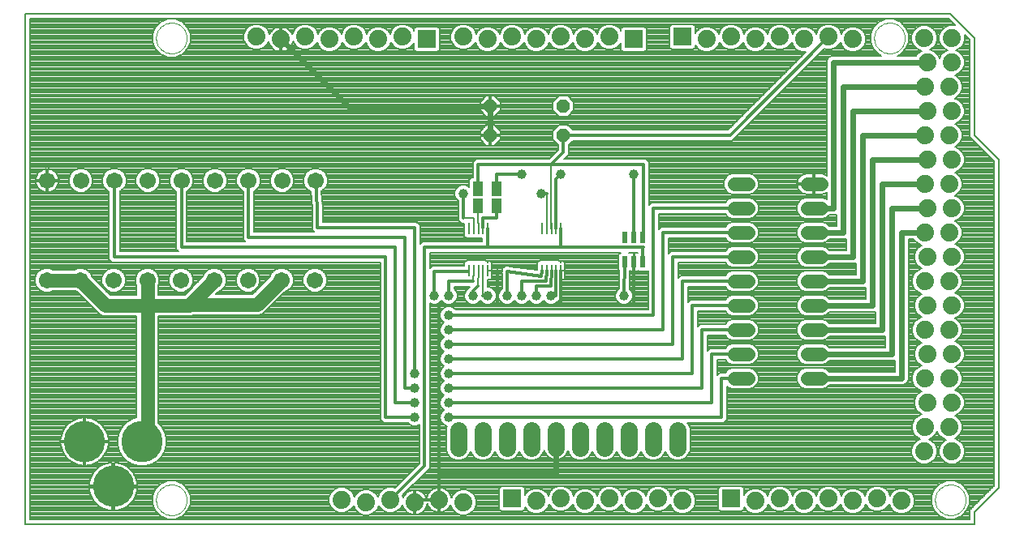
<source format=gtl>
G75*
G70*
%OFA0B0*%
%FSLAX24Y24*%
%IPPOS*%
%LPD*%
%AMOC8*
5,1,8,0,0,1.08239X$1,22.5*
%
%ADD10C,0.0000*%
%ADD11C,0.0080*%
%ADD12R,0.0400X0.0600*%
%ADD13R,0.0740X0.0740*%
%ADD14C,0.0740*%
%ADD15C,0.0560*%
%ADD16R,0.0217X0.0472*%
%ADD17R,0.0080X0.0500*%
%ADD18C,0.1700*%
%ADD19OC8,0.0560*%
%ADD20C,0.0673*%
%ADD21C,0.0712*%
%ADD22C,0.0120*%
%ADD23C,0.0240*%
%ADD24C,0.0397*%
D10*
X006479Y001151D02*
X006481Y001201D01*
X006487Y001251D01*
X006497Y001300D01*
X006511Y001348D01*
X006528Y001395D01*
X006549Y001440D01*
X006574Y001484D01*
X006602Y001525D01*
X006634Y001564D01*
X006668Y001601D01*
X006705Y001635D01*
X006745Y001665D01*
X006787Y001692D01*
X006831Y001716D01*
X006877Y001737D01*
X006924Y001753D01*
X006972Y001766D01*
X007022Y001775D01*
X007071Y001780D01*
X007122Y001781D01*
X007172Y001778D01*
X007221Y001771D01*
X007270Y001760D01*
X007318Y001745D01*
X007364Y001727D01*
X007409Y001705D01*
X007452Y001679D01*
X007493Y001650D01*
X007532Y001618D01*
X007568Y001583D01*
X007600Y001545D01*
X007630Y001505D01*
X007657Y001462D01*
X007680Y001418D01*
X007699Y001372D01*
X007715Y001324D01*
X007727Y001275D01*
X007735Y001226D01*
X007739Y001176D01*
X007739Y001126D01*
X007735Y001076D01*
X007727Y001027D01*
X007715Y000978D01*
X007699Y000930D01*
X007680Y000884D01*
X007657Y000840D01*
X007630Y000797D01*
X007600Y000757D01*
X007568Y000719D01*
X007532Y000684D01*
X007493Y000652D01*
X007452Y000623D01*
X007409Y000597D01*
X007364Y000575D01*
X007318Y000557D01*
X007270Y000542D01*
X007221Y000531D01*
X007172Y000524D01*
X007122Y000521D01*
X007071Y000522D01*
X007022Y000527D01*
X006972Y000536D01*
X006924Y000549D01*
X006877Y000565D01*
X006831Y000586D01*
X006787Y000610D01*
X006745Y000637D01*
X006705Y000667D01*
X006668Y000701D01*
X006634Y000738D01*
X006602Y000777D01*
X006574Y000818D01*
X006549Y000862D01*
X006528Y000907D01*
X006511Y000954D01*
X006497Y001002D01*
X006487Y001051D01*
X006481Y001101D01*
X006479Y001151D01*
X038479Y001151D02*
X038481Y001201D01*
X038487Y001251D01*
X038497Y001300D01*
X038511Y001348D01*
X038528Y001395D01*
X038549Y001440D01*
X038574Y001484D01*
X038602Y001525D01*
X038634Y001564D01*
X038668Y001601D01*
X038705Y001635D01*
X038745Y001665D01*
X038787Y001692D01*
X038831Y001716D01*
X038877Y001737D01*
X038924Y001753D01*
X038972Y001766D01*
X039022Y001775D01*
X039071Y001780D01*
X039122Y001781D01*
X039172Y001778D01*
X039221Y001771D01*
X039270Y001760D01*
X039318Y001745D01*
X039364Y001727D01*
X039409Y001705D01*
X039452Y001679D01*
X039493Y001650D01*
X039532Y001618D01*
X039568Y001583D01*
X039600Y001545D01*
X039630Y001505D01*
X039657Y001462D01*
X039680Y001418D01*
X039699Y001372D01*
X039715Y001324D01*
X039727Y001275D01*
X039735Y001226D01*
X039739Y001176D01*
X039739Y001126D01*
X039735Y001076D01*
X039727Y001027D01*
X039715Y000978D01*
X039699Y000930D01*
X039680Y000884D01*
X039657Y000840D01*
X039630Y000797D01*
X039600Y000757D01*
X039568Y000719D01*
X039532Y000684D01*
X039493Y000652D01*
X039452Y000623D01*
X039409Y000597D01*
X039364Y000575D01*
X039318Y000557D01*
X039270Y000542D01*
X039221Y000531D01*
X039172Y000524D01*
X039122Y000521D01*
X039071Y000522D01*
X039022Y000527D01*
X038972Y000536D01*
X038924Y000549D01*
X038877Y000565D01*
X038831Y000586D01*
X038787Y000610D01*
X038745Y000637D01*
X038705Y000667D01*
X038668Y000701D01*
X038634Y000738D01*
X038602Y000777D01*
X038574Y000818D01*
X038549Y000862D01*
X038528Y000907D01*
X038511Y000954D01*
X038497Y001002D01*
X038487Y001051D01*
X038481Y001101D01*
X038479Y001151D01*
X035979Y020151D02*
X035981Y020201D01*
X035987Y020251D01*
X035997Y020300D01*
X036011Y020348D01*
X036028Y020395D01*
X036049Y020440D01*
X036074Y020484D01*
X036102Y020525D01*
X036134Y020564D01*
X036168Y020601D01*
X036205Y020635D01*
X036245Y020665D01*
X036287Y020692D01*
X036331Y020716D01*
X036377Y020737D01*
X036424Y020753D01*
X036472Y020766D01*
X036522Y020775D01*
X036571Y020780D01*
X036622Y020781D01*
X036672Y020778D01*
X036721Y020771D01*
X036770Y020760D01*
X036818Y020745D01*
X036864Y020727D01*
X036909Y020705D01*
X036952Y020679D01*
X036993Y020650D01*
X037032Y020618D01*
X037068Y020583D01*
X037100Y020545D01*
X037130Y020505D01*
X037157Y020462D01*
X037180Y020418D01*
X037199Y020372D01*
X037215Y020324D01*
X037227Y020275D01*
X037235Y020226D01*
X037239Y020176D01*
X037239Y020126D01*
X037235Y020076D01*
X037227Y020027D01*
X037215Y019978D01*
X037199Y019930D01*
X037180Y019884D01*
X037157Y019840D01*
X037130Y019797D01*
X037100Y019757D01*
X037068Y019719D01*
X037032Y019684D01*
X036993Y019652D01*
X036952Y019623D01*
X036909Y019597D01*
X036864Y019575D01*
X036818Y019557D01*
X036770Y019542D01*
X036721Y019531D01*
X036672Y019524D01*
X036622Y019521D01*
X036571Y019522D01*
X036522Y019527D01*
X036472Y019536D01*
X036424Y019549D01*
X036377Y019565D01*
X036331Y019586D01*
X036287Y019610D01*
X036245Y019637D01*
X036205Y019667D01*
X036168Y019701D01*
X036134Y019738D01*
X036102Y019777D01*
X036074Y019818D01*
X036049Y019862D01*
X036028Y019907D01*
X036011Y019954D01*
X035997Y020002D01*
X035987Y020051D01*
X035981Y020101D01*
X035979Y020151D01*
X006479Y020151D02*
X006481Y020201D01*
X006487Y020251D01*
X006497Y020300D01*
X006511Y020348D01*
X006528Y020395D01*
X006549Y020440D01*
X006574Y020484D01*
X006602Y020525D01*
X006634Y020564D01*
X006668Y020601D01*
X006705Y020635D01*
X006745Y020665D01*
X006787Y020692D01*
X006831Y020716D01*
X006877Y020737D01*
X006924Y020753D01*
X006972Y020766D01*
X007022Y020775D01*
X007071Y020780D01*
X007122Y020781D01*
X007172Y020778D01*
X007221Y020771D01*
X007270Y020760D01*
X007318Y020745D01*
X007364Y020727D01*
X007409Y020705D01*
X007452Y020679D01*
X007493Y020650D01*
X007532Y020618D01*
X007568Y020583D01*
X007600Y020545D01*
X007630Y020505D01*
X007657Y020462D01*
X007680Y020418D01*
X007699Y020372D01*
X007715Y020324D01*
X007727Y020275D01*
X007735Y020226D01*
X007739Y020176D01*
X007739Y020126D01*
X007735Y020076D01*
X007727Y020027D01*
X007715Y019978D01*
X007699Y019930D01*
X007680Y019884D01*
X007657Y019840D01*
X007630Y019797D01*
X007600Y019757D01*
X007568Y019719D01*
X007532Y019684D01*
X007493Y019652D01*
X007452Y019623D01*
X007409Y019597D01*
X007364Y019575D01*
X007318Y019557D01*
X007270Y019542D01*
X007221Y019531D01*
X007172Y019524D01*
X007122Y019521D01*
X007071Y019522D01*
X007022Y019527D01*
X006972Y019536D01*
X006924Y019549D01*
X006877Y019565D01*
X006831Y019586D01*
X006787Y019610D01*
X006745Y019637D01*
X006705Y019667D01*
X006668Y019701D01*
X006634Y019738D01*
X006602Y019777D01*
X006574Y019818D01*
X006549Y019862D01*
X006528Y019907D01*
X006511Y019954D01*
X006497Y020002D01*
X006487Y020051D01*
X006481Y020101D01*
X006479Y020151D01*
D11*
X001109Y021151D02*
X001109Y000151D01*
X040109Y000151D01*
X040109Y000651D01*
X041109Y001651D01*
X041109Y015151D01*
X040109Y016151D01*
X040109Y020151D01*
X039109Y021151D01*
X001109Y021151D01*
X001309Y020951D02*
X039026Y020951D01*
X039304Y020673D01*
X039284Y020681D01*
X039073Y020681D01*
X038878Y020600D01*
X038729Y020451D01*
X038649Y020257D01*
X038649Y020046D01*
X038729Y019851D01*
X038878Y019702D01*
X038991Y019655D01*
X038858Y019600D01*
X038709Y019451D01*
X038659Y019329D01*
X038608Y019451D01*
X038459Y019600D01*
X038276Y019676D01*
X038339Y019702D01*
X038488Y019851D01*
X038569Y020046D01*
X038569Y020257D01*
X038488Y020451D01*
X038339Y020600D01*
X038144Y020681D01*
X037933Y020681D01*
X037738Y020600D01*
X037589Y020451D01*
X037509Y020257D01*
X037509Y020046D01*
X037589Y019851D01*
X037738Y019702D01*
X037921Y019626D01*
X037858Y019600D01*
X037709Y019451D01*
X037701Y019431D01*
X036934Y019431D01*
X037056Y019481D01*
X037278Y019704D01*
X037399Y019994D01*
X037399Y020308D01*
X037278Y020599D01*
X037056Y020821D01*
X036766Y020941D01*
X036451Y020941D01*
X036161Y020821D01*
X035939Y020599D01*
X035819Y020308D01*
X035819Y019994D01*
X035939Y019704D01*
X036161Y019481D01*
X036283Y019431D01*
X034364Y019431D01*
X034253Y019431D01*
X034150Y019389D01*
X034071Y019310D01*
X034029Y019207D01*
X034029Y014496D01*
X034009Y014510D01*
X033950Y014540D01*
X033887Y014561D01*
X033822Y014571D01*
X033549Y014571D01*
X033549Y014191D01*
X033469Y014191D01*
X033469Y014571D01*
X033196Y014571D01*
X033130Y014561D01*
X033067Y014540D01*
X033009Y014510D01*
X032955Y014471D01*
X032908Y014425D01*
X032869Y014371D01*
X032839Y014312D01*
X032819Y014250D01*
X032810Y014191D01*
X033468Y014191D01*
X033468Y014111D01*
X032810Y014111D01*
X032819Y014053D01*
X032839Y013990D01*
X032869Y013931D01*
X032908Y013878D01*
X032955Y013831D01*
X033009Y013792D01*
X033067Y013762D01*
X033130Y013742D01*
X033196Y013731D01*
X033469Y013731D01*
X033469Y014111D01*
X033549Y014111D01*
X033549Y013731D01*
X033822Y013731D01*
X033887Y013742D01*
X033950Y013762D01*
X034009Y013792D01*
X034029Y013806D01*
X034029Y013528D01*
X033876Y013591D01*
X033141Y013591D01*
X032979Y013524D01*
X032856Y013400D01*
X032789Y013239D01*
X032789Y013064D01*
X032856Y012902D01*
X032979Y012778D01*
X033141Y012711D01*
X033876Y012711D01*
X034038Y012778D01*
X034131Y012871D01*
X034364Y012871D01*
X034429Y012898D01*
X034429Y012431D01*
X034131Y012431D01*
X034038Y012524D01*
X033876Y012591D01*
X033141Y012591D01*
X032979Y012524D01*
X032856Y012400D01*
X032789Y012239D01*
X032789Y012064D01*
X032856Y011902D01*
X032979Y011778D01*
X033141Y011711D01*
X033876Y011711D01*
X034038Y011778D01*
X034131Y011871D01*
X034764Y011871D01*
X034829Y011898D01*
X034829Y011431D01*
X034131Y011431D01*
X034038Y011524D01*
X033876Y011591D01*
X033141Y011591D01*
X032979Y011524D01*
X032856Y011400D01*
X032789Y011239D01*
X032789Y011064D01*
X032856Y010902D01*
X032979Y010778D01*
X033141Y010711D01*
X033876Y010711D01*
X034038Y010778D01*
X034131Y010871D01*
X035164Y010871D01*
X035229Y010898D01*
X035229Y010431D01*
X034131Y010431D01*
X034038Y010524D01*
X033876Y010591D01*
X033141Y010591D01*
X032979Y010524D01*
X032856Y010400D01*
X032789Y010239D01*
X032789Y010064D01*
X032856Y009902D01*
X032979Y009778D01*
X033141Y009711D01*
X033876Y009711D01*
X034038Y009778D01*
X034131Y009871D01*
X035564Y009871D01*
X035629Y009898D01*
X035629Y009431D01*
X034131Y009431D01*
X034038Y009524D01*
X033876Y009591D01*
X033141Y009591D01*
X032979Y009524D01*
X032856Y009400D01*
X032789Y009239D01*
X032789Y009064D01*
X032856Y008902D01*
X032979Y008778D01*
X033141Y008711D01*
X033876Y008711D01*
X034038Y008778D01*
X034131Y008871D01*
X035964Y008871D01*
X036029Y008898D01*
X036029Y008431D01*
X034131Y008431D01*
X034038Y008524D01*
X033876Y008591D01*
X033141Y008591D01*
X032979Y008524D01*
X032856Y008400D01*
X032789Y008239D01*
X032789Y008064D01*
X032856Y007902D01*
X032979Y007778D01*
X033141Y007711D01*
X033876Y007711D01*
X034038Y007778D01*
X034131Y007871D01*
X036364Y007871D01*
X036429Y007898D01*
X036429Y007431D01*
X034131Y007431D01*
X034038Y007524D01*
X033876Y007591D01*
X033141Y007591D01*
X032979Y007524D01*
X032856Y007400D01*
X032789Y007239D01*
X032789Y007064D01*
X032856Y006902D01*
X032979Y006778D01*
X033141Y006711D01*
X033876Y006711D01*
X034038Y006778D01*
X034131Y006871D01*
X036653Y006871D01*
X036764Y006871D01*
X036829Y006898D01*
X036829Y006431D01*
X034131Y006431D01*
X034038Y006524D01*
X033876Y006591D01*
X033141Y006591D01*
X032979Y006524D01*
X032856Y006400D01*
X032789Y006239D01*
X032789Y006064D01*
X032856Y005902D01*
X032979Y005778D01*
X033141Y005711D01*
X033876Y005711D01*
X034038Y005778D01*
X034131Y005871D01*
X037053Y005871D01*
X037164Y005871D01*
X037267Y005914D01*
X037346Y005993D01*
X037389Y006095D01*
X037389Y011871D01*
X037601Y011871D01*
X037609Y011851D01*
X037758Y011702D01*
X037931Y011630D01*
X037858Y011600D01*
X037709Y011451D01*
X037629Y011257D01*
X037629Y011046D01*
X037709Y010851D01*
X037858Y010702D01*
X037931Y010672D01*
X037758Y010600D01*
X037609Y010451D01*
X037529Y010257D01*
X037529Y010046D01*
X037609Y009851D01*
X037758Y009702D01*
X037931Y009630D01*
X037858Y009600D01*
X037709Y009451D01*
X037629Y009257D01*
X037629Y009046D01*
X037709Y008851D01*
X037858Y008702D01*
X037931Y008672D01*
X037758Y008600D01*
X037609Y008451D01*
X037529Y008257D01*
X037529Y008046D01*
X037609Y007851D01*
X037758Y007702D01*
X037931Y007630D01*
X037858Y007600D01*
X037709Y007451D01*
X037629Y007257D01*
X037629Y007046D01*
X037709Y006851D01*
X037858Y006702D01*
X037931Y006672D01*
X037758Y006600D01*
X037609Y006451D01*
X037529Y006257D01*
X037529Y006046D01*
X037609Y005851D01*
X037758Y005702D01*
X037931Y005630D01*
X037858Y005600D01*
X037709Y005451D01*
X037629Y005257D01*
X037629Y005046D01*
X037709Y004851D01*
X037858Y004702D01*
X037931Y004672D01*
X037758Y004600D01*
X037609Y004451D01*
X037529Y004257D01*
X037529Y004046D01*
X037609Y003851D01*
X037758Y003702D01*
X037871Y003655D01*
X037738Y003600D01*
X037589Y003451D01*
X037509Y003257D01*
X037509Y003046D01*
X037589Y002851D01*
X037738Y002702D01*
X037933Y002621D01*
X038144Y002621D01*
X038339Y002702D01*
X038488Y002851D01*
X038569Y003046D01*
X038569Y003257D01*
X038488Y003451D01*
X038339Y003600D01*
X038226Y003647D01*
X038359Y003702D01*
X038508Y003851D01*
X038559Y003973D01*
X038609Y003851D01*
X038758Y003702D01*
X038941Y003626D01*
X038878Y003600D01*
X038729Y003451D01*
X038649Y003257D01*
X038649Y003046D01*
X038729Y002851D01*
X038878Y002702D01*
X039073Y002621D01*
X039284Y002621D01*
X039479Y002702D01*
X039628Y002851D01*
X039709Y003046D01*
X039709Y003257D01*
X039628Y003451D01*
X039479Y003600D01*
X039296Y003676D01*
X039359Y003702D01*
X039508Y003851D01*
X039589Y004046D01*
X039589Y004257D01*
X039508Y004451D01*
X039359Y004600D01*
X039286Y004630D01*
X039459Y004702D01*
X039608Y004851D01*
X039689Y005046D01*
X039689Y005257D01*
X039608Y005451D01*
X039459Y005600D01*
X039286Y005672D01*
X039359Y005702D01*
X039508Y005851D01*
X039589Y006046D01*
X039589Y006257D01*
X039508Y006451D01*
X039359Y006600D01*
X039286Y006630D01*
X039459Y006702D01*
X039608Y006851D01*
X039689Y007046D01*
X039689Y007257D01*
X039608Y007451D01*
X039459Y007600D01*
X039286Y007672D01*
X039359Y007702D01*
X039508Y007851D01*
X039589Y008046D01*
X039589Y008257D01*
X039508Y008451D01*
X039359Y008600D01*
X039286Y008630D01*
X039459Y008702D01*
X039608Y008851D01*
X039689Y009046D01*
X039689Y009257D01*
X039608Y009451D01*
X039459Y009600D01*
X039286Y009672D01*
X039359Y009702D01*
X039508Y009851D01*
X039589Y010046D01*
X039589Y010257D01*
X039508Y010451D01*
X039359Y010600D01*
X039286Y010630D01*
X039459Y010702D01*
X039608Y010851D01*
X039689Y011046D01*
X039689Y011257D01*
X039608Y011451D01*
X039459Y011600D01*
X039286Y011672D01*
X039359Y011702D01*
X039508Y011851D01*
X039589Y012046D01*
X039589Y012257D01*
X039508Y012451D01*
X039359Y012600D01*
X039286Y012630D01*
X039459Y012702D01*
X039608Y012851D01*
X039689Y013046D01*
X039689Y013257D01*
X039608Y013451D01*
X039459Y013600D01*
X039286Y013672D01*
X039359Y013702D01*
X039508Y013851D01*
X039589Y014046D01*
X039589Y014257D01*
X039508Y014451D01*
X039359Y014600D01*
X039286Y014630D01*
X039459Y014702D01*
X039608Y014851D01*
X039689Y015046D01*
X039689Y015257D01*
X039608Y015451D01*
X039459Y015600D01*
X039286Y015672D01*
X039359Y015702D01*
X039508Y015851D01*
X039589Y016046D01*
X039589Y016257D01*
X039508Y016451D01*
X039359Y016600D01*
X039286Y016630D01*
X039459Y016702D01*
X039608Y016851D01*
X039689Y017046D01*
X039689Y017257D01*
X039608Y017451D01*
X039459Y017600D01*
X039286Y017672D01*
X039359Y017702D01*
X039508Y017851D01*
X039589Y018046D01*
X039589Y018257D01*
X039508Y018451D01*
X039359Y018600D01*
X039286Y018630D01*
X039459Y018702D01*
X039608Y018851D01*
X039689Y019046D01*
X039689Y019257D01*
X039608Y019451D01*
X039459Y019600D01*
X039346Y019647D01*
X039479Y019702D01*
X039628Y019851D01*
X039709Y020046D01*
X039709Y020257D01*
X039700Y020277D01*
X039909Y020068D01*
X039909Y016068D01*
X040026Y015951D01*
X040909Y015068D01*
X040909Y001734D01*
X039909Y000734D01*
X039909Y000568D01*
X039909Y000351D01*
X001309Y000351D01*
X001309Y020951D01*
X001309Y020887D02*
X006820Y020887D01*
X006951Y020941D02*
X006661Y020821D01*
X006439Y020599D01*
X006319Y020308D01*
X006319Y019994D01*
X006439Y019704D01*
X006661Y019481D01*
X006951Y019361D01*
X007266Y019361D01*
X007556Y019481D01*
X007778Y019704D01*
X007899Y019994D01*
X007899Y020308D01*
X007778Y020599D01*
X007556Y020821D01*
X007266Y020941D01*
X006951Y020941D01*
X006648Y020808D02*
X001309Y020808D01*
X001309Y020730D02*
X006570Y020730D01*
X006491Y020651D02*
X001309Y020651D01*
X001309Y020572D02*
X006428Y020572D01*
X006396Y020494D02*
X001309Y020494D01*
X001309Y020415D02*
X006363Y020415D01*
X006331Y020337D02*
X001309Y020337D01*
X001309Y020258D02*
X006319Y020258D01*
X006319Y020180D02*
X001309Y020180D01*
X001309Y020101D02*
X006319Y020101D01*
X006319Y020023D02*
X001309Y020023D01*
X001309Y019944D02*
X006339Y019944D01*
X006372Y019866D02*
X001309Y019866D01*
X001309Y019787D02*
X006404Y019787D01*
X006437Y019708D02*
X001309Y019708D01*
X001309Y019630D02*
X006513Y019630D01*
X006591Y019551D02*
X001309Y019551D01*
X001309Y019473D02*
X006682Y019473D01*
X006872Y019394D02*
X001309Y019394D01*
X001309Y019316D02*
X032912Y019316D01*
X032991Y019394D02*
X007346Y019394D01*
X007535Y019473D02*
X033069Y019473D01*
X033148Y019551D02*
X007626Y019551D01*
X007705Y019630D02*
X011410Y019630D01*
X011413Y019629D02*
X011489Y019604D01*
X011569Y019591D01*
X011569Y020061D01*
X011649Y020061D01*
X011649Y019591D01*
X011728Y019604D01*
X011804Y019629D01*
X011876Y019665D01*
X011941Y019712D01*
X011998Y019769D01*
X012045Y019834D01*
X012081Y019905D01*
X012106Y019982D01*
X012112Y020016D01*
X012159Y019901D01*
X012308Y019752D01*
X012503Y019671D01*
X012714Y019671D01*
X012909Y019752D01*
X013058Y019901D01*
X013088Y019973D01*
X013159Y019801D01*
X013308Y019652D01*
X013503Y019571D01*
X013714Y019571D01*
X013909Y019652D01*
X014058Y019801D01*
X014129Y019973D01*
X014159Y019901D01*
X014308Y019752D01*
X014503Y019671D01*
X014714Y019671D01*
X014909Y019752D01*
X015058Y019901D01*
X015088Y019973D01*
X015159Y019801D01*
X015308Y019652D01*
X015503Y019571D01*
X015714Y019571D01*
X015909Y019652D01*
X016058Y019801D01*
X016129Y019973D01*
X016159Y019901D01*
X016308Y019752D01*
X016503Y019671D01*
X016714Y019671D01*
X016909Y019752D01*
X017058Y019901D01*
X017079Y019951D01*
X017079Y019665D01*
X017172Y019571D01*
X018045Y019571D01*
X018139Y019665D01*
X018139Y020537D01*
X018045Y020631D01*
X017172Y020631D01*
X017079Y020537D01*
X017079Y020451D01*
X017058Y020501D01*
X016909Y020650D01*
X016714Y020731D01*
X016503Y020731D01*
X016308Y020650D01*
X016159Y020501D01*
X016088Y020329D01*
X016058Y020401D01*
X015909Y020550D01*
X015714Y020631D01*
X015503Y020631D01*
X015308Y020550D01*
X015159Y020401D01*
X015129Y020329D01*
X015058Y020501D01*
X014909Y020650D01*
X014714Y020731D01*
X014503Y020731D01*
X014308Y020650D01*
X014159Y020501D01*
X014088Y020329D01*
X014058Y020401D01*
X013909Y020550D01*
X013714Y020631D01*
X013503Y020631D01*
X013308Y020550D01*
X013159Y020401D01*
X013129Y020329D01*
X013058Y020501D01*
X012909Y020650D01*
X012714Y020731D01*
X012503Y020731D01*
X012308Y020650D01*
X012159Y020501D01*
X012079Y020307D01*
X012079Y020302D01*
X012045Y020368D01*
X011998Y020433D01*
X011941Y020490D01*
X011876Y020537D01*
X011804Y020574D01*
X011728Y020599D01*
X011649Y020611D01*
X011649Y020611D01*
X011649Y020141D01*
X011569Y020141D01*
X011569Y020611D01*
X011569Y020611D01*
X011489Y020599D01*
X011413Y020574D01*
X011341Y020537D01*
X011276Y020490D01*
X011220Y020433D01*
X011172Y020368D01*
X011139Y020302D01*
X011139Y020307D01*
X011058Y020501D01*
X010909Y020650D01*
X010714Y020731D01*
X010503Y020731D01*
X010308Y020650D01*
X010159Y020501D01*
X010079Y020307D01*
X010079Y020096D01*
X010159Y019901D01*
X010308Y019752D01*
X010503Y019671D01*
X010714Y019671D01*
X010909Y019752D01*
X011058Y019901D01*
X011106Y020016D01*
X011111Y019982D01*
X011136Y019905D01*
X011172Y019834D01*
X011220Y019769D01*
X011276Y019712D01*
X011341Y019665D01*
X011413Y019629D01*
X011281Y019708D02*
X010804Y019708D01*
X010944Y019787D02*
X011206Y019787D01*
X011156Y019866D02*
X011023Y019866D01*
X011076Y019944D02*
X011123Y019944D01*
X011126Y020337D02*
X011156Y020337D01*
X011207Y020415D02*
X011094Y020415D01*
X011061Y020494D02*
X011282Y020494D01*
X011410Y020572D02*
X010987Y020572D01*
X010908Y020651D02*
X012310Y020651D01*
X012230Y020572D02*
X011807Y020572D01*
X011936Y020494D02*
X012156Y020494D01*
X012124Y020415D02*
X012011Y020415D01*
X012061Y020337D02*
X012091Y020337D01*
X012094Y019944D02*
X012141Y019944D01*
X012195Y019866D02*
X012061Y019866D01*
X012011Y019787D02*
X012273Y019787D01*
X012413Y019708D02*
X011936Y019708D01*
X011807Y019630D02*
X013361Y019630D01*
X013252Y019708D02*
X012804Y019708D01*
X012944Y019787D02*
X013173Y019787D01*
X013133Y019866D02*
X013023Y019866D01*
X013076Y019944D02*
X013100Y019944D01*
X013126Y020337D02*
X013133Y020337D01*
X013094Y020415D02*
X013173Y020415D01*
X013252Y020494D02*
X013061Y020494D01*
X012987Y020572D02*
X013361Y020572D01*
X012908Y020651D02*
X014310Y020651D01*
X014230Y020572D02*
X013856Y020572D01*
X013965Y020494D02*
X014156Y020494D01*
X014124Y020415D02*
X014044Y020415D01*
X014085Y020337D02*
X014091Y020337D01*
X014117Y019944D02*
X014141Y019944D01*
X014195Y019866D02*
X014085Y019866D01*
X014044Y019787D02*
X014273Y019787D01*
X014413Y019708D02*
X013965Y019708D01*
X013856Y019630D02*
X015361Y019630D01*
X015252Y019708D02*
X014804Y019708D01*
X014944Y019787D02*
X015173Y019787D01*
X015133Y019866D02*
X015023Y019866D01*
X015076Y019944D02*
X015100Y019944D01*
X015126Y020337D02*
X015133Y020337D01*
X015094Y020415D02*
X015173Y020415D01*
X015252Y020494D02*
X015061Y020494D01*
X014987Y020572D02*
X015361Y020572D01*
X015856Y020572D02*
X016230Y020572D01*
X016156Y020494D02*
X015965Y020494D01*
X016044Y020415D02*
X016124Y020415D01*
X016091Y020337D02*
X016085Y020337D01*
X016117Y019944D02*
X016141Y019944D01*
X016195Y019866D02*
X016085Y019866D01*
X016044Y019787D02*
X016273Y019787D01*
X016413Y019708D02*
X015965Y019708D01*
X015856Y019630D02*
X017114Y019630D01*
X017079Y019708D02*
X016804Y019708D01*
X016944Y019787D02*
X017079Y019787D01*
X017079Y019866D02*
X017023Y019866D01*
X017076Y019944D02*
X017079Y019944D01*
X017061Y020494D02*
X017079Y020494D01*
X017114Y020572D02*
X016987Y020572D01*
X016908Y020651D02*
X018810Y020651D01*
X018808Y020650D02*
X018659Y020501D01*
X018579Y020307D01*
X018579Y020096D01*
X018659Y019901D01*
X018808Y019752D01*
X019003Y019671D01*
X019214Y019671D01*
X019409Y019752D01*
X019558Y019901D01*
X019588Y019973D01*
X019659Y019801D01*
X019808Y019652D01*
X020003Y019571D01*
X020214Y019571D01*
X020409Y019652D01*
X020558Y019801D01*
X020629Y019973D01*
X020659Y019901D01*
X020808Y019752D01*
X021003Y019671D01*
X021214Y019671D01*
X021409Y019752D01*
X021558Y019901D01*
X021588Y019973D01*
X021659Y019801D01*
X021808Y019652D01*
X022003Y019571D01*
X022214Y019571D01*
X022409Y019652D01*
X022558Y019801D01*
X022629Y019973D01*
X022659Y019901D01*
X022808Y019752D01*
X023003Y019671D01*
X023214Y019671D01*
X023409Y019752D01*
X023558Y019901D01*
X023588Y019973D01*
X023659Y019801D01*
X023808Y019652D01*
X024003Y019571D01*
X024214Y019571D01*
X024409Y019652D01*
X024558Y019801D01*
X024629Y019973D01*
X024659Y019901D01*
X024808Y019752D01*
X025003Y019671D01*
X025214Y019671D01*
X025409Y019752D01*
X025558Y019901D01*
X025579Y019951D01*
X025579Y019665D01*
X025672Y019571D01*
X026545Y019571D01*
X026639Y019665D01*
X026639Y020537D01*
X026545Y020631D01*
X025672Y020631D01*
X025579Y020537D01*
X025579Y020451D01*
X025558Y020501D01*
X025409Y020650D01*
X025214Y020731D01*
X025003Y020731D01*
X024808Y020650D01*
X024659Y020501D01*
X024588Y020329D01*
X024558Y020401D01*
X024409Y020550D01*
X024214Y020631D01*
X024003Y020631D01*
X023808Y020550D01*
X023659Y020401D01*
X023629Y020329D01*
X023558Y020501D01*
X023409Y020650D01*
X023214Y020731D01*
X023003Y020731D01*
X022808Y020650D01*
X022659Y020501D01*
X022588Y020329D01*
X022558Y020401D01*
X022409Y020550D01*
X022214Y020631D01*
X022003Y020631D01*
X021808Y020550D01*
X021659Y020401D01*
X021629Y020329D01*
X021558Y020501D01*
X021409Y020650D01*
X021214Y020731D01*
X021003Y020731D01*
X020808Y020650D01*
X020659Y020501D01*
X020588Y020329D01*
X020558Y020401D01*
X020409Y020550D01*
X020214Y020631D01*
X020003Y020631D01*
X019808Y020550D01*
X019659Y020401D01*
X019629Y020329D01*
X019558Y020501D01*
X019409Y020650D01*
X019214Y020731D01*
X019003Y020731D01*
X018808Y020650D01*
X018730Y020572D02*
X018104Y020572D01*
X018139Y020494D02*
X018656Y020494D01*
X018624Y020415D02*
X018139Y020415D01*
X018139Y020337D02*
X018591Y020337D01*
X018579Y020258D02*
X018139Y020258D01*
X018139Y020180D02*
X018579Y020180D01*
X018579Y020101D02*
X018139Y020101D01*
X018139Y020023D02*
X018609Y020023D01*
X018641Y019944D02*
X018139Y019944D01*
X018139Y019866D02*
X018695Y019866D01*
X018773Y019787D02*
X018139Y019787D01*
X018139Y019708D02*
X018913Y019708D01*
X019304Y019708D02*
X019752Y019708D01*
X019673Y019787D02*
X019444Y019787D01*
X019523Y019866D02*
X019633Y019866D01*
X019600Y019944D02*
X019576Y019944D01*
X019626Y020337D02*
X019633Y020337D01*
X019594Y020415D02*
X019673Y020415D01*
X019752Y020494D02*
X019561Y020494D01*
X019487Y020572D02*
X019861Y020572D01*
X019408Y020651D02*
X020810Y020651D01*
X020730Y020572D02*
X020356Y020572D01*
X020465Y020494D02*
X020656Y020494D01*
X020624Y020415D02*
X020544Y020415D01*
X020585Y020337D02*
X020591Y020337D01*
X020617Y019944D02*
X020641Y019944D01*
X020695Y019866D02*
X020585Y019866D01*
X020544Y019787D02*
X020773Y019787D01*
X020913Y019708D02*
X020465Y019708D01*
X020356Y019630D02*
X021861Y019630D01*
X021752Y019708D02*
X021304Y019708D01*
X021444Y019787D02*
X021673Y019787D01*
X021633Y019866D02*
X021523Y019866D01*
X021576Y019944D02*
X021600Y019944D01*
X021626Y020337D02*
X021633Y020337D01*
X021594Y020415D02*
X021673Y020415D01*
X021752Y020494D02*
X021561Y020494D01*
X021487Y020572D02*
X021861Y020572D01*
X021408Y020651D02*
X022810Y020651D01*
X022730Y020572D02*
X022356Y020572D01*
X022465Y020494D02*
X022656Y020494D01*
X022624Y020415D02*
X022544Y020415D01*
X022585Y020337D02*
X022591Y020337D01*
X022617Y019944D02*
X022641Y019944D01*
X022695Y019866D02*
X022585Y019866D01*
X022544Y019787D02*
X022773Y019787D01*
X022913Y019708D02*
X022465Y019708D01*
X022356Y019630D02*
X023861Y019630D01*
X023752Y019708D02*
X023304Y019708D01*
X023444Y019787D02*
X023673Y019787D01*
X023633Y019866D02*
X023523Y019866D01*
X023576Y019944D02*
X023600Y019944D01*
X023626Y020337D02*
X023633Y020337D01*
X023594Y020415D02*
X023673Y020415D01*
X023752Y020494D02*
X023561Y020494D01*
X023487Y020572D02*
X023861Y020572D01*
X023408Y020651D02*
X024810Y020651D01*
X024730Y020572D02*
X024356Y020572D01*
X024465Y020494D02*
X024656Y020494D01*
X024624Y020415D02*
X024544Y020415D01*
X024585Y020337D02*
X024591Y020337D01*
X024617Y019944D02*
X024641Y019944D01*
X024695Y019866D02*
X024585Y019866D01*
X024544Y019787D02*
X024773Y019787D01*
X024913Y019708D02*
X024465Y019708D01*
X024356Y019630D02*
X025614Y019630D01*
X025579Y019708D02*
X025304Y019708D01*
X025444Y019787D02*
X025579Y019787D01*
X025579Y019866D02*
X025523Y019866D01*
X025576Y019944D02*
X025579Y019944D01*
X025561Y020494D02*
X025579Y020494D01*
X025614Y020572D02*
X025487Y020572D01*
X025408Y020651D02*
X027592Y020651D01*
X027579Y020637D02*
X027579Y019765D01*
X027672Y019671D01*
X028545Y019671D01*
X028639Y019765D01*
X028639Y019851D01*
X028659Y019801D01*
X028808Y019652D01*
X029003Y019571D01*
X029214Y019571D01*
X029409Y019652D01*
X029558Y019801D01*
X029629Y019973D01*
X029659Y019901D01*
X029808Y019752D01*
X030003Y019671D01*
X030214Y019671D01*
X030409Y019752D01*
X030558Y019901D01*
X030588Y019973D01*
X030659Y019801D01*
X030808Y019652D01*
X031003Y019571D01*
X031214Y019571D01*
X031409Y019652D01*
X031558Y019801D01*
X031629Y019973D01*
X031659Y019901D01*
X031808Y019752D01*
X032003Y019671D01*
X032214Y019671D01*
X032409Y019752D01*
X032558Y019901D01*
X032588Y019973D01*
X032659Y019801D01*
X032808Y019652D01*
X033003Y019571D01*
X033168Y019571D01*
X029968Y016371D01*
X023611Y016371D01*
X023391Y016591D01*
X023026Y016591D01*
X022769Y016333D01*
X022769Y015969D01*
X022989Y015749D01*
X022989Y015542D01*
X022618Y015171D01*
X019618Y015171D01*
X019489Y015042D01*
X019489Y014860D01*
X019489Y014411D01*
X019442Y014411D01*
X019349Y014317D01*
X019349Y014018D01*
X019312Y014055D01*
X019180Y014110D01*
X019037Y014110D01*
X018906Y014055D01*
X018805Y013954D01*
X018750Y013822D01*
X018750Y013680D01*
X018805Y013548D01*
X018889Y013464D01*
X018889Y012660D01*
X019018Y012531D01*
X019139Y012531D01*
X019139Y011995D01*
X019232Y011901D01*
X019445Y011901D01*
X019635Y011901D01*
X019825Y011901D01*
X019879Y011901D01*
X019879Y011771D01*
X017600Y011771D01*
X017418Y011771D01*
X017329Y011682D01*
X017329Y012260D01*
X017329Y012442D01*
X017200Y012571D01*
X013329Y012571D01*
X013329Y013029D01*
X013334Y013035D01*
X013329Y013119D01*
X013329Y013203D01*
X013323Y013209D01*
X013280Y013859D01*
X013313Y013872D01*
X013452Y014012D01*
X013528Y014194D01*
X013528Y014392D01*
X013452Y014574D01*
X013313Y014714D01*
X013130Y014789D01*
X012933Y014789D01*
X012750Y014714D01*
X012610Y014574D01*
X012535Y014392D01*
X012535Y014194D01*
X012610Y014012D01*
X012750Y013872D01*
X012841Y013834D01*
X012889Y013104D01*
X012889Y012260D01*
X012978Y012171D01*
X010495Y012171D01*
X010495Y013847D01*
X010557Y013872D01*
X010696Y014012D01*
X010772Y014194D01*
X010772Y014392D01*
X010696Y014574D01*
X010557Y014714D01*
X010374Y014789D01*
X010177Y014789D01*
X009994Y014714D01*
X009854Y014574D01*
X009779Y014392D01*
X009779Y014194D01*
X009854Y014012D01*
X009994Y013872D01*
X010055Y013847D01*
X010055Y011860D01*
X010144Y011771D01*
X007739Y011771D01*
X007739Y013847D01*
X007801Y013872D01*
X007940Y014012D01*
X008016Y014194D01*
X008016Y014392D01*
X007940Y014574D01*
X007801Y014714D01*
X007618Y014789D01*
X007421Y014789D01*
X007238Y014714D01*
X007099Y014574D01*
X007023Y014392D01*
X007023Y014194D01*
X007099Y014012D01*
X007238Y013872D01*
X007299Y013847D01*
X007299Y011460D01*
X007388Y011371D01*
X004984Y011371D01*
X004984Y013847D01*
X005045Y013872D01*
X005184Y014012D01*
X005260Y014194D01*
X005260Y014392D01*
X005184Y014574D01*
X005045Y014714D01*
X004862Y014789D01*
X004665Y014789D01*
X004482Y014714D01*
X004343Y014574D01*
X004267Y014392D01*
X004267Y014194D01*
X004343Y014012D01*
X004482Y013872D01*
X004544Y013847D01*
X004544Y011060D01*
X004672Y010931D01*
X004855Y010931D01*
X015689Y010931D01*
X015689Y004460D01*
X015818Y004331D01*
X016000Y004331D01*
X016822Y004331D01*
X016906Y004247D01*
X017037Y004193D01*
X017180Y004193D01*
X017289Y004238D01*
X017289Y002642D01*
X016294Y001648D01*
X016214Y001681D01*
X016003Y001681D01*
X015808Y001600D01*
X015659Y001451D01*
X015588Y001279D01*
X015558Y001351D01*
X015409Y001500D01*
X015214Y001581D01*
X015003Y001581D01*
X014808Y001500D01*
X014659Y001351D01*
X014629Y001279D01*
X014558Y001451D01*
X014409Y001600D01*
X014214Y001681D01*
X014003Y001681D01*
X013808Y001600D01*
X013659Y001451D01*
X013579Y001257D01*
X013579Y001046D01*
X013659Y000851D01*
X013808Y000702D01*
X014003Y000621D01*
X014214Y000621D01*
X014409Y000702D01*
X014558Y000851D01*
X014588Y000923D01*
X014659Y000751D01*
X014808Y000602D01*
X015003Y000521D01*
X015214Y000521D01*
X015409Y000602D01*
X015558Y000751D01*
X015629Y000923D01*
X015659Y000851D01*
X015808Y000702D01*
X016003Y000621D01*
X016214Y000621D01*
X016409Y000702D01*
X016558Y000851D01*
X016606Y000966D01*
X016611Y000932D01*
X016636Y000855D01*
X016672Y000784D01*
X016720Y000719D01*
X016776Y000662D01*
X016841Y000615D01*
X016913Y000579D01*
X016989Y000554D01*
X017069Y000541D01*
X017069Y001011D01*
X017149Y001011D01*
X017149Y000541D01*
X017228Y000554D01*
X017304Y000579D01*
X017376Y000615D01*
X017441Y000662D01*
X017498Y000719D01*
X017545Y000784D01*
X017581Y000855D01*
X017606Y000932D01*
X017618Y001010D01*
X017636Y000955D01*
X017672Y000884D01*
X017720Y000819D01*
X017776Y000762D01*
X017841Y000715D01*
X017913Y000679D01*
X017989Y000654D01*
X018069Y000641D01*
X018069Y001111D01*
X018149Y001111D01*
X018149Y000641D01*
X018228Y000654D01*
X018304Y000679D01*
X018376Y000715D01*
X018441Y000762D01*
X018498Y000819D01*
X018545Y000884D01*
X018579Y000950D01*
X018579Y000946D01*
X018659Y000751D01*
X018808Y000602D01*
X019003Y000521D01*
X019214Y000521D01*
X019409Y000602D01*
X019558Y000751D01*
X019639Y000946D01*
X019639Y001157D01*
X019558Y001351D01*
X019409Y001500D01*
X019214Y001581D01*
X019003Y001581D01*
X018808Y001500D01*
X018659Y001351D01*
X018612Y001236D01*
X018606Y001271D01*
X018581Y001347D01*
X018545Y001418D01*
X018498Y001483D01*
X018441Y001540D01*
X018376Y001587D01*
X018304Y001624D01*
X018228Y001649D01*
X018149Y001661D01*
X018149Y001661D01*
X018149Y001191D01*
X018069Y001191D01*
X018069Y001661D01*
X018069Y001661D01*
X017989Y001649D01*
X017913Y001624D01*
X017841Y001587D01*
X017776Y001540D01*
X017720Y001483D01*
X017672Y001418D01*
X017636Y001347D01*
X017611Y001271D01*
X017599Y001193D01*
X017581Y001247D01*
X017545Y001318D01*
X017498Y001383D01*
X017441Y001440D01*
X017376Y001487D01*
X017304Y001524D01*
X017228Y001549D01*
X017149Y001561D01*
X017149Y001561D01*
X017149Y001091D01*
X017069Y001091D01*
X017069Y001561D01*
X017069Y001561D01*
X016989Y001549D01*
X016913Y001524D01*
X016841Y001487D01*
X016776Y001440D01*
X016720Y001383D01*
X016672Y001318D01*
X016639Y001252D01*
X016639Y001257D01*
X016605Y001337D01*
X017729Y002460D01*
X017729Y002642D01*
X017729Y009238D01*
X017837Y009193D01*
X017980Y009193D01*
X018112Y009247D01*
X018209Y009344D01*
X018306Y009247D01*
X018437Y009193D01*
X018580Y009193D01*
X018712Y009247D01*
X018812Y009348D01*
X018867Y009480D01*
X018867Y009622D01*
X018812Y009754D01*
X018729Y009838D01*
X018729Y009931D01*
X019378Y009931D01*
X019289Y009842D01*
X019289Y009838D01*
X019205Y009754D01*
X019150Y009622D01*
X019150Y009480D01*
X019205Y009348D01*
X019306Y009247D01*
X019437Y009193D01*
X019580Y009193D01*
X019712Y009247D01*
X019807Y009342D01*
X019818Y009331D01*
X019822Y009331D01*
X019906Y009247D01*
X020037Y009193D01*
X020180Y009193D01*
X020312Y009247D01*
X020412Y009348D01*
X020467Y009480D01*
X020467Y009622D01*
X020412Y009754D01*
X020312Y009855D01*
X020180Y009910D01*
X020109Y009910D01*
X020109Y010201D01*
X020157Y010201D01*
X020193Y010211D01*
X020225Y010229D01*
X020251Y010255D01*
X020269Y010287D01*
X020279Y010323D01*
X020279Y010591D01*
X020109Y010591D01*
X020109Y010591D01*
X020279Y010591D01*
X020279Y010860D01*
X020269Y010895D01*
X020251Y010927D01*
X020225Y010953D01*
X020193Y010972D01*
X020157Y010981D01*
X020099Y010981D01*
X020099Y010917D01*
X020098Y010918D01*
X020098Y010981D01*
X020040Y010981D01*
X020036Y010980D01*
X020015Y011001D01*
X019825Y011001D01*
X019635Y011001D01*
X019445Y011001D01*
X019232Y011001D01*
X019139Y010907D01*
X019139Y010771D01*
X018000Y010771D01*
X017818Y010771D01*
X017729Y010682D01*
X017729Y011331D01*
X020200Y011331D01*
X023018Y011331D01*
X025556Y011331D01*
X025466Y011242D01*
X025466Y010637D01*
X025508Y010595D01*
X025494Y009843D01*
X025405Y009754D01*
X025350Y009622D01*
X025350Y009480D01*
X025405Y009348D01*
X025506Y009247D01*
X025637Y009193D01*
X025780Y009193D01*
X025912Y009247D01*
X026012Y009348D01*
X026067Y009480D01*
X026067Y009622D01*
X026012Y009754D01*
X025934Y009833D01*
X025948Y010572D01*
X025982Y010563D01*
X026094Y010563D01*
X026094Y010925D01*
X026123Y010925D01*
X026123Y010563D01*
X026235Y010563D01*
X026271Y010573D01*
X026276Y010575D01*
X026308Y010543D01*
X026657Y010543D01*
X026689Y010575D01*
X026689Y008971D01*
X018796Y008971D01*
X018712Y009055D01*
X018580Y009110D01*
X018437Y009110D01*
X018306Y009055D01*
X018205Y008954D01*
X018150Y008822D01*
X018150Y008680D01*
X018205Y008548D01*
X018302Y008451D01*
X018205Y008354D01*
X018150Y008222D01*
X018150Y008080D01*
X018205Y007948D01*
X018302Y007851D01*
X018205Y007754D01*
X018150Y007622D01*
X018150Y007480D01*
X018205Y007348D01*
X018302Y007251D01*
X018205Y007154D01*
X018150Y007022D01*
X018150Y006880D01*
X018205Y006748D01*
X018302Y006651D01*
X018205Y006554D01*
X018150Y006422D01*
X018150Y006280D01*
X018205Y006148D01*
X018302Y006051D01*
X018205Y005954D01*
X018150Y005822D01*
X018150Y005680D01*
X018205Y005548D01*
X018302Y005451D01*
X018205Y005354D01*
X018150Y005222D01*
X018150Y005080D01*
X018205Y004948D01*
X018302Y004851D01*
X018205Y004754D01*
X018150Y004622D01*
X018150Y004480D01*
X018205Y004348D01*
X018306Y004247D01*
X018428Y004197D01*
X018392Y004110D01*
X018392Y003192D01*
X018471Y003003D01*
X018616Y002857D01*
X018806Y002779D01*
X019011Y002779D01*
X019201Y002857D01*
X019346Y003003D01*
X019409Y003153D01*
X019471Y003003D01*
X019616Y002857D01*
X019806Y002779D01*
X020011Y002779D01*
X020201Y002857D01*
X020346Y003003D01*
X020409Y003153D01*
X020471Y003003D01*
X020616Y002857D01*
X020806Y002779D01*
X021011Y002779D01*
X021201Y002857D01*
X021346Y003003D01*
X021409Y003153D01*
X021471Y003003D01*
X021616Y002857D01*
X021806Y002779D01*
X022011Y002779D01*
X022201Y002857D01*
X022346Y003003D01*
X022423Y003188D01*
X022425Y003179D01*
X022449Y003104D01*
X022484Y003035D01*
X022530Y002972D01*
X022585Y002916D01*
X022649Y002871D01*
X022718Y002835D01*
X022792Y002811D01*
X022869Y002799D01*
X022869Y003611D01*
X022949Y003611D01*
X022949Y002799D01*
X023025Y002811D01*
X023099Y002835D01*
X023169Y002871D01*
X023232Y002916D01*
X023287Y002972D01*
X023333Y003035D01*
X023369Y003104D01*
X023393Y003179D01*
X023394Y003188D01*
X023471Y003003D01*
X023616Y002857D01*
X023806Y002779D01*
X024011Y002779D01*
X024201Y002857D01*
X024346Y003003D01*
X024409Y003153D01*
X024471Y003003D01*
X024616Y002857D01*
X024806Y002779D01*
X025011Y002779D01*
X025201Y002857D01*
X025346Y003003D01*
X025409Y003153D01*
X025471Y003003D01*
X025616Y002857D01*
X025806Y002779D01*
X026011Y002779D01*
X026201Y002857D01*
X026346Y003003D01*
X026409Y003153D01*
X026471Y003003D01*
X026616Y002857D01*
X026806Y002779D01*
X027011Y002779D01*
X027201Y002857D01*
X027346Y003003D01*
X027409Y003153D01*
X027471Y003003D01*
X027616Y002857D01*
X027806Y002779D01*
X028011Y002779D01*
X028201Y002857D01*
X028346Y003003D01*
X028425Y003192D01*
X028425Y004110D01*
X028346Y004300D01*
X028315Y004331D01*
X029618Y004331D01*
X029800Y004331D01*
X029929Y004460D01*
X029929Y005829D01*
X029979Y005778D01*
X030141Y005711D01*
X030876Y005711D01*
X031038Y005778D01*
X031162Y005902D01*
X031229Y006064D01*
X031229Y006239D01*
X031162Y006400D01*
X031038Y006524D01*
X030876Y006591D01*
X030141Y006591D01*
X029979Y006524D01*
X029856Y006400D01*
X029844Y006371D01*
X029800Y006371D01*
X029618Y006371D01*
X029529Y006282D01*
X029529Y006931D01*
X029844Y006931D01*
X029856Y006902D01*
X029979Y006778D01*
X030141Y006711D01*
X030876Y006711D01*
X031038Y006778D01*
X031162Y006902D01*
X031229Y007064D01*
X031229Y007239D01*
X031162Y007400D01*
X031038Y007524D01*
X030876Y007591D01*
X030141Y007591D01*
X029979Y007524D01*
X029856Y007400D01*
X029844Y007371D01*
X029400Y007371D01*
X029218Y007371D01*
X029129Y007282D01*
X029129Y007931D01*
X029844Y007931D01*
X029856Y007902D01*
X029979Y007778D01*
X030141Y007711D01*
X030876Y007711D01*
X031038Y007778D01*
X031162Y007902D01*
X031229Y008064D01*
X031229Y008239D01*
X031162Y008400D01*
X031038Y008524D01*
X030876Y008591D01*
X030141Y008591D01*
X029979Y008524D01*
X029856Y008400D01*
X029844Y008371D01*
X029000Y008371D01*
X028818Y008371D01*
X028729Y008282D01*
X028729Y008931D01*
X029844Y008931D01*
X029856Y008902D01*
X029979Y008778D01*
X030141Y008711D01*
X030876Y008711D01*
X031038Y008778D01*
X031162Y008902D01*
X031229Y009064D01*
X031229Y009239D01*
X031162Y009400D01*
X031038Y009524D01*
X030876Y009591D01*
X030141Y009591D01*
X029979Y009524D01*
X029856Y009400D01*
X029844Y009371D01*
X028600Y009371D01*
X028418Y009371D01*
X028329Y009282D01*
X028329Y009931D01*
X029844Y009931D01*
X029856Y009902D01*
X029979Y009778D01*
X030141Y009711D01*
X030876Y009711D01*
X031038Y009778D01*
X031162Y009902D01*
X031229Y010064D01*
X031229Y010239D01*
X031162Y010400D01*
X031038Y010524D01*
X030876Y010591D01*
X030141Y010591D01*
X029979Y010524D01*
X029856Y010400D01*
X029844Y010371D01*
X028200Y010371D01*
X028018Y010371D01*
X027929Y010282D01*
X027929Y010931D01*
X029844Y010931D01*
X029856Y010902D01*
X029979Y010778D01*
X030141Y010711D01*
X030876Y010711D01*
X031038Y010778D01*
X031162Y010902D01*
X031229Y011064D01*
X031229Y011239D01*
X031162Y011400D01*
X031038Y011524D01*
X030876Y011591D01*
X030141Y011591D01*
X029979Y011524D01*
X029856Y011400D01*
X029844Y011371D01*
X027800Y011371D01*
X027618Y011371D01*
X027529Y011282D01*
X027529Y011931D01*
X029844Y011931D01*
X029856Y011902D01*
X029979Y011778D01*
X030141Y011711D01*
X030876Y011711D01*
X031038Y011778D01*
X031162Y011902D01*
X031229Y012064D01*
X031229Y012239D01*
X031162Y012400D01*
X031038Y012524D01*
X030876Y012591D01*
X030141Y012591D01*
X029979Y012524D01*
X029856Y012400D01*
X029844Y012371D01*
X027400Y012371D01*
X027218Y012371D01*
X027129Y012282D01*
X027129Y012931D01*
X029844Y012931D01*
X029856Y012902D01*
X029979Y012778D01*
X030141Y012711D01*
X030876Y012711D01*
X031038Y012778D01*
X031162Y012902D01*
X031229Y013064D01*
X031229Y013239D01*
X031162Y013400D01*
X031038Y013524D01*
X030876Y013591D01*
X030141Y013591D01*
X029979Y013524D01*
X029856Y013400D01*
X029844Y013371D01*
X026818Y013371D01*
X026729Y013282D01*
X026729Y014860D01*
X026729Y015042D01*
X026600Y015171D01*
X023240Y015171D01*
X023300Y015231D01*
X023429Y015360D01*
X023429Y015749D01*
X023611Y015931D01*
X030150Y015931D01*
X030279Y016060D01*
X033923Y019704D01*
X034003Y019671D01*
X034214Y019671D01*
X034409Y019752D01*
X034558Y019901D01*
X034588Y019973D01*
X034659Y019801D01*
X034808Y019652D01*
X035003Y019571D01*
X035214Y019571D01*
X035409Y019652D01*
X035558Y019801D01*
X035639Y019996D01*
X035639Y020207D01*
X035558Y020401D01*
X035409Y020550D01*
X035214Y020631D01*
X035003Y020631D01*
X034808Y020550D01*
X034659Y020401D01*
X034629Y020329D01*
X034558Y020501D01*
X034409Y020650D01*
X034214Y020731D01*
X034003Y020731D01*
X033808Y020650D01*
X033659Y020501D01*
X033588Y020329D01*
X033558Y020401D01*
X033409Y020550D01*
X033214Y020631D01*
X033003Y020631D01*
X032808Y020550D01*
X032659Y020401D01*
X032629Y020329D01*
X032558Y020501D01*
X032409Y020650D01*
X032214Y020731D01*
X032003Y020731D01*
X031808Y020650D01*
X031659Y020501D01*
X031588Y020329D01*
X031558Y020401D01*
X031409Y020550D01*
X031214Y020631D01*
X031003Y020631D01*
X030808Y020550D01*
X030659Y020401D01*
X030629Y020329D01*
X030558Y020501D01*
X030409Y020650D01*
X030214Y020731D01*
X030003Y020731D01*
X029808Y020650D01*
X029659Y020501D01*
X029588Y020329D01*
X029558Y020401D01*
X029409Y020550D01*
X029214Y020631D01*
X029003Y020631D01*
X028808Y020550D01*
X028659Y020401D01*
X028639Y020351D01*
X028639Y020637D01*
X028545Y020731D01*
X027672Y020731D01*
X027579Y020637D01*
X027579Y020572D02*
X026604Y020572D01*
X026639Y020494D02*
X027579Y020494D01*
X027579Y020415D02*
X026639Y020415D01*
X026639Y020337D02*
X027579Y020337D01*
X027579Y020258D02*
X026639Y020258D01*
X026639Y020180D02*
X027579Y020180D01*
X027579Y020101D02*
X026639Y020101D01*
X026639Y020023D02*
X027579Y020023D01*
X027579Y019944D02*
X026639Y019944D01*
X026639Y019866D02*
X027579Y019866D01*
X027579Y019787D02*
X026639Y019787D01*
X026639Y019708D02*
X027635Y019708D01*
X028582Y019708D02*
X028752Y019708D01*
X028673Y019787D02*
X028639Y019787D01*
X028861Y019630D02*
X026604Y019630D01*
X027671Y020730D02*
X025218Y020730D01*
X024999Y020730D02*
X023218Y020730D01*
X022999Y020730D02*
X021218Y020730D01*
X020999Y020730D02*
X019218Y020730D01*
X018999Y020730D02*
X016718Y020730D01*
X016499Y020730D02*
X014718Y020730D01*
X014908Y020651D02*
X016310Y020651D01*
X014499Y020730D02*
X012718Y020730D01*
X012499Y020730D02*
X010718Y020730D01*
X010499Y020730D02*
X007647Y020730D01*
X007569Y020808D02*
X036148Y020808D01*
X036070Y020730D02*
X034218Y020730D01*
X034408Y020651D02*
X035991Y020651D01*
X035928Y020572D02*
X035356Y020572D01*
X035465Y020494D02*
X035896Y020494D01*
X035863Y020415D02*
X035544Y020415D01*
X035585Y020337D02*
X035831Y020337D01*
X035819Y020258D02*
X035617Y020258D01*
X035639Y020180D02*
X035819Y020180D01*
X035819Y020101D02*
X035639Y020101D01*
X035639Y020023D02*
X035819Y020023D01*
X035839Y019944D02*
X035617Y019944D01*
X035585Y019866D02*
X035872Y019866D01*
X035904Y019787D02*
X035544Y019787D01*
X035465Y019708D02*
X035937Y019708D01*
X036013Y019630D02*
X035356Y019630D01*
X034861Y019630D02*
X033849Y019630D01*
X033770Y019551D02*
X036091Y019551D01*
X036182Y019473D02*
X033691Y019473D01*
X033613Y019394D02*
X034164Y019394D01*
X034077Y019316D02*
X033534Y019316D01*
X033456Y019237D02*
X034041Y019237D01*
X034029Y019159D02*
X033377Y019159D01*
X033299Y019080D02*
X034029Y019080D01*
X034029Y019002D02*
X033220Y019002D01*
X033142Y018923D02*
X034029Y018923D01*
X034029Y018844D02*
X033063Y018844D01*
X032985Y018766D02*
X034029Y018766D01*
X034029Y018687D02*
X032906Y018687D01*
X032827Y018609D02*
X034029Y018609D01*
X034029Y018530D02*
X032749Y018530D01*
X032670Y018452D02*
X034029Y018452D01*
X034029Y018373D02*
X032592Y018373D01*
X032513Y018295D02*
X034029Y018295D01*
X034029Y018216D02*
X032435Y018216D01*
X032356Y018138D02*
X034029Y018138D01*
X034029Y018059D02*
X032278Y018059D01*
X032199Y017981D02*
X034029Y017981D01*
X034029Y017902D02*
X032121Y017902D01*
X032042Y017823D02*
X034029Y017823D01*
X034029Y017745D02*
X031963Y017745D01*
X031885Y017666D02*
X034029Y017666D01*
X034029Y017588D02*
X031806Y017588D01*
X031728Y017509D02*
X034029Y017509D01*
X034029Y017431D02*
X031649Y017431D01*
X031571Y017352D02*
X034029Y017352D01*
X034029Y017274D02*
X031492Y017274D01*
X031414Y017195D02*
X034029Y017195D01*
X034029Y017117D02*
X031335Y017117D01*
X031257Y017038D02*
X034029Y017038D01*
X034029Y016959D02*
X031178Y016959D01*
X031099Y016881D02*
X034029Y016881D01*
X034029Y016802D02*
X031021Y016802D01*
X030942Y016724D02*
X034029Y016724D01*
X034029Y016645D02*
X030864Y016645D01*
X030785Y016567D02*
X034029Y016567D01*
X034029Y016488D02*
X030707Y016488D01*
X030628Y016410D02*
X034029Y016410D01*
X034029Y016331D02*
X030550Y016331D01*
X030471Y016253D02*
X034029Y016253D01*
X034029Y016174D02*
X030393Y016174D01*
X030314Y016095D02*
X034029Y016095D01*
X034029Y016017D02*
X030236Y016017D01*
X030157Y015938D02*
X034029Y015938D01*
X034029Y015860D02*
X023540Y015860D01*
X023461Y015781D02*
X034029Y015781D01*
X034029Y015703D02*
X023429Y015703D01*
X023429Y015624D02*
X034029Y015624D01*
X034029Y015546D02*
X023429Y015546D01*
X023429Y015467D02*
X034029Y015467D01*
X034029Y015389D02*
X023429Y015389D01*
X023379Y015310D02*
X034029Y015310D01*
X034029Y015231D02*
X023300Y015231D01*
X022989Y015546D02*
X001309Y015546D01*
X001309Y015624D02*
X022989Y015624D01*
X022989Y015703D02*
X001309Y015703D01*
X001309Y015781D02*
X019985Y015781D01*
X020035Y015731D02*
X020169Y015731D01*
X020169Y016111D01*
X020249Y016111D01*
X020249Y016191D01*
X020629Y016191D01*
X020629Y016325D01*
X020383Y016571D01*
X020249Y016571D01*
X020249Y016191D01*
X020169Y016191D01*
X020169Y016571D01*
X020035Y016571D01*
X019789Y016325D01*
X019789Y016191D01*
X020168Y016191D01*
X020168Y016111D01*
X019789Y016111D01*
X019789Y015977D01*
X020035Y015731D01*
X020169Y015781D02*
X020249Y015781D01*
X020249Y015731D02*
X020383Y015731D01*
X020629Y015977D01*
X020629Y016111D01*
X020249Y016111D01*
X020249Y015731D01*
X020249Y015860D02*
X020169Y015860D01*
X020169Y015938D02*
X020249Y015938D01*
X020249Y016017D02*
X020169Y016017D01*
X020169Y016095D02*
X020249Y016095D01*
X020249Y016174D02*
X022769Y016174D01*
X022769Y016095D02*
X020629Y016095D01*
X020629Y016017D02*
X022769Y016017D01*
X022799Y015938D02*
X020590Y015938D01*
X020511Y015860D02*
X022878Y015860D01*
X022956Y015781D02*
X020433Y015781D01*
X019906Y015860D02*
X001309Y015860D01*
X001309Y015938D02*
X019827Y015938D01*
X019789Y016017D02*
X001309Y016017D01*
X001309Y016095D02*
X019789Y016095D01*
X019789Y016253D02*
X001309Y016253D01*
X001309Y016331D02*
X019795Y016331D01*
X019873Y016410D02*
X001309Y016410D01*
X001309Y016488D02*
X019952Y016488D01*
X020030Y016567D02*
X001309Y016567D01*
X001309Y016645D02*
X030242Y016645D01*
X030320Y016724D02*
X001309Y016724D01*
X001309Y016802D02*
X030399Y016802D01*
X030477Y016881D02*
X001309Y016881D01*
X001309Y016959D02*
X020006Y016959D01*
X020035Y016931D02*
X020169Y016931D01*
X020169Y017311D01*
X020249Y017311D01*
X020249Y017391D01*
X020629Y017391D01*
X020629Y017525D01*
X020383Y017771D01*
X020249Y017771D01*
X020249Y017391D01*
X020169Y017391D01*
X020169Y017771D01*
X020035Y017771D01*
X019789Y017525D01*
X019789Y017391D01*
X020168Y017391D01*
X020168Y017311D01*
X019789Y017311D01*
X019789Y017177D01*
X020035Y016931D01*
X020169Y016959D02*
X020249Y016959D01*
X020249Y016931D02*
X020383Y016931D01*
X020629Y017177D01*
X020629Y017311D01*
X020249Y017311D01*
X020249Y016931D01*
X020249Y017038D02*
X020169Y017038D01*
X020169Y017117D02*
X020249Y017117D01*
X020249Y017195D02*
X020169Y017195D01*
X020169Y017274D02*
X020249Y017274D01*
X020249Y017352D02*
X022769Y017352D01*
X022769Y017274D02*
X020629Y017274D01*
X020629Y017195D02*
X022769Y017195D01*
X022769Y017169D02*
X023026Y016911D01*
X023391Y016911D01*
X023649Y017169D01*
X023649Y017533D01*
X023391Y017791D01*
X023026Y017791D01*
X022769Y017533D01*
X022769Y017169D01*
X022821Y017117D02*
X020568Y017117D01*
X020489Y017038D02*
X022900Y017038D01*
X022978Y016959D02*
X020411Y016959D01*
X019928Y017038D02*
X001309Y017038D01*
X001309Y017117D02*
X019849Y017117D01*
X019789Y017195D02*
X001309Y017195D01*
X001309Y017274D02*
X019789Y017274D01*
X019789Y017431D02*
X001309Y017431D01*
X001309Y017509D02*
X019789Y017509D01*
X019851Y017588D02*
X001309Y017588D01*
X001309Y017666D02*
X019930Y017666D01*
X020008Y017745D02*
X001309Y017745D01*
X001309Y017823D02*
X031420Y017823D01*
X031341Y017745D02*
X023437Y017745D01*
X023516Y017666D02*
X031263Y017666D01*
X031184Y017588D02*
X023594Y017588D01*
X023649Y017509D02*
X031106Y017509D01*
X031027Y017431D02*
X023649Y017431D01*
X023649Y017352D02*
X030949Y017352D01*
X030870Y017274D02*
X023649Y017274D01*
X023649Y017195D02*
X030791Y017195D01*
X030713Y017117D02*
X023596Y017117D01*
X023518Y017038D02*
X030634Y017038D01*
X030556Y016959D02*
X023439Y016959D01*
X023415Y016567D02*
X030163Y016567D01*
X030085Y016488D02*
X023494Y016488D01*
X023572Y016410D02*
X030006Y016410D01*
X031498Y017902D02*
X001309Y017902D01*
X001309Y017981D02*
X031577Y017981D01*
X031655Y018059D02*
X001309Y018059D01*
X001309Y018138D02*
X031734Y018138D01*
X031813Y018216D02*
X001309Y018216D01*
X001309Y018295D02*
X031891Y018295D01*
X031970Y018373D02*
X001309Y018373D01*
X001309Y018452D02*
X032048Y018452D01*
X032127Y018530D02*
X001309Y018530D01*
X001309Y018609D02*
X032205Y018609D01*
X032284Y018687D02*
X001309Y018687D01*
X001309Y018766D02*
X032362Y018766D01*
X032441Y018844D02*
X001309Y018844D01*
X001309Y018923D02*
X032519Y018923D01*
X032598Y019002D02*
X001309Y019002D01*
X001309Y019080D02*
X032677Y019080D01*
X032755Y019159D02*
X001309Y019159D01*
X001309Y019237D02*
X032834Y019237D01*
X032861Y019630D02*
X031356Y019630D01*
X031465Y019708D02*
X031913Y019708D01*
X031773Y019787D02*
X031544Y019787D01*
X031585Y019866D02*
X031695Y019866D01*
X031641Y019944D02*
X031617Y019944D01*
X031591Y020337D02*
X031585Y020337D01*
X031624Y020415D02*
X031544Y020415D01*
X031465Y020494D02*
X031656Y020494D01*
X031730Y020572D02*
X031356Y020572D01*
X031810Y020651D02*
X030408Y020651D01*
X030487Y020572D02*
X030861Y020572D01*
X030752Y020494D02*
X030561Y020494D01*
X030594Y020415D02*
X030673Y020415D01*
X030633Y020337D02*
X030626Y020337D01*
X030600Y019944D02*
X030576Y019944D01*
X030523Y019866D02*
X030633Y019866D01*
X030673Y019787D02*
X030444Y019787D01*
X030304Y019708D02*
X030752Y019708D01*
X030861Y019630D02*
X029356Y019630D01*
X029465Y019708D02*
X029913Y019708D01*
X029773Y019787D02*
X029544Y019787D01*
X029585Y019866D02*
X029695Y019866D01*
X029641Y019944D02*
X029617Y019944D01*
X029591Y020337D02*
X029585Y020337D01*
X029624Y020415D02*
X029544Y020415D01*
X029465Y020494D02*
X029656Y020494D01*
X029730Y020572D02*
X029356Y020572D01*
X029810Y020651D02*
X028625Y020651D01*
X028639Y020572D02*
X028861Y020572D01*
X028752Y020494D02*
X028639Y020494D01*
X028639Y020415D02*
X028673Y020415D01*
X028547Y020730D02*
X029999Y020730D01*
X030218Y020730D02*
X031999Y020730D01*
X032218Y020730D02*
X033999Y020730D01*
X033810Y020651D02*
X032408Y020651D01*
X032487Y020572D02*
X032861Y020572D01*
X032752Y020494D02*
X032561Y020494D01*
X032594Y020415D02*
X032673Y020415D01*
X032633Y020337D02*
X032626Y020337D01*
X032600Y019944D02*
X032576Y019944D01*
X032523Y019866D02*
X032633Y019866D01*
X032673Y019787D02*
X032444Y019787D01*
X032304Y019708D02*
X032752Y019708D01*
X033585Y020337D02*
X033591Y020337D01*
X033624Y020415D02*
X033544Y020415D01*
X033465Y020494D02*
X033656Y020494D01*
X033730Y020572D02*
X033356Y020572D01*
X034487Y020572D02*
X034861Y020572D01*
X034752Y020494D02*
X034561Y020494D01*
X034594Y020415D02*
X034673Y020415D01*
X034633Y020337D02*
X034626Y020337D01*
X034600Y019944D02*
X034576Y019944D01*
X034523Y019866D02*
X034633Y019866D01*
X034673Y019787D02*
X034444Y019787D01*
X034304Y019708D02*
X034752Y019708D01*
X036320Y020887D02*
X007397Y020887D01*
X007726Y020651D02*
X010310Y020651D01*
X010230Y020572D02*
X007789Y020572D01*
X007822Y020494D02*
X010156Y020494D01*
X010124Y020415D02*
X007854Y020415D01*
X007887Y020337D02*
X010091Y020337D01*
X010079Y020258D02*
X007899Y020258D01*
X007899Y020180D02*
X010079Y020180D01*
X010079Y020101D02*
X007899Y020101D01*
X007899Y020023D02*
X010109Y020023D01*
X010141Y019944D02*
X007878Y019944D01*
X007845Y019866D02*
X010195Y019866D01*
X010273Y019787D02*
X007813Y019787D01*
X007780Y019708D02*
X010413Y019708D01*
X011569Y019708D02*
X011649Y019708D01*
X011649Y019630D02*
X011569Y019630D01*
X011569Y019591D02*
X011569Y019591D01*
X011649Y019591D02*
X011649Y019591D01*
X011649Y019787D02*
X011569Y019787D01*
X011569Y019866D02*
X011649Y019866D01*
X011649Y019944D02*
X011569Y019944D01*
X011569Y020023D02*
X011649Y020023D01*
X011649Y020180D02*
X011569Y020180D01*
X011569Y020258D02*
X011649Y020258D01*
X011649Y020337D02*
X011569Y020337D01*
X011569Y020415D02*
X011649Y020415D01*
X011649Y020494D02*
X011569Y020494D01*
X011569Y020572D02*
X011649Y020572D01*
X018104Y019630D02*
X019861Y019630D01*
X020169Y017745D02*
X020249Y017745D01*
X020249Y017666D02*
X020169Y017666D01*
X020169Y017588D02*
X020249Y017588D01*
X020249Y017509D02*
X020169Y017509D01*
X020169Y017431D02*
X020249Y017431D01*
X020168Y017352D02*
X001309Y017352D01*
X001309Y016174D02*
X020168Y016174D01*
X020169Y016253D02*
X020249Y016253D01*
X020249Y016331D02*
X020169Y016331D01*
X020169Y016410D02*
X020249Y016410D01*
X020249Y016488D02*
X020169Y016488D01*
X020169Y016567D02*
X020249Y016567D01*
X020387Y016567D02*
X023002Y016567D01*
X022923Y016488D02*
X020466Y016488D01*
X020544Y016410D02*
X022845Y016410D01*
X022769Y016331D02*
X020623Y016331D01*
X020629Y016253D02*
X022769Y016253D01*
X022914Y015467D02*
X001309Y015467D01*
X001309Y015389D02*
X022835Y015389D01*
X022756Y015310D02*
X001309Y015310D01*
X001309Y015231D02*
X022678Y015231D01*
X022709Y014951D02*
X022709Y012311D01*
X022719Y012311D01*
X022529Y012311D02*
X022529Y013751D01*
X019709Y013051D02*
X019709Y012551D01*
X019529Y012751D02*
X019109Y012751D01*
X018889Y012718D02*
X013329Y012718D01*
X013329Y012640D02*
X018909Y012640D01*
X018988Y012561D02*
X017210Y012561D01*
X017288Y012482D02*
X019139Y012482D01*
X019139Y012404D02*
X017329Y012404D01*
X017329Y012325D02*
X019139Y012325D01*
X019139Y012247D02*
X017329Y012247D01*
X017329Y012168D02*
X019139Y012168D01*
X019139Y012090D02*
X017329Y012090D01*
X017329Y012011D02*
X019139Y012011D01*
X019201Y011933D02*
X017329Y011933D01*
X017329Y011854D02*
X019879Y011854D01*
X019879Y011776D02*
X017329Y011776D01*
X017329Y011697D02*
X017343Y011697D01*
X017729Y011304D02*
X025529Y011304D01*
X025466Y011226D02*
X017729Y011226D01*
X017729Y011147D02*
X025466Y011147D01*
X025466Y011069D02*
X017729Y011069D01*
X017729Y010990D02*
X019221Y010990D01*
X019143Y010912D02*
X017729Y010912D01*
X017729Y010833D02*
X019139Y010833D01*
X019339Y010591D02*
X019299Y010551D01*
X019529Y010591D02*
X019509Y010151D01*
X019709Y009951D02*
X019719Y010591D01*
X019909Y010591D02*
X019909Y009551D01*
X019808Y009341D02*
X019805Y009341D01*
X019727Y009262D02*
X019891Y009262D01*
X019291Y009262D02*
X018727Y009262D01*
X018805Y009341D02*
X019212Y009341D01*
X019175Y009419D02*
X018842Y009419D01*
X018867Y009498D02*
X019150Y009498D01*
X019150Y009576D02*
X018867Y009576D01*
X018854Y009655D02*
X019164Y009655D01*
X019196Y009733D02*
X018821Y009733D01*
X018755Y009812D02*
X019263Y009812D01*
X019337Y009891D02*
X018729Y009891D01*
X018212Y009341D02*
X018205Y009341D01*
X018127Y009262D02*
X018291Y009262D01*
X018427Y009105D02*
X017729Y009105D01*
X017729Y009027D02*
X018277Y009027D01*
X018202Y008948D02*
X017729Y008948D01*
X017729Y008869D02*
X018170Y008869D01*
X018150Y008791D02*
X017729Y008791D01*
X017729Y008712D02*
X018150Y008712D01*
X018169Y008634D02*
X017729Y008634D01*
X017729Y008555D02*
X018202Y008555D01*
X018276Y008477D02*
X017729Y008477D01*
X017729Y008398D02*
X018249Y008398D01*
X018191Y008320D02*
X017729Y008320D01*
X017729Y008241D02*
X018158Y008241D01*
X018150Y008163D02*
X017729Y008163D01*
X017729Y008084D02*
X018150Y008084D01*
X018181Y008006D02*
X017729Y008006D01*
X017729Y007927D02*
X018226Y007927D01*
X018299Y007848D02*
X017729Y007848D01*
X017729Y007770D02*
X018221Y007770D01*
X018179Y007691D02*
X017729Y007691D01*
X017729Y007613D02*
X018150Y007613D01*
X018150Y007534D02*
X017729Y007534D01*
X017729Y007456D02*
X018160Y007456D01*
X018193Y007377D02*
X017729Y007377D01*
X017729Y007299D02*
X018254Y007299D01*
X018271Y007220D02*
X017729Y007220D01*
X017729Y007142D02*
X018200Y007142D01*
X018167Y007063D02*
X017729Y007063D01*
X017729Y006984D02*
X018150Y006984D01*
X018150Y006906D02*
X017729Y006906D01*
X017729Y006827D02*
X018172Y006827D01*
X018204Y006749D02*
X017729Y006749D01*
X017729Y006670D02*
X018283Y006670D01*
X018242Y006592D02*
X017729Y006592D01*
X017729Y006513D02*
X018188Y006513D01*
X018155Y006435D02*
X017729Y006435D01*
X017729Y006356D02*
X018150Y006356D01*
X018151Y006278D02*
X017729Y006278D01*
X017729Y006199D02*
X018184Y006199D01*
X018232Y006120D02*
X017729Y006120D01*
X017729Y006042D02*
X018293Y006042D01*
X018214Y005963D02*
X017729Y005963D01*
X017729Y005885D02*
X018176Y005885D01*
X018150Y005806D02*
X017729Y005806D01*
X017729Y005728D02*
X018150Y005728D01*
X018163Y005649D02*
X017729Y005649D01*
X017729Y005571D02*
X018195Y005571D01*
X018261Y005492D02*
X017729Y005492D01*
X017729Y005414D02*
X018264Y005414D01*
X018197Y005335D02*
X017729Y005335D01*
X017729Y005256D02*
X018164Y005256D01*
X018150Y005178D02*
X017729Y005178D01*
X017729Y005099D02*
X018150Y005099D01*
X018175Y005021D02*
X017729Y005021D01*
X017729Y004942D02*
X018211Y004942D01*
X018289Y004864D02*
X017729Y004864D01*
X017729Y004785D02*
X018236Y004785D01*
X018185Y004707D02*
X017729Y004707D01*
X017729Y004628D02*
X018153Y004628D01*
X018150Y004550D02*
X017729Y004550D01*
X017729Y004471D02*
X018154Y004471D01*
X018186Y004393D02*
X017729Y004393D01*
X017729Y004314D02*
X018239Y004314D01*
X018334Y004235D02*
X017729Y004235D01*
X017729Y004157D02*
X018412Y004157D01*
X018392Y004078D02*
X017729Y004078D01*
X017729Y004000D02*
X018392Y004000D01*
X018392Y003921D02*
X017729Y003921D01*
X017729Y003843D02*
X018392Y003843D01*
X018392Y003764D02*
X017729Y003764D01*
X017729Y003686D02*
X018392Y003686D01*
X018392Y003607D02*
X017729Y003607D01*
X017729Y003529D02*
X018392Y003529D01*
X018392Y003450D02*
X017729Y003450D01*
X017729Y003371D02*
X018392Y003371D01*
X018392Y003293D02*
X017729Y003293D01*
X017729Y003214D02*
X018392Y003214D01*
X018416Y003136D02*
X017729Y003136D01*
X017729Y003057D02*
X018448Y003057D01*
X018495Y002979D02*
X017729Y002979D01*
X017729Y002900D02*
X018573Y002900D01*
X018702Y002822D02*
X017729Y002822D01*
X017729Y002743D02*
X037697Y002743D01*
X037619Y002822D02*
X028115Y002822D01*
X028244Y002900D02*
X037569Y002900D01*
X037536Y002979D02*
X028322Y002979D01*
X028369Y003057D02*
X037509Y003057D01*
X037509Y003136D02*
X028401Y003136D01*
X028425Y003214D02*
X037509Y003214D01*
X037524Y003293D02*
X028425Y003293D01*
X028425Y003371D02*
X037556Y003371D01*
X037589Y003450D02*
X028425Y003450D01*
X028425Y003529D02*
X037666Y003529D01*
X037754Y003607D02*
X028425Y003607D01*
X028425Y003686D02*
X037798Y003686D01*
X037696Y003764D02*
X028425Y003764D01*
X028425Y003843D02*
X037618Y003843D01*
X037580Y003921D02*
X028425Y003921D01*
X028425Y004000D02*
X037548Y004000D01*
X037529Y004078D02*
X028425Y004078D01*
X028405Y004157D02*
X037529Y004157D01*
X037529Y004235D02*
X028373Y004235D01*
X028332Y004314D02*
X037552Y004314D01*
X037585Y004393D02*
X029861Y004393D01*
X029929Y004471D02*
X037629Y004471D01*
X037708Y004550D02*
X029929Y004550D01*
X029929Y004628D02*
X037825Y004628D01*
X037854Y004707D02*
X029929Y004707D01*
X029929Y004785D02*
X037775Y004785D01*
X037704Y004864D02*
X029929Y004864D01*
X029929Y004942D02*
X037671Y004942D01*
X037639Y005021D02*
X029929Y005021D01*
X029929Y005099D02*
X037629Y005099D01*
X037629Y005178D02*
X029929Y005178D01*
X029929Y005256D02*
X037629Y005256D01*
X037661Y005335D02*
X029929Y005335D01*
X029929Y005414D02*
X037694Y005414D01*
X037750Y005492D02*
X029929Y005492D01*
X029929Y005571D02*
X037829Y005571D01*
X037885Y005649D02*
X029929Y005649D01*
X029929Y005728D02*
X030101Y005728D01*
X029951Y005806D02*
X029929Y005806D01*
X030916Y005728D02*
X033101Y005728D01*
X032951Y005806D02*
X031066Y005806D01*
X031145Y005885D02*
X032873Y005885D01*
X032830Y005963D02*
X031187Y005963D01*
X031220Y006042D02*
X032798Y006042D01*
X032789Y006120D02*
X031229Y006120D01*
X031229Y006199D02*
X032789Y006199D01*
X032805Y006278D02*
X031213Y006278D01*
X031180Y006356D02*
X032837Y006356D01*
X032890Y006435D02*
X031127Y006435D01*
X031049Y006513D02*
X032968Y006513D01*
X033050Y006749D02*
X030967Y006749D01*
X031087Y006827D02*
X032930Y006827D01*
X032854Y006906D02*
X031163Y006906D01*
X031196Y006984D02*
X032821Y006984D01*
X032789Y007063D02*
X031228Y007063D01*
X031229Y007142D02*
X032789Y007142D01*
X032789Y007220D02*
X031229Y007220D01*
X031204Y007299D02*
X032814Y007299D01*
X032846Y007377D02*
X031171Y007377D01*
X031106Y007456D02*
X032911Y007456D01*
X033004Y007534D02*
X031014Y007534D01*
X031018Y007770D02*
X032999Y007770D01*
X032909Y007848D02*
X031108Y007848D01*
X031172Y007927D02*
X032845Y007927D01*
X032813Y008006D02*
X031205Y008006D01*
X031229Y008084D02*
X032789Y008084D01*
X032789Y008163D02*
X031229Y008163D01*
X031228Y008241D02*
X032790Y008241D01*
X032822Y008320D02*
X031195Y008320D01*
X031163Y008398D02*
X032855Y008398D01*
X032932Y008477D02*
X031085Y008477D01*
X030963Y008555D02*
X033055Y008555D01*
X033138Y008712D02*
X030879Y008712D01*
X031051Y008791D02*
X032967Y008791D01*
X032888Y008869D02*
X031129Y008869D01*
X031181Y008948D02*
X032837Y008948D01*
X032804Y009027D02*
X031213Y009027D01*
X031229Y009105D02*
X032789Y009105D01*
X032789Y009184D02*
X031229Y009184D01*
X031219Y009262D02*
X032798Y009262D01*
X032831Y009341D02*
X031186Y009341D01*
X031143Y009419D02*
X032875Y009419D01*
X032953Y009498D02*
X031064Y009498D01*
X030912Y009576D02*
X033105Y009576D01*
X033087Y009733D02*
X030930Y009733D01*
X031072Y009812D02*
X032946Y009812D01*
X032867Y009891D02*
X031150Y009891D01*
X031189Y009969D02*
X032828Y009969D01*
X032795Y010048D02*
X031222Y010048D01*
X031229Y010126D02*
X032789Y010126D01*
X032789Y010205D02*
X031229Y010205D01*
X031210Y010283D02*
X032807Y010283D01*
X032840Y010362D02*
X031178Y010362D01*
X031122Y010440D02*
X032896Y010440D01*
X032974Y010519D02*
X031043Y010519D01*
X030981Y010755D02*
X033036Y010755D01*
X032924Y010833D02*
X031093Y010833D01*
X031166Y010912D02*
X032852Y010912D01*
X032819Y010990D02*
X031198Y010990D01*
X031229Y011069D02*
X032789Y011069D01*
X032789Y011147D02*
X031229Y011147D01*
X031229Y011226D02*
X032789Y011226D01*
X032816Y011304D02*
X031201Y011304D01*
X031169Y011383D02*
X032848Y011383D01*
X032917Y011461D02*
X031101Y011461D01*
X031000Y011540D02*
X033018Y011540D01*
X032986Y011776D02*
X031032Y011776D01*
X031114Y011854D02*
X032903Y011854D01*
X032843Y011933D02*
X031174Y011933D01*
X031207Y012011D02*
X032810Y012011D01*
X032789Y012090D02*
X031229Y012090D01*
X031229Y012168D02*
X032789Y012168D01*
X032792Y012247D02*
X031225Y012247D01*
X031193Y012325D02*
X032825Y012325D01*
X032859Y012404D02*
X031158Y012404D01*
X031080Y012482D02*
X032938Y012482D01*
X033068Y012561D02*
X030949Y012561D01*
X030893Y012718D02*
X033124Y012718D01*
X032961Y012797D02*
X031056Y012797D01*
X031135Y012875D02*
X032882Y012875D01*
X032834Y012954D02*
X031183Y012954D01*
X031216Y013032D02*
X032802Y013032D01*
X032789Y013111D02*
X031229Y013111D01*
X031229Y013189D02*
X032789Y013189D01*
X032801Y013268D02*
X031217Y013268D01*
X031184Y013346D02*
X032833Y013346D01*
X032880Y013425D02*
X031137Y013425D01*
X031059Y013504D02*
X032959Y013504D01*
X033119Y013582D02*
X030898Y013582D01*
X030876Y013711D02*
X031038Y013778D01*
X031162Y013902D01*
X031229Y014064D01*
X031229Y014239D01*
X031162Y014400D01*
X031038Y014524D01*
X030876Y014591D01*
X030141Y014591D01*
X029979Y014524D01*
X029856Y014400D01*
X029789Y014239D01*
X029789Y014064D01*
X029856Y013902D01*
X029979Y013778D01*
X030141Y013711D01*
X030876Y013711D01*
X030944Y013739D02*
X033145Y013739D01*
X032973Y013818D02*
X031077Y013818D01*
X031156Y013896D02*
X032895Y013896D01*
X032847Y013975D02*
X031192Y013975D01*
X031224Y014053D02*
X032819Y014053D01*
X032813Y014210D02*
X031229Y014210D01*
X031229Y014132D02*
X033468Y014132D01*
X033469Y014210D02*
X033549Y014210D01*
X033549Y014289D02*
X033469Y014289D01*
X033469Y014368D02*
X033549Y014368D01*
X033549Y014446D02*
X033469Y014446D01*
X033469Y014525D02*
X033549Y014525D01*
X033981Y014525D02*
X034029Y014525D01*
X034029Y014603D02*
X026729Y014603D01*
X026729Y014525D02*
X029980Y014525D01*
X029901Y014446D02*
X026729Y014446D01*
X026729Y014368D02*
X029842Y014368D01*
X029809Y014289D02*
X026729Y014289D01*
X026729Y014210D02*
X029789Y014210D01*
X029789Y014132D02*
X026729Y014132D01*
X026729Y014053D02*
X029793Y014053D01*
X029825Y013975D02*
X026729Y013975D01*
X026729Y013896D02*
X029861Y013896D01*
X029940Y013818D02*
X026729Y013818D01*
X026729Y013739D02*
X030074Y013739D01*
X030119Y013582D02*
X026729Y013582D01*
X026729Y013504D02*
X029959Y013504D01*
X029880Y013425D02*
X026729Y013425D01*
X026729Y013346D02*
X026793Y013346D01*
X026729Y013661D02*
X034029Y013661D01*
X034029Y013739D02*
X033872Y013739D01*
X033898Y013582D02*
X034029Y013582D01*
X033549Y013739D02*
X033469Y013739D01*
X033469Y013818D02*
X033549Y013818D01*
X033549Y013896D02*
X033469Y013896D01*
X033469Y013975D02*
X033549Y013975D01*
X033549Y014053D02*
X033469Y014053D01*
X032930Y014446D02*
X031116Y014446D01*
X031175Y014368D02*
X032868Y014368D01*
X032832Y014289D02*
X031208Y014289D01*
X031037Y014525D02*
X033036Y014525D01*
X034029Y014682D02*
X026729Y014682D01*
X026729Y014760D02*
X034029Y014760D01*
X034029Y014839D02*
X026729Y014839D01*
X026729Y014917D02*
X034029Y014917D01*
X034029Y014996D02*
X026729Y014996D01*
X026696Y015074D02*
X034029Y015074D01*
X034029Y015153D02*
X026618Y015153D01*
X022769Y017431D02*
X020629Y017431D01*
X020629Y017509D02*
X022769Y017509D01*
X022823Y017588D02*
X020566Y017588D01*
X020487Y017666D02*
X022902Y017666D01*
X022980Y017745D02*
X020409Y017745D01*
X019599Y015153D02*
X001309Y015153D01*
X001309Y015074D02*
X019521Y015074D01*
X019489Y014996D02*
X001309Y014996D01*
X001309Y014917D02*
X019489Y014917D01*
X019489Y014839D02*
X001309Y014839D01*
X001309Y014760D02*
X001912Y014760D01*
X001896Y014758D02*
X001825Y014734D01*
X001758Y014700D01*
X001697Y014656D01*
X001644Y014603D01*
X001309Y014603D01*
X001309Y014525D02*
X001591Y014525D01*
X001600Y014543D02*
X001566Y014476D01*
X001543Y014404D01*
X001531Y014333D01*
X001967Y014333D01*
X001967Y014253D01*
X001531Y014253D01*
X001543Y014181D01*
X001566Y014110D01*
X001600Y014043D01*
X001644Y013982D01*
X001697Y013929D01*
X001758Y013885D01*
X001825Y013851D01*
X001896Y013828D01*
X001968Y013817D01*
X001968Y014253D01*
X002048Y014253D01*
X002048Y014333D01*
X002484Y014333D01*
X002472Y014404D01*
X002449Y014476D01*
X002415Y014543D01*
X002371Y014603D01*
X002994Y014603D01*
X002965Y014574D02*
X002889Y014392D01*
X002889Y014194D01*
X002965Y014012D01*
X003104Y013872D01*
X003287Y013796D01*
X003484Y013796D01*
X003667Y013872D01*
X003807Y014012D01*
X003882Y014194D01*
X003882Y014392D01*
X003807Y014574D01*
X003667Y014714D01*
X003484Y014789D01*
X003287Y014789D01*
X003104Y014714D01*
X002965Y014574D01*
X002944Y014525D02*
X002424Y014525D01*
X002459Y014446D02*
X002912Y014446D01*
X002889Y014368D02*
X002478Y014368D01*
X002484Y014253D02*
X002048Y014253D01*
X002048Y013817D01*
X002119Y013828D01*
X002191Y013851D01*
X002257Y013885D01*
X002318Y013929D01*
X002371Y013982D01*
X002415Y014043D01*
X002449Y014110D01*
X002472Y014181D01*
X002484Y014253D01*
X002477Y014210D02*
X002889Y014210D01*
X002889Y014289D02*
X002048Y014289D01*
X002048Y014333D02*
X001968Y014333D01*
X001968Y014769D01*
X001896Y014758D01*
X001968Y014760D02*
X002048Y014760D01*
X002048Y014769D02*
X002048Y014333D01*
X002048Y014368D02*
X001968Y014368D01*
X001968Y014446D02*
X002048Y014446D01*
X002048Y014525D02*
X001968Y014525D01*
X001968Y014603D02*
X002048Y014603D01*
X002048Y014682D02*
X001968Y014682D01*
X002048Y014769D02*
X002119Y014758D01*
X002191Y014734D01*
X002257Y014700D01*
X002318Y014656D01*
X002371Y014603D01*
X002283Y014682D02*
X003072Y014682D01*
X003216Y014760D02*
X002103Y014760D01*
X001732Y014682D02*
X001309Y014682D01*
X001309Y014446D02*
X001556Y014446D01*
X001537Y014368D02*
X001309Y014368D01*
X001309Y014289D02*
X001967Y014289D01*
X001968Y014210D02*
X002048Y014210D01*
X002048Y014132D02*
X001968Y014132D01*
X001968Y014053D02*
X002048Y014053D01*
X002048Y013975D02*
X001968Y013975D01*
X001968Y013896D02*
X002048Y013896D01*
X002048Y013818D02*
X001968Y013818D01*
X001961Y013818D02*
X001309Y013818D01*
X001309Y013896D02*
X001743Y013896D01*
X001652Y013975D02*
X001309Y013975D01*
X001309Y014053D02*
X001595Y014053D01*
X001559Y014132D02*
X001309Y014132D01*
X001309Y014210D02*
X001538Y014210D01*
X001600Y014543D02*
X001644Y014603D01*
X002456Y014132D02*
X002915Y014132D01*
X002947Y014053D02*
X002420Y014053D01*
X002364Y013975D02*
X003001Y013975D01*
X003080Y013896D02*
X002272Y013896D01*
X002054Y013818D02*
X003235Y013818D01*
X003536Y013818D02*
X004544Y013818D01*
X004544Y013739D02*
X001309Y013739D01*
X001309Y013661D02*
X004544Y013661D01*
X004544Y013582D02*
X001309Y013582D01*
X001309Y013504D02*
X004544Y013504D01*
X004544Y013425D02*
X001309Y013425D01*
X001309Y013346D02*
X004544Y013346D01*
X004544Y013268D02*
X001309Y013268D01*
X001309Y013189D02*
X004544Y013189D01*
X004544Y013111D02*
X001309Y013111D01*
X001309Y013032D02*
X004544Y013032D01*
X004544Y012954D02*
X001309Y012954D01*
X001309Y012875D02*
X004544Y012875D01*
X004544Y012797D02*
X001309Y012797D01*
X001309Y012718D02*
X004544Y012718D01*
X004544Y012640D02*
X001309Y012640D01*
X001309Y012561D02*
X004544Y012561D01*
X004544Y012482D02*
X001309Y012482D01*
X001309Y012404D02*
X004544Y012404D01*
X004544Y012325D02*
X001309Y012325D01*
X001309Y012247D02*
X004544Y012247D01*
X004544Y012168D02*
X001309Y012168D01*
X001309Y012090D02*
X004544Y012090D01*
X004544Y012011D02*
X001309Y012011D01*
X001309Y011933D02*
X004544Y011933D01*
X004544Y011854D02*
X001309Y011854D01*
X001309Y011776D02*
X004544Y011776D01*
X004544Y011697D02*
X001309Y011697D01*
X001309Y011619D02*
X004544Y011619D01*
X004544Y011540D02*
X001309Y011540D01*
X001309Y011461D02*
X004544Y011461D01*
X004544Y011383D02*
X001309Y011383D01*
X001309Y011304D02*
X004544Y011304D01*
X004544Y011226D02*
X001309Y011226D01*
X001309Y011147D02*
X004544Y011147D01*
X004544Y011069D02*
X001309Y011069D01*
X001309Y010990D02*
X004613Y010990D01*
X004643Y010687D02*
X004461Y010611D01*
X004321Y010472D01*
X004245Y010289D01*
X004245Y010092D01*
X004321Y009909D01*
X004461Y009770D01*
X004643Y009694D01*
X004841Y009694D01*
X005023Y009770D01*
X005163Y009909D01*
X005238Y010092D01*
X005238Y010289D01*
X005163Y010472D01*
X005023Y010611D01*
X004841Y010687D01*
X004643Y010687D01*
X004616Y010676D02*
X003489Y010676D01*
X003463Y010687D02*
X003265Y010687D01*
X003129Y010631D01*
X002221Y010631D01*
X002085Y010687D01*
X001887Y010687D01*
X001705Y010611D01*
X001565Y010472D01*
X001489Y010289D01*
X001489Y010092D01*
X001565Y009909D01*
X001705Y009770D01*
X001887Y009694D01*
X002085Y009694D01*
X002221Y009751D01*
X003126Y009751D01*
X003221Y009711D01*
X004030Y008902D01*
X004154Y008778D01*
X004316Y008711D01*
X005680Y008711D01*
X005680Y004537D01*
X005512Y004492D01*
X005282Y004359D01*
X005094Y004171D01*
X004961Y003941D01*
X004892Y003684D01*
X004892Y003418D01*
X004961Y003161D01*
X005094Y002931D01*
X005282Y002743D01*
X004115Y002743D01*
X004114Y002742D02*
X004201Y002812D01*
X004279Y002890D01*
X004349Y002977D01*
X004408Y003072D01*
X004456Y003172D01*
X004493Y003277D01*
X004518Y003385D01*
X004530Y003496D01*
X004530Y003511D01*
X003580Y003511D01*
X003580Y002561D01*
X003596Y002561D01*
X003706Y002574D01*
X003815Y002598D01*
X003920Y002635D01*
X004020Y002683D01*
X004114Y002742D01*
X004211Y002822D02*
X005204Y002822D01*
X005125Y002900D02*
X004287Y002900D01*
X004350Y002979D02*
X005067Y002979D01*
X005021Y003057D02*
X004399Y003057D01*
X004439Y003136D02*
X004976Y003136D01*
X004947Y003214D02*
X004471Y003214D01*
X004497Y003293D02*
X004926Y003293D01*
X004905Y003371D02*
X004515Y003371D01*
X004525Y003450D02*
X004892Y003450D01*
X004892Y003529D02*
X003580Y003529D01*
X003580Y003511D02*
X003580Y003591D01*
X004530Y003591D01*
X004530Y003607D01*
X004892Y003607D01*
X004893Y003686D02*
X004521Y003686D01*
X004518Y003717D02*
X004493Y003826D01*
X004456Y003931D01*
X004408Y004031D01*
X004349Y004125D01*
X004279Y004212D01*
X004201Y004291D01*
X004114Y004360D01*
X004020Y004419D01*
X003920Y004467D01*
X003815Y004504D01*
X003706Y004529D01*
X003596Y004541D01*
X003580Y004541D01*
X003580Y003591D01*
X003500Y003591D01*
X003500Y003511D01*
X003580Y003511D01*
X003580Y003450D02*
X003500Y003450D01*
X003500Y003511D02*
X003500Y002561D01*
X003485Y002561D01*
X003374Y002574D01*
X003266Y002598D01*
X003161Y002635D01*
X003061Y002683D01*
X002966Y002742D01*
X002879Y002812D01*
X002801Y002890D01*
X002731Y002977D01*
X002672Y003072D01*
X002624Y003172D01*
X002587Y003277D01*
X002563Y003385D01*
X002550Y003496D01*
X002550Y003511D01*
X003500Y003511D01*
X003500Y003529D02*
X001309Y003529D01*
X001309Y003607D02*
X002550Y003607D01*
X002550Y003591D01*
X003500Y003591D01*
X003500Y004541D01*
X003485Y004541D01*
X003374Y004529D01*
X003266Y004504D01*
X003161Y004467D01*
X003061Y004419D01*
X002966Y004360D01*
X002879Y004291D01*
X002801Y004212D01*
X002731Y004125D01*
X002672Y004031D01*
X002624Y003931D01*
X002587Y003826D01*
X002563Y003717D01*
X002550Y003607D01*
X002559Y003686D02*
X001309Y003686D01*
X001309Y003764D02*
X002573Y003764D01*
X002593Y003843D02*
X001309Y003843D01*
X001309Y003921D02*
X002621Y003921D01*
X002657Y004000D02*
X001309Y004000D01*
X001309Y004078D02*
X002702Y004078D01*
X002757Y004157D02*
X001309Y004157D01*
X001309Y004235D02*
X002824Y004235D01*
X002909Y004314D02*
X001309Y004314D01*
X001309Y004393D02*
X003018Y004393D01*
X003172Y004471D02*
X001309Y004471D01*
X001309Y004550D02*
X005680Y004550D01*
X005680Y004628D02*
X001309Y004628D01*
X001309Y004707D02*
X005680Y004707D01*
X005680Y004785D02*
X001309Y004785D01*
X001309Y004864D02*
X005680Y004864D01*
X005680Y004942D02*
X001309Y004942D01*
X001309Y005021D02*
X005680Y005021D01*
X005680Y005099D02*
X001309Y005099D01*
X001309Y005178D02*
X005680Y005178D01*
X005680Y005256D02*
X001309Y005256D01*
X001309Y005335D02*
X005680Y005335D01*
X005680Y005414D02*
X001309Y005414D01*
X001309Y005492D02*
X005680Y005492D01*
X005680Y005571D02*
X001309Y005571D01*
X001309Y005649D02*
X005680Y005649D01*
X005680Y005728D02*
X001309Y005728D01*
X001309Y005806D02*
X005680Y005806D01*
X005680Y005885D02*
X001309Y005885D01*
X001309Y005963D02*
X005680Y005963D01*
X005680Y006042D02*
X001309Y006042D01*
X001309Y006120D02*
X005680Y006120D01*
X005680Y006199D02*
X001309Y006199D01*
X001309Y006278D02*
X005680Y006278D01*
X005680Y006356D02*
X001309Y006356D01*
X001309Y006435D02*
X005680Y006435D01*
X005680Y006513D02*
X001309Y006513D01*
X001309Y006592D02*
X005680Y006592D01*
X005680Y006670D02*
X001309Y006670D01*
X001309Y006749D02*
X005680Y006749D01*
X005680Y006827D02*
X001309Y006827D01*
X001309Y006906D02*
X005680Y006906D01*
X005680Y006984D02*
X001309Y006984D01*
X001309Y007063D02*
X005680Y007063D01*
X005680Y007142D02*
X001309Y007142D01*
X001309Y007220D02*
X005680Y007220D01*
X005680Y007299D02*
X001309Y007299D01*
X001309Y007377D02*
X005680Y007377D01*
X005680Y007456D02*
X001309Y007456D01*
X001309Y007534D02*
X005680Y007534D01*
X005680Y007613D02*
X001309Y007613D01*
X001309Y007691D02*
X005680Y007691D01*
X005680Y007770D02*
X001309Y007770D01*
X001309Y007848D02*
X005680Y007848D01*
X005680Y007927D02*
X001309Y007927D01*
X001309Y008006D02*
X005680Y008006D01*
X005680Y008084D02*
X001309Y008084D01*
X001309Y008163D02*
X005680Y008163D01*
X005680Y008241D02*
X001309Y008241D01*
X001309Y008320D02*
X005680Y008320D01*
X005680Y008398D02*
X001309Y008398D01*
X001309Y008477D02*
X005680Y008477D01*
X005680Y008555D02*
X001309Y008555D01*
X001309Y008634D02*
X005680Y008634D01*
X006560Y008634D02*
X015689Y008634D01*
X015689Y008712D02*
X007927Y008712D01*
X007924Y008711D02*
X008011Y008747D01*
X010716Y008747D01*
X010878Y008814D01*
X011001Y008938D01*
X011776Y009713D01*
X011913Y009770D01*
X012053Y009909D01*
X012128Y010092D01*
X012128Y010289D01*
X012053Y010472D01*
X011913Y010611D01*
X011730Y010687D01*
X011533Y010687D01*
X011350Y010611D01*
X011211Y010472D01*
X011154Y010335D01*
X010446Y009627D01*
X008935Y009627D01*
X009021Y009713D01*
X009157Y009770D01*
X009297Y009909D01*
X009372Y010092D01*
X009372Y010289D01*
X009297Y010472D01*
X009157Y010611D01*
X008975Y010687D01*
X008777Y010687D01*
X008594Y010611D01*
X008455Y010472D01*
X008398Y010335D01*
X007654Y009591D01*
X006560Y009591D01*
X006560Y009955D01*
X006616Y010092D01*
X006616Y010289D01*
X006541Y010472D01*
X006401Y010611D01*
X006219Y010687D01*
X006021Y010687D01*
X005839Y010611D01*
X005699Y010472D01*
X005623Y010289D01*
X005623Y010092D01*
X005680Y009955D01*
X005680Y009591D01*
X004586Y009591D01*
X003841Y010335D01*
X003785Y010472D01*
X003645Y010611D01*
X003463Y010687D01*
X003659Y010597D02*
X004447Y010597D01*
X004368Y010519D02*
X003738Y010519D01*
X003798Y010440D02*
X004308Y010440D01*
X004275Y010362D02*
X003830Y010362D01*
X003893Y010283D02*
X004245Y010283D01*
X004245Y010205D02*
X003972Y010205D01*
X004051Y010126D02*
X004245Y010126D01*
X004264Y010048D02*
X004129Y010048D01*
X004208Y009969D02*
X004296Y009969D01*
X004286Y009891D02*
X004340Y009891D01*
X004365Y009812D02*
X004418Y009812D01*
X004443Y009733D02*
X004548Y009733D01*
X004522Y009655D02*
X005680Y009655D01*
X005680Y009733D02*
X004936Y009733D01*
X005066Y009812D02*
X005680Y009812D01*
X005680Y009891D02*
X005144Y009891D01*
X005188Y009969D02*
X005674Y009969D01*
X005642Y010048D02*
X005220Y010048D01*
X005238Y010126D02*
X005623Y010126D01*
X005623Y010205D02*
X005238Y010205D01*
X005238Y010283D02*
X005623Y010283D01*
X005653Y010362D02*
X005208Y010362D01*
X005176Y010440D02*
X005686Y010440D01*
X005746Y010519D02*
X005116Y010519D01*
X005037Y010597D02*
X005825Y010597D01*
X005994Y010676D02*
X004867Y010676D01*
X004984Y011383D02*
X007377Y011383D01*
X007299Y011461D02*
X004984Y011461D01*
X004984Y011540D02*
X007299Y011540D01*
X007299Y011619D02*
X004984Y011619D01*
X004984Y011697D02*
X007299Y011697D01*
X007299Y011776D02*
X004984Y011776D01*
X004984Y011854D02*
X007299Y011854D01*
X007299Y011933D02*
X004984Y011933D01*
X004984Y012011D02*
X007299Y012011D01*
X007299Y012090D02*
X004984Y012090D01*
X004984Y012168D02*
X007299Y012168D01*
X007299Y012247D02*
X004984Y012247D01*
X004984Y012325D02*
X007299Y012325D01*
X007299Y012404D02*
X004984Y012404D01*
X004984Y012482D02*
X007299Y012482D01*
X007299Y012561D02*
X004984Y012561D01*
X004984Y012640D02*
X007299Y012640D01*
X007299Y012718D02*
X004984Y012718D01*
X004984Y012797D02*
X007299Y012797D01*
X007299Y012875D02*
X004984Y012875D01*
X004984Y012954D02*
X007299Y012954D01*
X007299Y013032D02*
X004984Y013032D01*
X004984Y013111D02*
X007299Y013111D01*
X007299Y013189D02*
X004984Y013189D01*
X004984Y013268D02*
X007299Y013268D01*
X007299Y013346D02*
X004984Y013346D01*
X004984Y013425D02*
X007299Y013425D01*
X007299Y013504D02*
X004984Y013504D01*
X004984Y013582D02*
X007299Y013582D01*
X007299Y013661D02*
X004984Y013661D01*
X004984Y013739D02*
X007299Y013739D01*
X007299Y013818D02*
X006292Y013818D01*
X006240Y013796D02*
X006423Y013872D01*
X006562Y014012D01*
X006638Y014194D01*
X006638Y014392D01*
X006562Y014574D01*
X006423Y014714D01*
X006240Y014789D01*
X006043Y014789D01*
X005860Y014714D01*
X005721Y014574D01*
X005645Y014392D01*
X005645Y014194D01*
X005721Y014012D01*
X005860Y013872D01*
X006043Y013796D01*
X006240Y013796D01*
X006447Y013896D02*
X007214Y013896D01*
X007135Y013975D02*
X006526Y013975D01*
X006580Y014053D02*
X007081Y014053D01*
X007049Y014132D02*
X006612Y014132D01*
X006638Y014210D02*
X007023Y014210D01*
X007023Y014289D02*
X006638Y014289D01*
X006638Y014368D02*
X007023Y014368D01*
X007046Y014446D02*
X006616Y014446D01*
X006583Y014525D02*
X007078Y014525D01*
X007128Y014603D02*
X006533Y014603D01*
X006455Y014682D02*
X007206Y014682D01*
X007350Y014760D02*
X006311Y014760D01*
X005972Y014760D02*
X004933Y014760D01*
X005077Y014682D02*
X005828Y014682D01*
X005750Y014603D02*
X005156Y014603D01*
X005205Y014525D02*
X005700Y014525D01*
X005668Y014446D02*
X005238Y014446D01*
X005260Y014368D02*
X005645Y014368D01*
X005645Y014289D02*
X005260Y014289D01*
X005260Y014210D02*
X005645Y014210D01*
X005671Y014132D02*
X005234Y014132D01*
X005202Y014053D02*
X005703Y014053D01*
X005757Y013975D02*
X005148Y013975D01*
X005069Y013896D02*
X005836Y013896D01*
X005991Y013818D02*
X004984Y013818D01*
X004458Y013896D02*
X003691Y013896D01*
X003770Y013975D02*
X004379Y013975D01*
X004325Y014053D02*
X003824Y014053D01*
X003856Y014132D02*
X004293Y014132D01*
X004267Y014210D02*
X003882Y014210D01*
X003882Y014289D02*
X004267Y014289D01*
X004267Y014368D02*
X003882Y014368D01*
X003860Y014446D02*
X004290Y014446D01*
X004322Y014525D02*
X003827Y014525D01*
X003778Y014603D02*
X004372Y014603D01*
X004450Y014682D02*
X003699Y014682D01*
X003555Y014760D02*
X004594Y014760D01*
X007689Y014760D02*
X008728Y014760D01*
X008799Y014789D02*
X008616Y014714D01*
X008476Y014574D01*
X008401Y014392D01*
X008401Y014194D01*
X008476Y014012D01*
X008616Y013872D01*
X008799Y013796D01*
X008996Y013796D01*
X009179Y013872D01*
X009318Y014012D01*
X009394Y014194D01*
X009394Y014392D01*
X009318Y014574D01*
X009179Y014714D01*
X008996Y014789D01*
X008799Y014789D01*
X008584Y014682D02*
X007833Y014682D01*
X007911Y014603D02*
X008505Y014603D01*
X008456Y014525D02*
X007961Y014525D01*
X007993Y014446D02*
X008423Y014446D01*
X008401Y014368D02*
X008016Y014368D01*
X008016Y014289D02*
X008401Y014289D01*
X008401Y014210D02*
X008016Y014210D01*
X007990Y014132D02*
X008427Y014132D01*
X008459Y014053D02*
X007958Y014053D01*
X007904Y013975D02*
X008513Y013975D01*
X008592Y013896D02*
X007825Y013896D01*
X007739Y013818D02*
X008747Y013818D01*
X009048Y013818D02*
X010055Y013818D01*
X010055Y013739D02*
X007739Y013739D01*
X007739Y013661D02*
X010055Y013661D01*
X010055Y013582D02*
X007739Y013582D01*
X007739Y013504D02*
X010055Y013504D01*
X010055Y013425D02*
X007739Y013425D01*
X007739Y013346D02*
X010055Y013346D01*
X010055Y013268D02*
X007739Y013268D01*
X007739Y013189D02*
X010055Y013189D01*
X010055Y013111D02*
X007739Y013111D01*
X007739Y013032D02*
X010055Y013032D01*
X010055Y012954D02*
X007739Y012954D01*
X007739Y012875D02*
X010055Y012875D01*
X010055Y012797D02*
X007739Y012797D01*
X007739Y012718D02*
X010055Y012718D01*
X010055Y012640D02*
X007739Y012640D01*
X007739Y012561D02*
X010055Y012561D01*
X010055Y012482D02*
X007739Y012482D01*
X007739Y012404D02*
X010055Y012404D01*
X010055Y012325D02*
X007739Y012325D01*
X007739Y012247D02*
X010055Y012247D01*
X010055Y012168D02*
X007739Y012168D01*
X007739Y012090D02*
X010055Y012090D01*
X010055Y012011D02*
X007739Y012011D01*
X007739Y011933D02*
X010055Y011933D01*
X010061Y011854D02*
X007739Y011854D01*
X007739Y011776D02*
X010140Y011776D01*
X010495Y012247D02*
X012902Y012247D01*
X012889Y012325D02*
X010495Y012325D01*
X010495Y012404D02*
X012889Y012404D01*
X012889Y012482D02*
X010495Y012482D01*
X010495Y012561D02*
X012889Y012561D01*
X012889Y012640D02*
X010495Y012640D01*
X010495Y012718D02*
X012889Y012718D01*
X012889Y012797D02*
X010495Y012797D01*
X010495Y012875D02*
X012889Y012875D01*
X012889Y012954D02*
X010495Y012954D01*
X010495Y013032D02*
X012889Y013032D01*
X012888Y013111D02*
X010495Y013111D01*
X010495Y013189D02*
X012883Y013189D01*
X012878Y013268D02*
X010495Y013268D01*
X010495Y013346D02*
X012873Y013346D01*
X012868Y013425D02*
X010495Y013425D01*
X010495Y013504D02*
X012863Y013504D01*
X012857Y013582D02*
X010495Y013582D01*
X010495Y013661D02*
X012852Y013661D01*
X012847Y013739D02*
X010495Y013739D01*
X010495Y013818D02*
X011503Y013818D01*
X011555Y013796D02*
X011752Y013796D01*
X011935Y013872D01*
X012074Y014012D01*
X012150Y014194D01*
X012150Y014392D01*
X012074Y014574D01*
X011935Y014714D01*
X011752Y014789D01*
X011555Y014789D01*
X011372Y014714D01*
X011232Y014574D01*
X011157Y014392D01*
X011157Y014194D01*
X011232Y014012D01*
X011372Y013872D01*
X011555Y013796D01*
X011348Y013896D02*
X010581Y013896D01*
X010659Y013975D02*
X011269Y013975D01*
X011215Y014053D02*
X010714Y014053D01*
X010746Y014132D02*
X011183Y014132D01*
X011157Y014210D02*
X010772Y014210D01*
X010772Y014289D02*
X011157Y014289D01*
X011157Y014368D02*
X010772Y014368D01*
X010749Y014446D02*
X011179Y014446D01*
X011212Y014525D02*
X010717Y014525D01*
X010667Y014603D02*
X011261Y014603D01*
X011340Y014682D02*
X010589Y014682D01*
X010445Y014760D02*
X011484Y014760D01*
X011823Y014760D02*
X012862Y014760D01*
X012718Y014682D02*
X011967Y014682D01*
X012045Y014603D02*
X012639Y014603D01*
X012590Y014525D02*
X012095Y014525D01*
X012127Y014446D02*
X012557Y014446D01*
X012535Y014368D02*
X012150Y014368D01*
X012150Y014289D02*
X012535Y014289D01*
X012535Y014210D02*
X012150Y014210D01*
X012124Y014132D02*
X012561Y014132D01*
X012593Y014053D02*
X012091Y014053D01*
X012037Y013975D02*
X012647Y013975D01*
X012726Y013896D02*
X011959Y013896D01*
X011804Y013818D02*
X012842Y013818D01*
X013283Y013818D02*
X018750Y013818D01*
X018750Y013739D02*
X013288Y013739D01*
X013293Y013661D02*
X018758Y013661D01*
X018791Y013582D02*
X013298Y013582D01*
X013303Y013504D02*
X018849Y013504D01*
X018889Y013425D02*
X013309Y013425D01*
X013314Y013346D02*
X018889Y013346D01*
X018889Y013268D02*
X013319Y013268D01*
X013329Y013189D02*
X018889Y013189D01*
X018889Y013111D02*
X013329Y013111D01*
X013331Y013032D02*
X018889Y013032D01*
X018889Y012954D02*
X013329Y012954D01*
X013329Y012875D02*
X018889Y012875D01*
X018889Y012797D02*
X013329Y012797D01*
X013337Y013896D02*
X018781Y013896D01*
X018825Y013975D02*
X013415Y013975D01*
X013469Y014053D02*
X018904Y014053D01*
X019313Y014053D02*
X019349Y014053D01*
X019349Y014132D02*
X013502Y014132D01*
X013528Y014210D02*
X019349Y014210D01*
X019349Y014289D02*
X013528Y014289D01*
X013528Y014368D02*
X019399Y014368D01*
X019489Y014446D02*
X013505Y014446D01*
X013473Y014525D02*
X019489Y014525D01*
X019489Y014603D02*
X013423Y014603D01*
X013345Y014682D02*
X019489Y014682D01*
X019489Y014760D02*
X013201Y014760D01*
X010106Y014760D02*
X009067Y014760D01*
X009211Y014682D02*
X009962Y014682D01*
X009883Y014603D02*
X009289Y014603D01*
X009339Y014525D02*
X009834Y014525D01*
X009801Y014446D02*
X009371Y014446D01*
X009394Y014368D02*
X009779Y014368D01*
X009779Y014289D02*
X009394Y014289D01*
X009394Y014210D02*
X009779Y014210D01*
X009805Y014132D02*
X009368Y014132D01*
X009336Y014053D02*
X009837Y014053D01*
X009891Y013975D02*
X009282Y013975D01*
X009203Y013896D02*
X009970Y013896D01*
X015689Y010912D02*
X001309Y010912D01*
X001309Y010833D02*
X015689Y010833D01*
X015689Y010755D02*
X001309Y010755D01*
X001309Y010676D02*
X001861Y010676D01*
X001691Y010597D02*
X001309Y010597D01*
X001309Y010519D02*
X001612Y010519D01*
X001552Y010440D02*
X001309Y010440D01*
X001309Y010362D02*
X001520Y010362D01*
X001489Y010283D02*
X001309Y010283D01*
X001309Y010205D02*
X001489Y010205D01*
X001489Y010126D02*
X001309Y010126D01*
X001309Y010048D02*
X001508Y010048D01*
X001540Y009969D02*
X001309Y009969D01*
X001309Y009891D02*
X001584Y009891D01*
X001662Y009812D02*
X001309Y009812D01*
X001309Y009733D02*
X001792Y009733D01*
X002180Y009733D02*
X003167Y009733D01*
X003277Y009655D02*
X001309Y009655D01*
X001309Y009576D02*
X003356Y009576D01*
X003434Y009498D02*
X001309Y009498D01*
X001309Y009419D02*
X003513Y009419D01*
X003591Y009341D02*
X001309Y009341D01*
X001309Y009262D02*
X003670Y009262D01*
X003749Y009184D02*
X001309Y009184D01*
X001309Y009105D02*
X003827Y009105D01*
X003906Y009027D02*
X001309Y009027D01*
X001309Y008948D02*
X003984Y008948D01*
X004063Y008869D02*
X001309Y008869D01*
X001309Y008791D02*
X004141Y008791D01*
X004313Y008712D02*
X001309Y008712D01*
X002111Y010676D02*
X003239Y010676D01*
X006245Y010676D02*
X007372Y010676D01*
X007399Y010687D02*
X007217Y010611D01*
X007077Y010472D01*
X007001Y010289D01*
X007001Y010092D01*
X007077Y009909D01*
X007217Y009770D01*
X007399Y009694D01*
X007597Y009694D01*
X007779Y009770D01*
X007919Y009909D01*
X007994Y010092D01*
X007994Y010289D01*
X007919Y010472D01*
X007779Y010611D01*
X007597Y010687D01*
X007399Y010687D01*
X007203Y010597D02*
X006415Y010597D01*
X006494Y010519D02*
X007124Y010519D01*
X007064Y010440D02*
X006554Y010440D01*
X006586Y010362D02*
X007031Y010362D01*
X007001Y010283D02*
X006616Y010283D01*
X006616Y010205D02*
X007001Y010205D01*
X007001Y010126D02*
X006616Y010126D01*
X006598Y010048D02*
X007020Y010048D01*
X007052Y009969D02*
X006566Y009969D01*
X006560Y009891D02*
X007096Y009891D01*
X007174Y009812D02*
X006560Y009812D01*
X006560Y009733D02*
X007304Y009733D01*
X007692Y009733D02*
X007796Y009733D01*
X007821Y009812D02*
X007875Y009812D01*
X007900Y009891D02*
X007954Y009891D01*
X007944Y009969D02*
X008032Y009969D01*
X007976Y010048D02*
X008111Y010048D01*
X008189Y010126D02*
X007994Y010126D01*
X007994Y010205D02*
X008268Y010205D01*
X008346Y010283D02*
X007994Y010283D01*
X007964Y010362D02*
X008409Y010362D01*
X008442Y010440D02*
X007932Y010440D01*
X007872Y010519D02*
X008502Y010519D01*
X008580Y010597D02*
X007793Y010597D01*
X007623Y010676D02*
X008750Y010676D01*
X009001Y010676D02*
X010128Y010676D01*
X010155Y010687D02*
X009972Y010611D01*
X009833Y010472D01*
X009757Y010289D01*
X009757Y010092D01*
X009833Y009909D01*
X009972Y009770D01*
X010155Y009694D01*
X010352Y009694D01*
X010535Y009770D01*
X010675Y009909D01*
X010750Y010092D01*
X010750Y010289D01*
X010675Y010472D01*
X010535Y010611D01*
X010352Y010687D01*
X010155Y010687D01*
X009958Y010597D02*
X009171Y010597D01*
X009250Y010519D02*
X009880Y010519D01*
X009820Y010440D02*
X009310Y010440D01*
X009342Y010362D02*
X009787Y010362D01*
X009757Y010283D02*
X009372Y010283D01*
X009372Y010205D02*
X009757Y010205D01*
X009757Y010126D02*
X009372Y010126D01*
X009354Y010048D02*
X009775Y010048D01*
X009808Y009969D02*
X009321Y009969D01*
X009278Y009891D02*
X009851Y009891D01*
X009930Y009812D02*
X009199Y009812D01*
X009070Y009733D02*
X010060Y009733D01*
X010448Y009733D02*
X010552Y009733D01*
X010577Y009812D02*
X010631Y009812D01*
X010656Y009891D02*
X010709Y009891D01*
X010699Y009969D02*
X010788Y009969D01*
X010732Y010048D02*
X010867Y010048D01*
X010945Y010126D02*
X010750Y010126D01*
X010750Y010205D02*
X011024Y010205D01*
X011102Y010283D02*
X010750Y010283D01*
X010720Y010362D02*
X011165Y010362D01*
X011198Y010440D02*
X010688Y010440D01*
X010628Y010519D02*
X011258Y010519D01*
X011336Y010597D02*
X010549Y010597D01*
X010379Y010676D02*
X011506Y010676D01*
X011757Y010676D02*
X012884Y010676D01*
X012911Y010687D02*
X012728Y010611D01*
X012589Y010472D01*
X012513Y010289D01*
X012513Y010092D01*
X012589Y009909D01*
X012728Y009770D01*
X012911Y009694D01*
X013108Y009694D01*
X013291Y009770D01*
X013431Y009909D01*
X013506Y010092D01*
X013506Y010289D01*
X013431Y010472D01*
X013291Y010611D01*
X013108Y010687D01*
X012911Y010687D01*
X012714Y010597D02*
X011927Y010597D01*
X012006Y010519D02*
X012636Y010519D01*
X012576Y010440D02*
X012066Y010440D01*
X012098Y010362D02*
X012543Y010362D01*
X012513Y010283D02*
X012128Y010283D01*
X012128Y010205D02*
X012513Y010205D01*
X012513Y010126D02*
X012128Y010126D01*
X012110Y010048D02*
X012531Y010048D01*
X012564Y009969D02*
X012077Y009969D01*
X012034Y009891D02*
X012607Y009891D01*
X012686Y009812D02*
X011955Y009812D01*
X011826Y009733D02*
X012816Y009733D01*
X013204Y009733D02*
X015689Y009733D01*
X015689Y009655D02*
X011718Y009655D01*
X011640Y009576D02*
X015689Y009576D01*
X015689Y009498D02*
X011561Y009498D01*
X011483Y009419D02*
X015689Y009419D01*
X015689Y009341D02*
X011404Y009341D01*
X011326Y009262D02*
X015689Y009262D01*
X015689Y009184D02*
X011247Y009184D01*
X011168Y009105D02*
X015689Y009105D01*
X015689Y009027D02*
X011090Y009027D01*
X011011Y008948D02*
X015689Y008948D01*
X015689Y008869D02*
X010933Y008869D01*
X010821Y008791D02*
X015689Y008791D01*
X015689Y008555D02*
X006560Y008555D01*
X006560Y008477D02*
X015689Y008477D01*
X015689Y008398D02*
X006560Y008398D01*
X006560Y008320D02*
X015689Y008320D01*
X015689Y008241D02*
X006560Y008241D01*
X006560Y008163D02*
X015689Y008163D01*
X015689Y008084D02*
X006560Y008084D01*
X006560Y008006D02*
X015689Y008006D01*
X015689Y007927D02*
X006560Y007927D01*
X006560Y007848D02*
X015689Y007848D01*
X015689Y007770D02*
X006560Y007770D01*
X006560Y007691D02*
X015689Y007691D01*
X015689Y007613D02*
X006560Y007613D01*
X006560Y007534D02*
X015689Y007534D01*
X015689Y007456D02*
X006560Y007456D01*
X006560Y007377D02*
X015689Y007377D01*
X015689Y007299D02*
X006560Y007299D01*
X006560Y007220D02*
X015689Y007220D01*
X015689Y007142D02*
X006560Y007142D01*
X006560Y007063D02*
X015689Y007063D01*
X015689Y006984D02*
X006560Y006984D01*
X006560Y006906D02*
X015689Y006906D01*
X015689Y006827D02*
X006560Y006827D01*
X006560Y006749D02*
X015689Y006749D01*
X015689Y006670D02*
X006560Y006670D01*
X006560Y006592D02*
X015689Y006592D01*
X015689Y006513D02*
X006560Y006513D01*
X006560Y006435D02*
X015689Y006435D01*
X015689Y006356D02*
X006560Y006356D01*
X006560Y006278D02*
X015689Y006278D01*
X015689Y006199D02*
X006560Y006199D01*
X006560Y006120D02*
X015689Y006120D01*
X015689Y006042D02*
X006560Y006042D01*
X006560Y005963D02*
X015689Y005963D01*
X015689Y005885D02*
X006560Y005885D01*
X006560Y005806D02*
X015689Y005806D01*
X015689Y005728D02*
X006560Y005728D01*
X006560Y005649D02*
X015689Y005649D01*
X015689Y005571D02*
X006560Y005571D01*
X006560Y005492D02*
X015689Y005492D01*
X015689Y005414D02*
X006560Y005414D01*
X006560Y005335D02*
X015689Y005335D01*
X015689Y005256D02*
X006560Y005256D01*
X006560Y005178D02*
X015689Y005178D01*
X015689Y005099D02*
X006560Y005099D01*
X006560Y005021D02*
X015689Y005021D01*
X015689Y004942D02*
X006560Y004942D01*
X006560Y004864D02*
X015689Y004864D01*
X015689Y004785D02*
X006560Y004785D01*
X006560Y004707D02*
X015689Y004707D01*
X015689Y004628D02*
X006560Y004628D01*
X006560Y004550D02*
X015689Y004550D01*
X015689Y004471D02*
X006560Y004471D01*
X006560Y004393D02*
X015756Y004393D01*
X016839Y004314D02*
X006568Y004314D01*
X006560Y004322D02*
X006560Y008711D01*
X007924Y008711D01*
X007718Y009655D02*
X006560Y009655D01*
X008962Y009655D02*
X010474Y009655D01*
X013135Y010676D02*
X015689Y010676D01*
X015689Y010597D02*
X013305Y010597D01*
X013383Y010519D02*
X015689Y010519D01*
X015689Y010440D02*
X013444Y010440D01*
X013476Y010362D02*
X015689Y010362D01*
X015689Y010283D02*
X013506Y010283D01*
X013506Y010205D02*
X015689Y010205D01*
X015689Y010126D02*
X013506Y010126D01*
X013488Y010048D02*
X015689Y010048D01*
X015689Y009969D02*
X013455Y009969D01*
X013412Y009891D02*
X015689Y009891D01*
X015689Y009812D02*
X013333Y009812D01*
X017729Y009184D02*
X026689Y009184D01*
X026689Y009262D02*
X025927Y009262D01*
X026005Y009341D02*
X026689Y009341D01*
X026689Y009419D02*
X026042Y009419D01*
X026067Y009498D02*
X026689Y009498D01*
X026689Y009576D02*
X026067Y009576D01*
X026054Y009655D02*
X026689Y009655D01*
X026689Y009733D02*
X026021Y009733D01*
X025955Y009812D02*
X026689Y009812D01*
X026689Y009891D02*
X025935Y009891D01*
X025936Y009969D02*
X026689Y009969D01*
X026689Y010048D02*
X025938Y010048D01*
X025939Y010126D02*
X026689Y010126D01*
X026689Y010205D02*
X025941Y010205D01*
X025942Y010283D02*
X026689Y010283D01*
X026689Y010362D02*
X025944Y010362D01*
X025945Y010440D02*
X026689Y010440D01*
X026689Y010519D02*
X025947Y010519D01*
X026094Y010597D02*
X026123Y010597D01*
X026123Y010676D02*
X026094Y010676D01*
X026094Y010755D02*
X026123Y010755D01*
X026123Y010833D02*
X026094Y010833D01*
X026094Y010912D02*
X026123Y010912D01*
X026123Y010954D02*
X026094Y010954D01*
X026094Y011316D01*
X025982Y011316D01*
X025946Y011306D01*
X025941Y011303D01*
X025913Y011331D01*
X026263Y011331D01*
X026263Y011308D01*
X026235Y011316D01*
X026123Y011316D01*
X026123Y010954D01*
X026123Y010990D02*
X026094Y010990D01*
X026094Y011069D02*
X026123Y011069D01*
X026123Y011147D02*
X026094Y011147D01*
X026094Y011226D02*
X026123Y011226D01*
X026123Y011304D02*
X026094Y011304D01*
X025944Y011304D02*
X025940Y011304D01*
X025466Y010990D02*
X023026Y010990D01*
X023036Y010980D02*
X023015Y011001D01*
X022825Y011001D01*
X022635Y011001D01*
X022445Y011001D01*
X022232Y011001D01*
X022139Y010907D01*
X022139Y010714D01*
X022132Y010709D01*
X022118Y010601D01*
X021012Y010759D01*
X021000Y010771D01*
X020924Y010771D01*
X020850Y010782D01*
X020835Y010771D01*
X020818Y010771D01*
X020764Y010718D01*
X020704Y010672D01*
X020701Y010655D01*
X020689Y010642D01*
X020689Y010567D01*
X020678Y010492D01*
X020689Y010478D01*
X020689Y009838D01*
X020605Y009754D01*
X020550Y009622D01*
X020550Y009480D01*
X020605Y009348D01*
X020706Y009247D01*
X020837Y009193D01*
X020980Y009193D01*
X021112Y009247D01*
X021209Y009344D01*
X021306Y009247D01*
X021437Y009193D01*
X021580Y009193D01*
X021712Y009247D01*
X021809Y009344D01*
X021906Y009247D01*
X022037Y009193D01*
X022180Y009193D01*
X022312Y009247D01*
X022409Y009344D01*
X022506Y009247D01*
X022637Y009193D01*
X022780Y009193D01*
X022912Y009247D01*
X022996Y009331D01*
X023000Y009331D01*
X023129Y009460D01*
X023129Y009642D01*
X023129Y010201D01*
X023157Y010201D01*
X023193Y010211D01*
X023225Y010229D01*
X023251Y010255D01*
X023269Y010287D01*
X023279Y010323D01*
X023279Y010591D01*
X023129Y010591D01*
X023129Y010591D01*
X023279Y010591D01*
X023279Y010860D01*
X023269Y010895D01*
X023251Y010927D01*
X023225Y010953D01*
X023193Y010972D01*
X023157Y010981D01*
X023099Y010981D01*
X023099Y010917D01*
X023098Y010918D01*
X023098Y010981D01*
X023040Y010981D01*
X023036Y010980D01*
X023260Y010912D02*
X025466Y010912D01*
X025466Y010833D02*
X023279Y010833D01*
X023279Y010755D02*
X025466Y010755D01*
X025466Y010676D02*
X023279Y010676D01*
X023279Y010597D02*
X025506Y010597D01*
X025507Y010519D02*
X023279Y010519D01*
X023279Y010440D02*
X025505Y010440D01*
X025504Y010362D02*
X023279Y010362D01*
X023267Y010283D02*
X025502Y010283D01*
X025501Y010205D02*
X023170Y010205D01*
X023129Y010126D02*
X025499Y010126D01*
X025498Y010048D02*
X023129Y010048D01*
X023129Y009969D02*
X025496Y009969D01*
X025495Y009891D02*
X023129Y009891D01*
X023129Y009812D02*
X025463Y009812D01*
X025396Y009733D02*
X023129Y009733D01*
X023129Y009655D02*
X025364Y009655D01*
X025350Y009576D02*
X023129Y009576D01*
X023129Y009498D02*
X025350Y009498D01*
X025375Y009419D02*
X023088Y009419D01*
X023009Y009341D02*
X025412Y009341D01*
X025491Y009262D02*
X022927Y009262D01*
X022491Y009262D02*
X022327Y009262D01*
X022405Y009341D02*
X022412Y009341D01*
X021891Y009262D02*
X021727Y009262D01*
X021805Y009341D02*
X021812Y009341D01*
X021291Y009262D02*
X021126Y009262D01*
X021205Y009341D02*
X021212Y009341D01*
X020691Y009262D02*
X020327Y009262D01*
X020405Y009341D02*
X020612Y009341D01*
X020575Y009419D02*
X020442Y009419D01*
X020467Y009498D02*
X020550Y009498D01*
X020550Y009576D02*
X020467Y009576D01*
X020454Y009655D02*
X020564Y009655D01*
X020596Y009733D02*
X020421Y009733D01*
X020355Y009812D02*
X020663Y009812D01*
X020689Y009891D02*
X020226Y009891D01*
X020109Y009969D02*
X020689Y009969D01*
X020689Y010048D02*
X020109Y010048D01*
X020109Y010126D02*
X020689Y010126D01*
X020689Y010205D02*
X020170Y010205D01*
X020267Y010283D02*
X020689Y010283D01*
X020689Y010362D02*
X020279Y010362D01*
X020279Y010440D02*
X020689Y010440D01*
X020682Y010519D02*
X020279Y010519D01*
X020279Y010597D02*
X020689Y010597D01*
X020708Y010676D02*
X020279Y010676D01*
X020279Y010755D02*
X020801Y010755D01*
X021041Y010755D02*
X022139Y010755D01*
X022139Y010833D02*
X020279Y010833D01*
X020260Y010912D02*
X022143Y010912D01*
X022221Y010990D02*
X020026Y010990D01*
X020099Y010591D02*
X020509Y010591D01*
X021590Y010676D02*
X022128Y010676D01*
X019529Y012311D02*
X019529Y012751D01*
X017801Y010755D02*
X017729Y010755D01*
X018591Y009105D02*
X026689Y009105D01*
X026689Y009027D02*
X018740Y009027D01*
X027129Y012325D02*
X027172Y012325D01*
X027129Y012404D02*
X029859Y012404D01*
X029938Y012482D02*
X027129Y012482D01*
X027129Y012561D02*
X030068Y012561D01*
X030124Y012718D02*
X027129Y012718D01*
X027129Y012640D02*
X034429Y012640D01*
X034429Y012718D02*
X033893Y012718D01*
X033949Y012561D02*
X034429Y012561D01*
X034429Y012482D02*
X034080Y012482D01*
X034056Y012797D02*
X034429Y012797D01*
X034429Y012875D02*
X034374Y012875D01*
X034114Y011854D02*
X034829Y011854D01*
X034829Y011776D02*
X034032Y011776D01*
X034000Y011540D02*
X034829Y011540D01*
X034829Y011619D02*
X027529Y011619D01*
X027529Y011697D02*
X034829Y011697D01*
X034829Y011461D02*
X034101Y011461D01*
X034093Y010833D02*
X035229Y010833D01*
X035229Y010755D02*
X033981Y010755D01*
X034043Y010519D02*
X035229Y010519D01*
X035229Y010597D02*
X027929Y010597D01*
X027929Y010519D02*
X029974Y010519D01*
X029896Y010440D02*
X027929Y010440D01*
X027929Y010362D02*
X028008Y010362D01*
X027929Y010283D02*
X027930Y010283D01*
X027929Y010676D02*
X035229Y010676D01*
X035229Y010440D02*
X034122Y010440D01*
X034072Y009812D02*
X035629Y009812D01*
X035629Y009891D02*
X035611Y009891D01*
X035629Y009733D02*
X033930Y009733D01*
X033912Y009576D02*
X035629Y009576D01*
X035629Y009498D02*
X034064Y009498D01*
X034129Y008869D02*
X036029Y008869D01*
X036029Y008791D02*
X034051Y008791D01*
X033879Y008712D02*
X036029Y008712D01*
X036029Y008634D02*
X028729Y008634D01*
X028729Y008712D02*
X030138Y008712D01*
X030055Y008555D02*
X028729Y008555D01*
X028729Y008477D02*
X029932Y008477D01*
X029855Y008398D02*
X028729Y008398D01*
X028729Y008320D02*
X028766Y008320D01*
X028729Y008791D02*
X029967Y008791D01*
X029888Y008869D02*
X028729Y008869D01*
X028387Y009341D02*
X028329Y009341D01*
X028329Y009419D02*
X029875Y009419D01*
X029953Y009498D02*
X028329Y009498D01*
X028329Y009576D02*
X030105Y009576D01*
X030087Y009733D02*
X028329Y009733D01*
X028329Y009655D02*
X035629Y009655D01*
X036029Y008555D02*
X033963Y008555D01*
X034085Y008477D02*
X036029Y008477D01*
X036429Y007848D02*
X034108Y007848D01*
X034018Y007770D02*
X036429Y007770D01*
X036429Y007691D02*
X029129Y007691D01*
X029129Y007613D02*
X036429Y007613D01*
X036429Y007534D02*
X034014Y007534D01*
X034106Y007456D02*
X036429Y007456D01*
X036829Y006827D02*
X034087Y006827D01*
X033967Y006749D02*
X036829Y006749D01*
X036829Y006670D02*
X029529Y006670D01*
X029529Y006592D02*
X036829Y006592D01*
X036829Y006513D02*
X034049Y006513D01*
X034127Y006435D02*
X036829Y006435D01*
X037389Y006435D02*
X037602Y006435D01*
X037570Y006356D02*
X037389Y006356D01*
X037389Y006278D02*
X037537Y006278D01*
X037529Y006199D02*
X037389Y006199D01*
X037389Y006120D02*
X037529Y006120D01*
X037530Y006042D02*
X037366Y006042D01*
X037317Y005963D02*
X037563Y005963D01*
X037595Y005885D02*
X037197Y005885D01*
X037654Y005806D02*
X034066Y005806D01*
X033916Y005728D02*
X037733Y005728D01*
X039341Y005649D02*
X040909Y005649D01*
X040909Y005571D02*
X039489Y005571D01*
X039567Y005492D02*
X040909Y005492D01*
X040909Y005414D02*
X039624Y005414D01*
X039656Y005335D02*
X040909Y005335D01*
X040909Y005256D02*
X039689Y005256D01*
X039689Y005178D02*
X040909Y005178D01*
X040909Y005099D02*
X039689Y005099D01*
X039678Y005021D02*
X040909Y005021D01*
X040909Y004942D02*
X039646Y004942D01*
X039613Y004864D02*
X040909Y004864D01*
X040909Y004785D02*
X039542Y004785D01*
X039464Y004707D02*
X040909Y004707D01*
X040909Y004628D02*
X039292Y004628D01*
X039410Y004550D02*
X040909Y004550D01*
X040909Y004471D02*
X039488Y004471D01*
X039532Y004393D02*
X040909Y004393D01*
X040909Y004314D02*
X039565Y004314D01*
X039589Y004235D02*
X040909Y004235D01*
X040909Y004157D02*
X039589Y004157D01*
X039589Y004078D02*
X040909Y004078D01*
X040909Y004000D02*
X039570Y004000D01*
X039537Y003921D02*
X040909Y003921D01*
X040909Y003843D02*
X039500Y003843D01*
X039421Y003764D02*
X040909Y003764D01*
X040909Y003686D02*
X039320Y003686D01*
X039463Y003607D02*
X040909Y003607D01*
X040909Y003529D02*
X039551Y003529D01*
X039629Y003450D02*
X040909Y003450D01*
X040909Y003371D02*
X039661Y003371D01*
X039694Y003293D02*
X040909Y003293D01*
X040909Y003214D02*
X039709Y003214D01*
X039709Y003136D02*
X040909Y003136D01*
X040909Y003057D02*
X039709Y003057D01*
X039681Y002979D02*
X040909Y002979D01*
X040909Y002900D02*
X039648Y002900D01*
X039599Y002822D02*
X040909Y002822D01*
X040909Y002743D02*
X039520Y002743D01*
X039389Y002665D02*
X040909Y002665D01*
X040909Y002586D02*
X017729Y002586D01*
X017729Y002507D02*
X040909Y002507D01*
X040909Y002429D02*
X017698Y002429D01*
X017619Y002350D02*
X040909Y002350D01*
X040909Y002272D02*
X017540Y002272D01*
X017462Y002193D02*
X040909Y002193D01*
X040909Y002115D02*
X017383Y002115D01*
X017305Y002036D02*
X040909Y002036D01*
X040909Y001958D02*
X017226Y001958D01*
X017148Y001879D02*
X038802Y001879D01*
X038661Y001821D02*
X038439Y001599D01*
X038319Y001308D01*
X038319Y000994D01*
X038439Y000704D01*
X038661Y000481D01*
X038951Y000361D01*
X039266Y000361D01*
X039556Y000481D01*
X039778Y000704D01*
X039899Y000994D01*
X039899Y001308D01*
X039778Y001599D01*
X039556Y001821D01*
X039266Y001941D01*
X038951Y001941D01*
X038661Y001821D01*
X038641Y001801D02*
X017069Y001801D01*
X016991Y001722D02*
X020663Y001722D01*
X020672Y001731D02*
X020579Y001637D01*
X020579Y000765D01*
X020672Y000671D01*
X021545Y000671D01*
X021639Y000765D01*
X021639Y000851D01*
X021659Y000801D01*
X021808Y000652D01*
X022003Y000571D01*
X022214Y000571D01*
X022409Y000652D01*
X022558Y000801D01*
X022629Y000973D01*
X022659Y000901D01*
X022808Y000752D01*
X023003Y000671D01*
X023214Y000671D01*
X023409Y000752D01*
X023558Y000901D01*
X023588Y000973D01*
X023659Y000801D01*
X023808Y000652D01*
X024003Y000571D01*
X024214Y000571D01*
X024409Y000652D01*
X024558Y000801D01*
X024629Y000973D01*
X024659Y000901D01*
X024808Y000752D01*
X025003Y000671D01*
X025214Y000671D01*
X025409Y000752D01*
X025558Y000901D01*
X025588Y000973D01*
X025659Y000801D01*
X025808Y000652D01*
X026003Y000571D01*
X026214Y000571D01*
X026409Y000652D01*
X026558Y000801D01*
X026629Y000973D01*
X026659Y000901D01*
X026808Y000752D01*
X027003Y000671D01*
X027214Y000671D01*
X027409Y000752D01*
X027558Y000901D01*
X027588Y000973D01*
X027659Y000801D01*
X027808Y000652D01*
X028003Y000571D01*
X028214Y000571D01*
X028409Y000652D01*
X028558Y000801D01*
X028639Y000996D01*
X028639Y001207D01*
X028558Y001401D01*
X028409Y001550D01*
X028214Y001631D01*
X028003Y001631D01*
X027808Y001550D01*
X027659Y001401D01*
X027629Y001329D01*
X027630Y001329D01*
X027629Y001329D02*
X027558Y001501D01*
X027409Y001650D01*
X027214Y001731D01*
X027003Y001731D01*
X026808Y001650D01*
X026659Y001501D01*
X026588Y001329D01*
X026558Y001401D01*
X026409Y001550D01*
X026214Y001631D01*
X026003Y001631D01*
X025808Y001550D01*
X025659Y001401D01*
X025629Y001329D01*
X025630Y001329D01*
X025629Y001329D02*
X025558Y001501D01*
X025409Y001650D01*
X025214Y001731D01*
X025003Y001731D01*
X024808Y001650D01*
X024659Y001501D01*
X024588Y001329D01*
X024558Y001401D01*
X024409Y001550D01*
X024214Y001631D01*
X024003Y001631D01*
X023808Y001550D01*
X023659Y001401D01*
X023629Y001329D01*
X023630Y001329D01*
X023629Y001329D02*
X023558Y001501D01*
X023409Y001650D01*
X023214Y001731D01*
X023003Y001731D01*
X022808Y001650D01*
X022659Y001501D01*
X022588Y001329D01*
X022558Y001401D01*
X022409Y001550D01*
X022214Y001631D01*
X022003Y001631D01*
X021808Y001550D01*
X021659Y001401D01*
X021639Y001351D01*
X021639Y001637D01*
X021545Y001731D01*
X020672Y001731D01*
X020585Y001644D02*
X018244Y001644D01*
X018149Y001644D02*
X018069Y001644D01*
X018069Y001565D02*
X018149Y001565D01*
X018149Y001486D02*
X018069Y001486D01*
X018069Y001408D02*
X018149Y001408D01*
X018149Y001329D02*
X018069Y001329D01*
X018069Y001251D02*
X018149Y001251D01*
X018149Y001094D02*
X018069Y001094D01*
X018069Y001015D02*
X018149Y001015D01*
X018149Y000937D02*
X018069Y000937D01*
X018069Y000858D02*
X018149Y000858D01*
X018149Y000780D02*
X018069Y000780D01*
X018069Y000701D02*
X018149Y000701D01*
X018149Y000641D02*
X018149Y000641D01*
X018069Y000641D02*
X018069Y000641D01*
X017869Y000701D02*
X017480Y000701D01*
X017542Y000780D02*
X017759Y000780D01*
X017691Y000858D02*
X017582Y000858D01*
X017607Y000937D02*
X017646Y000937D01*
X017608Y001251D02*
X017579Y001251D01*
X017537Y001329D02*
X017630Y001329D01*
X017667Y001408D02*
X017473Y001408D01*
X017377Y001486D02*
X017723Y001486D01*
X017811Y001565D02*
X016834Y001565D01*
X016840Y001486D02*
X016755Y001486D01*
X016744Y001408D02*
X016676Y001408D01*
X016680Y001329D02*
X016609Y001329D01*
X016912Y001644D02*
X017974Y001644D01*
X018407Y001565D02*
X018964Y001565D01*
X018794Y001486D02*
X018495Y001486D01*
X018550Y001408D02*
X018716Y001408D01*
X018650Y001329D02*
X018587Y001329D01*
X018609Y001251D02*
X018618Y001251D01*
X018582Y000937D02*
X018572Y000937D01*
X018615Y000858D02*
X018526Y000858D01*
X018458Y000780D02*
X018647Y000780D01*
X018709Y000701D02*
X018348Y000701D01*
X018788Y000622D02*
X017386Y000622D01*
X017166Y000544D02*
X018948Y000544D01*
X019269Y000544D02*
X038599Y000544D01*
X038520Y000622D02*
X037338Y000622D01*
X037409Y000652D02*
X037558Y000801D01*
X037639Y000996D01*
X037639Y001207D01*
X037558Y001401D01*
X037409Y001550D01*
X037214Y001631D01*
X037003Y001631D01*
X036808Y001550D01*
X036659Y001401D01*
X036629Y001329D01*
X036630Y001329D01*
X036629Y001329D02*
X036558Y001501D01*
X036409Y001650D01*
X036214Y001731D01*
X036003Y001731D01*
X035808Y001650D01*
X035659Y001501D01*
X035588Y001329D01*
X035558Y001401D01*
X035409Y001550D01*
X035214Y001631D01*
X035003Y001631D01*
X034808Y001550D01*
X034659Y001401D01*
X034629Y001329D01*
X034630Y001329D01*
X034629Y001329D02*
X034558Y001501D01*
X034409Y001650D01*
X034214Y001731D01*
X034003Y001731D01*
X033808Y001650D01*
X033659Y001501D01*
X033588Y001329D01*
X033558Y001401D01*
X033409Y001550D01*
X033214Y001631D01*
X033003Y001631D01*
X032808Y001550D01*
X032659Y001401D01*
X032629Y001329D01*
X032630Y001329D01*
X032629Y001329D02*
X032558Y001501D01*
X032409Y001650D01*
X032214Y001731D01*
X032003Y001731D01*
X031808Y001650D01*
X031659Y001501D01*
X031588Y001329D01*
X031558Y001401D01*
X031409Y001550D01*
X031214Y001631D01*
X031003Y001631D01*
X030808Y001550D01*
X030659Y001401D01*
X030639Y001351D01*
X030639Y001637D01*
X030545Y001731D01*
X029672Y001731D01*
X029579Y001637D01*
X029579Y000765D01*
X029672Y000671D01*
X030545Y000671D01*
X030639Y000765D01*
X030639Y000851D01*
X030659Y000801D01*
X030808Y000652D01*
X031003Y000571D01*
X031214Y000571D01*
X031409Y000652D01*
X031558Y000801D01*
X031629Y000973D01*
X031659Y000901D01*
X031808Y000752D01*
X032003Y000671D01*
X032214Y000671D01*
X032409Y000752D01*
X032558Y000901D01*
X032588Y000973D01*
X032659Y000801D01*
X032808Y000652D01*
X033003Y000571D01*
X033214Y000571D01*
X033409Y000652D01*
X033558Y000801D01*
X033629Y000973D01*
X033659Y000901D01*
X033808Y000752D01*
X034003Y000671D01*
X034214Y000671D01*
X034409Y000752D01*
X034558Y000901D01*
X034588Y000973D01*
X034659Y000801D01*
X034808Y000652D01*
X035003Y000571D01*
X035214Y000571D01*
X035409Y000652D01*
X035558Y000801D01*
X035629Y000973D01*
X035659Y000901D01*
X035808Y000752D01*
X036003Y000671D01*
X036214Y000671D01*
X036409Y000752D01*
X036558Y000901D01*
X036588Y000973D01*
X036659Y000801D01*
X036808Y000652D01*
X037003Y000571D01*
X037214Y000571D01*
X037409Y000652D01*
X037458Y000701D02*
X038442Y000701D01*
X038408Y000780D02*
X037537Y000780D01*
X037582Y000858D02*
X038375Y000858D01*
X038342Y000937D02*
X037614Y000937D01*
X037639Y001015D02*
X038319Y001015D01*
X038319Y001094D02*
X037639Y001094D01*
X037639Y001172D02*
X038319Y001172D01*
X038319Y001251D02*
X037620Y001251D01*
X037588Y001329D02*
X038327Y001329D01*
X038360Y001408D02*
X037551Y001408D01*
X037473Y001486D02*
X038393Y001486D01*
X038425Y001565D02*
X037374Y001565D01*
X036843Y001565D02*
X036494Y001565D01*
X036564Y001486D02*
X036744Y001486D01*
X036666Y001408D02*
X036597Y001408D01*
X036416Y001644D02*
X038484Y001644D01*
X038562Y001722D02*
X036236Y001722D01*
X035981Y001722D02*
X034236Y001722D01*
X034416Y001644D02*
X035801Y001644D01*
X035723Y001565D02*
X035374Y001565D01*
X035473Y001486D02*
X035653Y001486D01*
X035621Y001408D02*
X035551Y001408D01*
X035588Y001329D02*
X035588Y001329D01*
X034843Y001565D02*
X034494Y001565D01*
X034564Y001486D02*
X034744Y001486D01*
X034666Y001408D02*
X034597Y001408D01*
X034573Y000937D02*
X034603Y000937D01*
X034636Y000858D02*
X034515Y000858D01*
X034437Y000780D02*
X034681Y000780D01*
X034759Y000701D02*
X034286Y000701D01*
X033931Y000701D02*
X033458Y000701D01*
X033537Y000780D02*
X033781Y000780D01*
X033702Y000858D02*
X033582Y000858D01*
X033614Y000937D02*
X033645Y000937D01*
X033588Y001329D02*
X033588Y001329D01*
X033621Y001408D02*
X033551Y001408D01*
X033473Y001486D02*
X033653Y001486D01*
X033723Y001565D02*
X033374Y001565D01*
X033801Y001644D02*
X032416Y001644D01*
X032494Y001565D02*
X032843Y001565D01*
X032744Y001486D02*
X032564Y001486D01*
X032597Y001408D02*
X032666Y001408D01*
X032236Y001722D02*
X033981Y001722D01*
X032603Y000937D02*
X032573Y000937D01*
X032515Y000858D02*
X032636Y000858D01*
X032681Y000780D02*
X032437Y000780D01*
X032286Y000701D02*
X032759Y000701D01*
X032879Y000622D02*
X031338Y000622D01*
X031458Y000701D02*
X031931Y000701D01*
X031781Y000780D02*
X031537Y000780D01*
X031582Y000858D02*
X031702Y000858D01*
X031645Y000937D02*
X031614Y000937D01*
X031588Y001329D02*
X031588Y001329D01*
X031621Y001408D02*
X031551Y001408D01*
X031473Y001486D02*
X031653Y001486D01*
X031723Y001565D02*
X031374Y001565D01*
X031801Y001644D02*
X030633Y001644D01*
X030639Y001565D02*
X030843Y001565D01*
X030744Y001486D02*
X030639Y001486D01*
X030639Y001408D02*
X030666Y001408D01*
X030554Y001722D02*
X031981Y001722D01*
X030759Y000701D02*
X030575Y000701D01*
X030639Y000780D02*
X030681Y000780D01*
X030879Y000622D02*
X028338Y000622D01*
X028458Y000701D02*
X029643Y000701D01*
X029579Y000780D02*
X028537Y000780D01*
X028582Y000858D02*
X029579Y000858D01*
X029579Y000937D02*
X028614Y000937D01*
X028639Y001015D02*
X029579Y001015D01*
X029579Y001094D02*
X028639Y001094D01*
X028639Y001172D02*
X029579Y001172D01*
X029579Y001251D02*
X028620Y001251D01*
X028588Y001329D02*
X029579Y001329D01*
X029579Y001408D02*
X028551Y001408D01*
X028473Y001486D02*
X029579Y001486D01*
X029579Y001565D02*
X028374Y001565D01*
X027843Y001565D02*
X027494Y001565D01*
X027564Y001486D02*
X027744Y001486D01*
X027666Y001408D02*
X027597Y001408D01*
X027416Y001644D02*
X029585Y001644D01*
X029663Y001722D02*
X027236Y001722D01*
X026981Y001722D02*
X025236Y001722D01*
X025416Y001644D02*
X026801Y001644D01*
X026723Y001565D02*
X026374Y001565D01*
X026473Y001486D02*
X026653Y001486D01*
X026621Y001408D02*
X026551Y001408D01*
X026588Y001329D02*
X026588Y001329D01*
X026614Y000937D02*
X026645Y000937D01*
X026702Y000858D02*
X026582Y000858D01*
X026537Y000780D02*
X026781Y000780D01*
X026931Y000701D02*
X026458Y000701D01*
X026338Y000622D02*
X027879Y000622D01*
X027759Y000701D02*
X027286Y000701D01*
X027437Y000780D02*
X027681Y000780D01*
X027636Y000858D02*
X027515Y000858D01*
X027573Y000937D02*
X027603Y000937D01*
X025879Y000622D02*
X024338Y000622D01*
X024458Y000701D02*
X024931Y000701D01*
X024781Y000780D02*
X024537Y000780D01*
X024582Y000858D02*
X024702Y000858D01*
X024645Y000937D02*
X024614Y000937D01*
X024588Y001329D02*
X024588Y001329D01*
X024621Y001408D02*
X024551Y001408D01*
X024473Y001486D02*
X024653Y001486D01*
X024723Y001565D02*
X024374Y001565D01*
X024801Y001644D02*
X023416Y001644D01*
X023494Y001565D02*
X023843Y001565D01*
X023744Y001486D02*
X023564Y001486D01*
X023597Y001408D02*
X023666Y001408D01*
X023236Y001722D02*
X024981Y001722D01*
X025494Y001565D02*
X025843Y001565D01*
X025744Y001486D02*
X025564Y001486D01*
X025597Y001408D02*
X025666Y001408D01*
X025603Y000937D02*
X025573Y000937D01*
X025515Y000858D02*
X025636Y000858D01*
X025681Y000780D02*
X025437Y000780D01*
X025286Y000701D02*
X025759Y000701D01*
X023879Y000622D02*
X022338Y000622D01*
X022458Y000701D02*
X022931Y000701D01*
X022781Y000780D02*
X022537Y000780D01*
X022582Y000858D02*
X022702Y000858D01*
X022645Y000937D02*
X022614Y000937D01*
X022588Y001329D02*
X022588Y001329D01*
X022621Y001408D02*
X022551Y001408D01*
X022473Y001486D02*
X022653Y001486D01*
X022723Y001565D02*
X022374Y001565D01*
X022801Y001644D02*
X021633Y001644D01*
X021639Y001565D02*
X021843Y001565D01*
X021744Y001486D02*
X021639Y001486D01*
X021639Y001408D02*
X021666Y001408D01*
X021554Y001722D02*
X022981Y001722D01*
X023573Y000937D02*
X023603Y000937D01*
X023636Y000858D02*
X023515Y000858D01*
X023437Y000780D02*
X023681Y000780D01*
X023759Y000701D02*
X023286Y000701D01*
X021879Y000622D02*
X019429Y000622D01*
X019508Y000701D02*
X020643Y000701D01*
X020579Y000780D02*
X019570Y000780D01*
X019602Y000858D02*
X020579Y000858D01*
X020579Y000937D02*
X019635Y000937D01*
X019639Y001015D02*
X020579Y001015D01*
X020579Y001094D02*
X019639Y001094D01*
X019632Y001172D02*
X020579Y001172D01*
X020579Y001251D02*
X019600Y001251D01*
X019567Y001329D02*
X020579Y001329D01*
X020579Y001408D02*
X019501Y001408D01*
X019423Y001486D02*
X020579Y001486D01*
X020579Y001565D02*
X019253Y001565D01*
X017729Y002665D02*
X037828Y002665D01*
X038249Y002665D02*
X038968Y002665D01*
X038837Y002743D02*
X038380Y002743D01*
X038459Y002822D02*
X038759Y002822D01*
X038709Y002900D02*
X038508Y002900D01*
X038541Y002979D02*
X038676Y002979D01*
X038649Y003057D02*
X038569Y003057D01*
X038569Y003136D02*
X038649Y003136D01*
X038649Y003214D02*
X038569Y003214D01*
X038554Y003293D02*
X038664Y003293D01*
X038696Y003371D02*
X038521Y003371D01*
X038489Y003450D02*
X038729Y003450D01*
X038806Y003529D02*
X038411Y003529D01*
X038323Y003607D02*
X038894Y003607D01*
X038798Y003686D02*
X038320Y003686D01*
X038421Y003764D02*
X038696Y003764D01*
X038618Y003843D02*
X038500Y003843D01*
X038537Y003921D02*
X038580Y003921D01*
X039385Y005728D02*
X040909Y005728D01*
X040909Y005806D02*
X039463Y005806D01*
X039522Y005885D02*
X040909Y005885D01*
X040909Y005963D02*
X039554Y005963D01*
X039587Y006042D02*
X040909Y006042D01*
X040909Y006120D02*
X039589Y006120D01*
X039589Y006199D02*
X040909Y006199D01*
X040909Y006278D02*
X039580Y006278D01*
X039547Y006356D02*
X040909Y006356D01*
X040909Y006435D02*
X039515Y006435D01*
X039446Y006513D02*
X040909Y006513D01*
X040909Y006592D02*
X039368Y006592D01*
X039383Y006670D02*
X040909Y006670D01*
X040909Y006749D02*
X039506Y006749D01*
X039584Y006827D02*
X040909Y006827D01*
X040909Y006906D02*
X039631Y006906D01*
X039663Y006984D02*
X040909Y006984D01*
X040909Y007063D02*
X039689Y007063D01*
X039689Y007142D02*
X040909Y007142D01*
X040909Y007220D02*
X039689Y007220D01*
X039671Y007299D02*
X040909Y007299D01*
X040909Y007377D02*
X039639Y007377D01*
X039604Y007456D02*
X040909Y007456D01*
X040909Y007534D02*
X039525Y007534D01*
X039429Y007613D02*
X040909Y007613D01*
X040909Y007691D02*
X039333Y007691D01*
X039427Y007770D02*
X040909Y007770D01*
X040909Y007848D02*
X039505Y007848D01*
X039539Y007927D02*
X040909Y007927D01*
X040909Y008006D02*
X039572Y008006D01*
X039589Y008084D02*
X040909Y008084D01*
X040909Y008163D02*
X039589Y008163D01*
X039589Y008241D02*
X040909Y008241D01*
X040909Y008320D02*
X039563Y008320D01*
X039530Y008398D02*
X040909Y008398D01*
X040909Y008477D02*
X039483Y008477D01*
X039404Y008555D02*
X040909Y008555D01*
X040909Y008634D02*
X039295Y008634D01*
X039469Y008712D02*
X040909Y008712D01*
X040909Y008791D02*
X039548Y008791D01*
X039616Y008869D02*
X040909Y008869D01*
X040909Y008948D02*
X039648Y008948D01*
X039681Y009027D02*
X040909Y009027D01*
X040909Y009105D02*
X039689Y009105D01*
X039689Y009184D02*
X040909Y009184D01*
X040909Y009262D02*
X039686Y009262D01*
X039654Y009341D02*
X040909Y009341D01*
X040909Y009419D02*
X039621Y009419D01*
X039561Y009498D02*
X040909Y009498D01*
X040909Y009576D02*
X039483Y009576D01*
X039327Y009655D02*
X040909Y009655D01*
X040909Y009733D02*
X039390Y009733D01*
X039469Y009812D02*
X040909Y009812D01*
X040909Y009891D02*
X039524Y009891D01*
X039557Y009969D02*
X040909Y009969D01*
X040909Y010048D02*
X039589Y010048D01*
X039589Y010126D02*
X040909Y010126D01*
X040909Y010205D02*
X039589Y010205D01*
X039578Y010283D02*
X040909Y010283D01*
X040909Y010362D02*
X039545Y010362D01*
X039513Y010440D02*
X040909Y010440D01*
X040909Y010519D02*
X039440Y010519D01*
X039362Y010597D02*
X040909Y010597D01*
X040909Y010676D02*
X039396Y010676D01*
X039512Y010755D02*
X040909Y010755D01*
X040909Y010833D02*
X039590Y010833D01*
X039633Y010912D02*
X040909Y010912D01*
X040909Y010990D02*
X039666Y010990D01*
X039689Y011069D02*
X040909Y011069D01*
X040909Y011147D02*
X039689Y011147D01*
X039689Y011226D02*
X040909Y011226D01*
X040909Y011304D02*
X039669Y011304D01*
X039636Y011383D02*
X040909Y011383D01*
X040909Y011461D02*
X039598Y011461D01*
X039519Y011540D02*
X040909Y011540D01*
X040909Y011619D02*
X039415Y011619D01*
X039347Y011697D02*
X040909Y011697D01*
X040909Y011776D02*
X039433Y011776D01*
X039509Y011854D02*
X040909Y011854D01*
X040909Y011933D02*
X039542Y011933D01*
X039574Y012011D02*
X040909Y012011D01*
X040909Y012090D02*
X039589Y012090D01*
X039589Y012168D02*
X040909Y012168D01*
X040909Y012247D02*
X039589Y012247D01*
X039560Y012325D02*
X040909Y012325D01*
X040909Y012404D02*
X039528Y012404D01*
X039477Y012482D02*
X040909Y012482D01*
X040909Y012561D02*
X039398Y012561D01*
X039309Y012640D02*
X040909Y012640D01*
X040909Y012718D02*
X039475Y012718D01*
X039554Y012797D02*
X040909Y012797D01*
X040909Y012875D02*
X039618Y012875D01*
X039651Y012954D02*
X040909Y012954D01*
X040909Y013032D02*
X039683Y013032D01*
X039689Y013111D02*
X040909Y013111D01*
X040909Y013189D02*
X039689Y013189D01*
X039684Y013268D02*
X040909Y013268D01*
X040909Y013346D02*
X039651Y013346D01*
X039619Y013425D02*
X040909Y013425D01*
X040909Y013504D02*
X039556Y013504D01*
X039477Y013582D02*
X040909Y013582D01*
X040909Y013661D02*
X039314Y013661D01*
X039396Y013739D02*
X040909Y013739D01*
X040909Y013818D02*
X039475Y013818D01*
X039527Y013896D02*
X040909Y013896D01*
X040909Y013975D02*
X039559Y013975D01*
X039589Y014053D02*
X040909Y014053D01*
X040909Y014132D02*
X039589Y014132D01*
X039589Y014210D02*
X040909Y014210D01*
X040909Y014289D02*
X039575Y014289D01*
X039543Y014368D02*
X040909Y014368D01*
X040909Y014446D02*
X039510Y014446D01*
X039435Y014525D02*
X040909Y014525D01*
X040909Y014603D02*
X039352Y014603D01*
X039410Y014682D02*
X040909Y014682D01*
X040909Y014760D02*
X039517Y014760D01*
X039596Y014839D02*
X040909Y014839D01*
X040909Y014917D02*
X039635Y014917D01*
X039668Y014996D02*
X040909Y014996D01*
X040903Y015074D02*
X039689Y015074D01*
X039689Y015153D02*
X040824Y015153D01*
X040745Y015231D02*
X039689Y015231D01*
X039666Y015310D02*
X040667Y015310D01*
X040588Y015389D02*
X039634Y015389D01*
X039592Y015467D02*
X040510Y015467D01*
X040431Y015546D02*
X039514Y015546D01*
X039402Y015624D02*
X040353Y015624D01*
X040274Y015703D02*
X039360Y015703D01*
X039438Y015781D02*
X040196Y015781D01*
X040117Y015860D02*
X039512Y015860D01*
X039544Y015938D02*
X040039Y015938D01*
X039960Y016017D02*
X039577Y016017D01*
X039589Y016095D02*
X039909Y016095D01*
X039909Y016174D02*
X039589Y016174D01*
X039589Y016253D02*
X039909Y016253D01*
X039909Y016331D02*
X039558Y016331D01*
X039525Y016410D02*
X039909Y016410D01*
X039909Y016488D02*
X039471Y016488D01*
X039393Y016567D02*
X039909Y016567D01*
X039909Y016645D02*
X039322Y016645D01*
X039481Y016724D02*
X039909Y016724D01*
X039909Y016802D02*
X039559Y016802D01*
X039620Y016881D02*
X039909Y016881D01*
X039909Y016959D02*
X039653Y016959D01*
X039685Y017038D02*
X039909Y017038D01*
X039909Y017117D02*
X039689Y017117D01*
X039689Y017195D02*
X039909Y017195D01*
X039909Y017274D02*
X039682Y017274D01*
X039649Y017352D02*
X039909Y017352D01*
X039909Y017431D02*
X039617Y017431D01*
X039550Y017509D02*
X039909Y017509D01*
X039909Y017588D02*
X039472Y017588D01*
X039402Y017745D02*
X039909Y017745D01*
X039909Y017823D02*
X039480Y017823D01*
X039529Y017902D02*
X039909Y017902D01*
X039909Y017981D02*
X039562Y017981D01*
X039589Y018059D02*
X039909Y018059D01*
X039909Y018138D02*
X039589Y018138D01*
X039589Y018216D02*
X039909Y018216D01*
X039909Y018295D02*
X039573Y018295D01*
X039540Y018373D02*
X039909Y018373D01*
X039909Y018452D02*
X039508Y018452D01*
X039429Y018530D02*
X039909Y018530D01*
X039909Y018609D02*
X039339Y018609D01*
X039424Y018687D02*
X039909Y018687D01*
X039909Y018766D02*
X039523Y018766D01*
X039601Y018844D02*
X039909Y018844D01*
X039909Y018923D02*
X039638Y018923D01*
X039670Y019002D02*
X039909Y019002D01*
X039909Y019080D02*
X039689Y019080D01*
X039689Y019159D02*
X039909Y019159D01*
X039909Y019237D02*
X039689Y019237D01*
X039664Y019316D02*
X039909Y019316D01*
X039909Y019394D02*
X039632Y019394D01*
X039586Y019473D02*
X039909Y019473D01*
X039909Y019551D02*
X039508Y019551D01*
X039388Y019630D02*
X039909Y019630D01*
X039909Y019708D02*
X039485Y019708D01*
X039564Y019787D02*
X039909Y019787D01*
X039909Y019866D02*
X039634Y019866D01*
X039666Y019944D02*
X039909Y019944D01*
X039909Y020023D02*
X039699Y020023D01*
X039709Y020101D02*
X039876Y020101D01*
X039797Y020180D02*
X039709Y020180D01*
X039708Y020258D02*
X039719Y020258D01*
X039247Y020730D02*
X037147Y020730D01*
X037069Y020808D02*
X039169Y020808D01*
X039090Y020887D02*
X036897Y020887D01*
X037226Y020651D02*
X037860Y020651D01*
X037710Y020572D02*
X037289Y020572D01*
X037322Y020494D02*
X037632Y020494D01*
X037574Y020415D02*
X037354Y020415D01*
X037387Y020337D02*
X037542Y020337D01*
X037509Y020258D02*
X037399Y020258D01*
X037399Y020180D02*
X037509Y020180D01*
X037509Y020101D02*
X037399Y020101D01*
X037399Y020023D02*
X037518Y020023D01*
X037551Y019944D02*
X037378Y019944D01*
X037345Y019866D02*
X037583Y019866D01*
X037653Y019787D02*
X037313Y019787D01*
X037280Y019708D02*
X037732Y019708D01*
X037809Y019551D02*
X037126Y019551D01*
X037205Y019630D02*
X037912Y019630D01*
X037731Y019473D02*
X037035Y019473D01*
X038345Y019708D02*
X038872Y019708D01*
X038930Y019630D02*
X038388Y019630D01*
X038508Y019551D02*
X038809Y019551D01*
X038731Y019473D02*
X038586Y019473D01*
X038632Y019394D02*
X038686Y019394D01*
X038793Y019787D02*
X038424Y019787D01*
X038494Y019866D02*
X038723Y019866D01*
X038691Y019944D02*
X038526Y019944D01*
X038559Y020023D02*
X038658Y020023D01*
X038649Y020101D02*
X038569Y020101D01*
X038569Y020180D02*
X038649Y020180D01*
X038649Y020258D02*
X038568Y020258D01*
X038535Y020337D02*
X038682Y020337D01*
X038714Y020415D02*
X038503Y020415D01*
X038445Y020494D02*
X038772Y020494D01*
X038850Y020572D02*
X038367Y020572D01*
X038217Y020651D02*
X039000Y020651D01*
X039300Y017666D02*
X039909Y017666D01*
X029961Y012797D02*
X027129Y012797D01*
X027129Y012875D02*
X029882Y012875D01*
X029903Y011854D02*
X027529Y011854D01*
X027529Y011776D02*
X029986Y011776D01*
X030018Y011540D02*
X027529Y011540D01*
X027529Y011461D02*
X029917Y011461D01*
X029848Y011383D02*
X027529Y011383D01*
X027529Y011304D02*
X027551Y011304D01*
X027929Y010912D02*
X029852Y010912D01*
X029924Y010833D02*
X027929Y010833D01*
X027929Y010755D02*
X030036Y010755D01*
X029867Y009891D02*
X028329Y009891D01*
X028329Y009812D02*
X029946Y009812D01*
X029845Y007927D02*
X029129Y007927D01*
X029129Y007848D02*
X029909Y007848D01*
X029999Y007770D02*
X029129Y007770D01*
X029129Y007534D02*
X030004Y007534D01*
X029911Y007456D02*
X029129Y007456D01*
X029129Y007377D02*
X029846Y007377D01*
X029145Y007299D02*
X029129Y007299D01*
X029529Y006906D02*
X029854Y006906D01*
X029930Y006827D02*
X029529Y006827D01*
X029529Y006749D02*
X030050Y006749D01*
X029968Y006513D02*
X029529Y006513D01*
X029529Y006435D02*
X029890Y006435D01*
X029603Y006356D02*
X029529Y006356D01*
X027416Y003136D02*
X027401Y003136D01*
X027369Y003057D02*
X027448Y003057D01*
X027495Y002979D02*
X027322Y002979D01*
X027244Y002900D02*
X027573Y002900D01*
X027702Y002822D02*
X027115Y002822D01*
X026702Y002822D02*
X026115Y002822D01*
X026244Y002900D02*
X026573Y002900D01*
X026495Y002979D02*
X026322Y002979D01*
X026369Y003057D02*
X026448Y003057D01*
X026416Y003136D02*
X026401Y003136D01*
X025702Y002822D02*
X025115Y002822D01*
X025244Y002900D02*
X025573Y002900D01*
X025495Y002979D02*
X025322Y002979D01*
X025369Y003057D02*
X025448Y003057D01*
X025416Y003136D02*
X025401Y003136D01*
X024702Y002822D02*
X024115Y002822D01*
X024244Y002900D02*
X024573Y002900D01*
X024495Y002979D02*
X024322Y002979D01*
X024369Y003057D02*
X024448Y003057D01*
X024416Y003136D02*
X024401Y003136D01*
X023702Y002822D02*
X023058Y002822D01*
X022949Y002822D02*
X022869Y002822D01*
X022869Y002900D02*
X022949Y002900D01*
X022949Y002979D02*
X022869Y002979D01*
X022869Y003057D02*
X022949Y003057D01*
X022949Y003136D02*
X022869Y003136D01*
X022869Y003214D02*
X022949Y003214D01*
X022949Y003293D02*
X022869Y003293D01*
X022869Y003371D02*
X022949Y003371D01*
X022949Y003450D02*
X022869Y003450D01*
X022869Y003529D02*
X022949Y003529D01*
X022949Y003607D02*
X022869Y003607D01*
X022439Y003136D02*
X022401Y003136D01*
X022369Y003057D02*
X022473Y003057D01*
X022525Y002979D02*
X022322Y002979D01*
X022244Y002900D02*
X022608Y002900D01*
X022759Y002822D02*
X022115Y002822D01*
X021702Y002822D02*
X021115Y002822D01*
X021244Y002900D02*
X021573Y002900D01*
X021495Y002979D02*
X021322Y002979D01*
X021369Y003057D02*
X021448Y003057D01*
X021416Y003136D02*
X021401Y003136D01*
X020702Y002822D02*
X020115Y002822D01*
X020244Y002900D02*
X020573Y002900D01*
X020495Y002979D02*
X020322Y002979D01*
X020369Y003057D02*
X020448Y003057D01*
X020416Y003136D02*
X020401Y003136D01*
X019702Y002822D02*
X019115Y002822D01*
X019244Y002900D02*
X019573Y002900D01*
X019495Y002979D02*
X019322Y002979D01*
X019369Y003057D02*
X019448Y003057D01*
X019416Y003136D02*
X019401Y003136D01*
X017289Y003136D02*
X006829Y003136D01*
X006844Y003161D02*
X006912Y003418D01*
X006912Y003684D01*
X006844Y003941D01*
X006711Y004171D01*
X006560Y004322D01*
X006646Y004235D02*
X016934Y004235D01*
X017283Y004235D02*
X017289Y004235D01*
X017289Y004157D02*
X006719Y004157D01*
X006764Y004078D02*
X017289Y004078D01*
X017289Y004000D02*
X006810Y004000D01*
X006849Y003921D02*
X017289Y003921D01*
X017289Y003843D02*
X006870Y003843D01*
X006891Y003764D02*
X017289Y003764D01*
X017289Y003686D02*
X006912Y003686D01*
X006912Y003607D02*
X017289Y003607D01*
X017289Y003529D02*
X006912Y003529D01*
X006912Y003450D02*
X017289Y003450D01*
X017289Y003371D02*
X006900Y003371D01*
X006879Y003293D02*
X017289Y003293D01*
X017289Y003214D02*
X006858Y003214D01*
X006844Y003161D02*
X006711Y002931D01*
X006522Y002743D01*
X006292Y002610D01*
X006035Y002541D01*
X005769Y002541D01*
X005512Y002610D01*
X005282Y002743D01*
X005418Y002665D02*
X004948Y002665D01*
X004996Y002654D02*
X004887Y002678D01*
X004777Y002691D01*
X004761Y002691D01*
X004761Y001741D01*
X004681Y001741D01*
X004681Y001661D01*
X003731Y001661D01*
X003731Y001645D01*
X003744Y001535D01*
X003768Y001426D01*
X003805Y001321D01*
X003853Y001221D01*
X003913Y001127D01*
X003982Y001040D01*
X004061Y000961D01*
X004147Y000892D01*
X004242Y000833D01*
X004342Y000785D01*
X004447Y000748D01*
X004555Y000723D01*
X004666Y000711D01*
X004681Y000711D01*
X004681Y001661D01*
X004761Y001661D01*
X004761Y000711D01*
X004777Y000711D01*
X004887Y000723D01*
X004996Y000748D01*
X005101Y000785D01*
X005201Y000833D01*
X005295Y000892D01*
X005382Y000961D01*
X005461Y001040D01*
X005530Y001127D01*
X005589Y001221D01*
X005637Y001321D01*
X005674Y001426D01*
X005699Y001535D01*
X005711Y001645D01*
X005711Y001661D01*
X004761Y001661D01*
X004761Y001741D01*
X005711Y001741D01*
X005711Y001756D01*
X005699Y001867D01*
X005674Y001975D01*
X005637Y002080D01*
X005589Y002180D01*
X005530Y002275D01*
X005461Y002361D01*
X005382Y002440D01*
X005295Y002509D01*
X005201Y002569D01*
X005101Y002617D01*
X004996Y002654D01*
X005165Y002586D02*
X005602Y002586D01*
X005393Y002429D02*
X017075Y002429D01*
X016997Y002350D02*
X005469Y002350D01*
X005532Y002272D02*
X016918Y002272D01*
X016840Y002193D02*
X005581Y002193D01*
X005621Y002115D02*
X016761Y002115D01*
X016683Y002036D02*
X005653Y002036D01*
X005678Y001958D02*
X016604Y001958D01*
X016526Y001879D02*
X007415Y001879D01*
X007556Y001821D02*
X007266Y001941D01*
X006951Y001941D01*
X006661Y001821D01*
X006439Y001599D01*
X006319Y001308D01*
X006319Y000994D01*
X006439Y000704D01*
X006661Y000481D01*
X006951Y000361D01*
X007266Y000361D01*
X007556Y000481D01*
X007778Y000704D01*
X007899Y000994D01*
X007899Y001308D01*
X007778Y001599D01*
X007556Y001821D01*
X007576Y001801D02*
X016447Y001801D01*
X016368Y001722D02*
X007655Y001722D01*
X007733Y001644D02*
X013912Y001644D01*
X013773Y001565D02*
X007792Y001565D01*
X007825Y001486D02*
X013694Y001486D01*
X013641Y001408D02*
X007857Y001408D01*
X007890Y001329D02*
X013609Y001329D01*
X013579Y001251D02*
X007899Y001251D01*
X007899Y001172D02*
X013579Y001172D01*
X013579Y001094D02*
X007899Y001094D01*
X007899Y001015D02*
X013591Y001015D01*
X013624Y000937D02*
X007875Y000937D01*
X007842Y000858D02*
X013656Y000858D01*
X013731Y000780D02*
X007810Y000780D01*
X007776Y000701D02*
X013811Y000701D01*
X014000Y000622D02*
X007697Y000622D01*
X007619Y000544D02*
X014948Y000544D01*
X014788Y000622D02*
X014217Y000622D01*
X014407Y000701D02*
X014709Y000701D01*
X014647Y000780D02*
X014487Y000780D01*
X014561Y000858D02*
X014615Y000858D01*
X015269Y000544D02*
X017051Y000544D01*
X017069Y000544D02*
X017149Y000544D01*
X017149Y000541D02*
X017149Y000541D01*
X017069Y000541D02*
X017069Y000541D01*
X017069Y000622D02*
X017149Y000622D01*
X017149Y000701D02*
X017069Y000701D01*
X017069Y000780D02*
X017149Y000780D01*
X017149Y000858D02*
X017069Y000858D01*
X017069Y000937D02*
X017149Y000937D01*
X017149Y001094D02*
X017069Y001094D01*
X017069Y001172D02*
X017149Y001172D01*
X017149Y001251D02*
X017069Y001251D01*
X017069Y001329D02*
X017149Y001329D01*
X017149Y001408D02*
X017069Y001408D01*
X017069Y001486D02*
X017149Y001486D01*
X016610Y000937D02*
X016593Y000937D01*
X016561Y000858D02*
X016635Y000858D01*
X016676Y000780D02*
X016487Y000780D01*
X016407Y000701D02*
X016738Y000701D01*
X016831Y000622D02*
X016217Y000622D01*
X016000Y000622D02*
X015429Y000622D01*
X015508Y000701D02*
X015811Y000701D01*
X015731Y000780D02*
X015570Y000780D01*
X015602Y000858D02*
X015656Y000858D01*
X015609Y001329D02*
X015567Y001329D01*
X015501Y001408D02*
X015641Y001408D01*
X015694Y001486D02*
X015423Y001486D01*
X015253Y001565D02*
X015773Y001565D01*
X015912Y001644D02*
X014305Y001644D01*
X014444Y001565D02*
X014964Y001565D01*
X014794Y001486D02*
X014523Y001486D01*
X014576Y001408D02*
X014716Y001408D01*
X014650Y001329D02*
X014609Y001329D01*
X017154Y002507D02*
X005298Y002507D01*
X004761Y002507D02*
X004681Y002507D01*
X004681Y002429D02*
X004761Y002429D01*
X004761Y002350D02*
X004681Y002350D01*
X004681Y002272D02*
X004761Y002272D01*
X004761Y002193D02*
X004681Y002193D01*
X004681Y002115D02*
X004761Y002115D01*
X004761Y002036D02*
X004681Y002036D01*
X004681Y001958D02*
X004761Y001958D01*
X004761Y001879D02*
X004681Y001879D01*
X004681Y001801D02*
X004761Y001801D01*
X004761Y001722D02*
X006562Y001722D01*
X006484Y001644D02*
X005711Y001644D01*
X005702Y001565D02*
X006425Y001565D01*
X006393Y001486D02*
X005688Y001486D01*
X005668Y001408D02*
X006360Y001408D01*
X006327Y001329D02*
X005640Y001329D01*
X005603Y001251D02*
X006319Y001251D01*
X006319Y001172D02*
X005558Y001172D01*
X005503Y001094D02*
X006319Y001094D01*
X006319Y001015D02*
X005436Y001015D01*
X005351Y000937D02*
X006342Y000937D01*
X006375Y000858D02*
X005241Y000858D01*
X005086Y000780D02*
X006408Y000780D01*
X006442Y000701D02*
X001309Y000701D01*
X001309Y000780D02*
X004356Y000780D01*
X004202Y000858D02*
X001309Y000858D01*
X001309Y000937D02*
X004092Y000937D01*
X004007Y001015D02*
X001309Y001015D01*
X001309Y001094D02*
X003939Y001094D01*
X003884Y001172D02*
X001309Y001172D01*
X001309Y001251D02*
X003839Y001251D01*
X003802Y001329D02*
X001309Y001329D01*
X001309Y001408D02*
X003775Y001408D01*
X003755Y001486D02*
X001309Y001486D01*
X001309Y001565D02*
X003740Y001565D01*
X003731Y001644D02*
X001309Y001644D01*
X001309Y001722D02*
X004681Y001722D01*
X004681Y001741D02*
X003731Y001741D01*
X003731Y001756D01*
X003744Y001867D01*
X003768Y001975D01*
X003805Y002080D01*
X003853Y002180D01*
X003913Y002275D01*
X003982Y002361D01*
X004061Y002440D01*
X004147Y002509D01*
X004242Y002569D01*
X004342Y002617D01*
X004447Y002654D01*
X004555Y002678D01*
X004666Y002691D01*
X004681Y002691D01*
X004681Y001741D01*
X004681Y001644D02*
X004761Y001644D01*
X004761Y001565D02*
X004681Y001565D01*
X004681Y001486D02*
X004761Y001486D01*
X004761Y001408D02*
X004681Y001408D01*
X004681Y001329D02*
X004761Y001329D01*
X004761Y001251D02*
X004681Y001251D01*
X004681Y001172D02*
X004761Y001172D01*
X004761Y001094D02*
X004681Y001094D01*
X004681Y001015D02*
X004761Y001015D01*
X004761Y000937D02*
X004681Y000937D01*
X004681Y000858D02*
X004761Y000858D01*
X004761Y000780D02*
X004681Y000780D01*
X006520Y000622D02*
X001309Y000622D01*
X001309Y000544D02*
X006599Y000544D01*
X006700Y000465D02*
X001309Y000465D01*
X001309Y000387D02*
X006890Y000387D01*
X007327Y000387D02*
X038890Y000387D01*
X038700Y000465D02*
X007517Y000465D01*
X006802Y001879D02*
X005696Y001879D01*
X005706Y001801D02*
X006641Y001801D01*
X006203Y002586D02*
X017232Y002586D01*
X017289Y002665D02*
X006387Y002665D01*
X006523Y002743D02*
X017289Y002743D01*
X017289Y002822D02*
X006601Y002822D01*
X006680Y002900D02*
X017289Y002900D01*
X017289Y002979D02*
X006738Y002979D01*
X006783Y003057D02*
X017289Y003057D01*
X021575Y000701D02*
X021759Y000701D01*
X021681Y000780D02*
X021639Y000780D01*
X023209Y002900D02*
X023573Y002900D01*
X023495Y002979D02*
X023292Y002979D01*
X023344Y003057D02*
X023448Y003057D01*
X023416Y003136D02*
X023379Y003136D01*
X033338Y000622D02*
X034879Y000622D01*
X035338Y000622D02*
X036879Y000622D01*
X036759Y000701D02*
X036286Y000701D01*
X036437Y000780D02*
X036681Y000780D01*
X036636Y000858D02*
X036515Y000858D01*
X036573Y000937D02*
X036603Y000937D01*
X035931Y000701D02*
X035458Y000701D01*
X035537Y000780D02*
X035781Y000780D01*
X035702Y000858D02*
X035582Y000858D01*
X035614Y000937D02*
X035645Y000937D01*
X039327Y000387D02*
X039909Y000387D01*
X039909Y000465D02*
X039517Y000465D01*
X039619Y000544D02*
X039909Y000544D01*
X039909Y000622D02*
X039697Y000622D01*
X039776Y000701D02*
X039909Y000701D01*
X039954Y000780D02*
X039810Y000780D01*
X039842Y000858D02*
X040033Y000858D01*
X040111Y000937D02*
X039875Y000937D01*
X039899Y001015D02*
X040190Y001015D01*
X040268Y001094D02*
X039899Y001094D01*
X039899Y001172D02*
X040347Y001172D01*
X040425Y001251D02*
X039899Y001251D01*
X039890Y001329D02*
X040504Y001329D01*
X040583Y001408D02*
X039857Y001408D01*
X039825Y001486D02*
X040661Y001486D01*
X040740Y001565D02*
X039792Y001565D01*
X039733Y001644D02*
X040818Y001644D01*
X040897Y001722D02*
X039655Y001722D01*
X039576Y001801D02*
X040909Y001801D01*
X040909Y001879D02*
X039415Y001879D01*
X037671Y006513D02*
X037389Y006513D01*
X037389Y006592D02*
X037750Y006592D01*
X037811Y006749D02*
X037389Y006749D01*
X037389Y006827D02*
X037733Y006827D01*
X037687Y006906D02*
X037389Y006906D01*
X037389Y006984D02*
X037654Y006984D01*
X037629Y007063D02*
X037389Y007063D01*
X037389Y007142D02*
X037629Y007142D01*
X037629Y007220D02*
X037389Y007220D01*
X037389Y007299D02*
X037646Y007299D01*
X037679Y007377D02*
X037389Y007377D01*
X037389Y007456D02*
X037714Y007456D01*
X037792Y007534D02*
X037389Y007534D01*
X037389Y007613D02*
X037888Y007613D01*
X037784Y007691D02*
X037389Y007691D01*
X037389Y007770D02*
X037690Y007770D01*
X037612Y007848D02*
X037389Y007848D01*
X037389Y007927D02*
X037578Y007927D01*
X037545Y008006D02*
X037389Y008006D01*
X037389Y008084D02*
X037529Y008084D01*
X037529Y008163D02*
X037389Y008163D01*
X037389Y008241D02*
X037529Y008241D01*
X037555Y008320D02*
X037389Y008320D01*
X037389Y008398D02*
X037587Y008398D01*
X037635Y008477D02*
X037389Y008477D01*
X037389Y008555D02*
X037713Y008555D01*
X037839Y008634D02*
X037389Y008634D01*
X037389Y008712D02*
X037848Y008712D01*
X037769Y008791D02*
X037389Y008791D01*
X037389Y008869D02*
X037702Y008869D01*
X037669Y008948D02*
X037389Y008948D01*
X037389Y009027D02*
X037637Y009027D01*
X037629Y009105D02*
X037389Y009105D01*
X037389Y009184D02*
X037629Y009184D01*
X037631Y009262D02*
X037389Y009262D01*
X037389Y009341D02*
X037664Y009341D01*
X037696Y009419D02*
X037389Y009419D01*
X037389Y009498D02*
X037756Y009498D01*
X037834Y009576D02*
X037389Y009576D01*
X037389Y009655D02*
X037872Y009655D01*
X037727Y009733D02*
X037389Y009733D01*
X037389Y009812D02*
X037648Y009812D01*
X037593Y009891D02*
X037389Y009891D01*
X037389Y009969D02*
X037560Y009969D01*
X037529Y010048D02*
X037389Y010048D01*
X037389Y010126D02*
X037529Y010126D01*
X037529Y010205D02*
X037389Y010205D01*
X037389Y010283D02*
X037540Y010283D01*
X037572Y010362D02*
X037389Y010362D01*
X037389Y010440D02*
X037605Y010440D01*
X037677Y010519D02*
X037389Y010519D01*
X037389Y010597D02*
X037755Y010597D01*
X037806Y010755D02*
X037389Y010755D01*
X037389Y010833D02*
X037727Y010833D01*
X037684Y010912D02*
X037389Y010912D01*
X037389Y010990D02*
X037652Y010990D01*
X037629Y011069D02*
X037389Y011069D01*
X037389Y011147D02*
X037629Y011147D01*
X037629Y011226D02*
X037389Y011226D01*
X037389Y011304D02*
X037648Y011304D01*
X037681Y011383D02*
X037389Y011383D01*
X037389Y011461D02*
X037719Y011461D01*
X037798Y011540D02*
X037389Y011540D01*
X037389Y011619D02*
X037902Y011619D01*
X037770Y011697D02*
X037389Y011697D01*
X037389Y011776D02*
X037685Y011776D01*
X037608Y011854D02*
X037389Y011854D01*
X037389Y010676D02*
X037921Y010676D01*
X037927Y006670D02*
X037389Y006670D01*
X005476Y004471D02*
X003909Y004471D01*
X004062Y004393D02*
X005340Y004393D01*
X005237Y004314D02*
X004171Y004314D01*
X004256Y004235D02*
X005158Y004235D01*
X005086Y004157D02*
X004323Y004157D01*
X004378Y004078D02*
X005040Y004078D01*
X004995Y004000D02*
X004423Y004000D01*
X004460Y003921D02*
X004956Y003921D01*
X004935Y003843D02*
X004487Y003843D01*
X004507Y003764D02*
X004914Y003764D01*
X004518Y003717D02*
X004530Y003607D01*
X003580Y003607D02*
X003500Y003607D01*
X003500Y003686D02*
X003580Y003686D01*
X003580Y003764D02*
X003500Y003764D01*
X003500Y003843D02*
X003580Y003843D01*
X003580Y003921D02*
X003500Y003921D01*
X003500Y004000D02*
X003580Y004000D01*
X003580Y004078D02*
X003500Y004078D01*
X003500Y004157D02*
X003580Y004157D01*
X003580Y004235D02*
X003500Y004235D01*
X003500Y004314D02*
X003580Y004314D01*
X003580Y004393D02*
X003500Y004393D01*
X003500Y004471D02*
X003580Y004471D01*
X003580Y003371D02*
X003500Y003371D01*
X003500Y003293D02*
X003580Y003293D01*
X003580Y003214D02*
X003500Y003214D01*
X003500Y003136D02*
X003580Y003136D01*
X003580Y003057D02*
X003500Y003057D01*
X003500Y002979D02*
X003580Y002979D01*
X003580Y002900D02*
X003500Y002900D01*
X003500Y002822D02*
X003580Y002822D01*
X003580Y002743D02*
X003500Y002743D01*
X003500Y002665D02*
X003580Y002665D01*
X003580Y002586D02*
X003500Y002586D01*
X003320Y002586D02*
X001309Y002586D01*
X001309Y002507D02*
X004145Y002507D01*
X004049Y002429D02*
X001309Y002429D01*
X001309Y002350D02*
X003973Y002350D01*
X003911Y002272D02*
X001309Y002272D01*
X001309Y002193D02*
X003862Y002193D01*
X003822Y002115D02*
X001309Y002115D01*
X001309Y002036D02*
X003790Y002036D01*
X003764Y001958D02*
X001309Y001958D01*
X001309Y001879D02*
X003747Y001879D01*
X003736Y001801D02*
X001309Y001801D01*
X001309Y002665D02*
X003099Y002665D01*
X002966Y002743D02*
X001309Y002743D01*
X001309Y002822D02*
X002870Y002822D01*
X002793Y002900D02*
X001309Y002900D01*
X001309Y002979D02*
X002731Y002979D01*
X002681Y003057D02*
X001309Y003057D01*
X001309Y003136D02*
X002641Y003136D01*
X002609Y003214D02*
X001309Y003214D01*
X001309Y003293D02*
X002584Y003293D01*
X002566Y003371D02*
X001309Y003371D01*
X001309Y003450D02*
X002555Y003450D01*
X003981Y002665D02*
X004495Y002665D01*
X004681Y002665D02*
X004761Y002665D01*
X004761Y002586D02*
X004681Y002586D01*
X004278Y002586D02*
X003761Y002586D01*
D12*
X019709Y013251D03*
X019709Y013251D03*
X020459Y013251D03*
X020459Y013951D03*
X019709Y013951D03*
D13*
X017609Y020101D03*
X026109Y020101D03*
X028109Y020201D03*
X030109Y001201D03*
X021109Y001201D03*
D14*
X022109Y001101D03*
X023109Y001201D03*
X024109Y001101D03*
X025109Y001201D03*
X026109Y001101D03*
X027109Y001201D03*
X028109Y001101D03*
X031109Y001101D03*
X032109Y001201D03*
X033109Y001101D03*
X034109Y001201D03*
X035109Y001101D03*
X036109Y001201D03*
X037109Y001101D03*
X038039Y003151D03*
X039179Y003151D03*
X039059Y004151D03*
X038059Y004151D03*
X038159Y005151D03*
X039159Y005151D03*
X039059Y006151D03*
X038059Y006151D03*
X038159Y007151D03*
X039159Y007151D03*
X039059Y008151D03*
X038059Y008151D03*
X038159Y009151D03*
X039159Y009151D03*
X039059Y010151D03*
X038059Y010151D03*
X038159Y011151D03*
X039159Y011151D03*
X039059Y012151D03*
X038059Y012151D03*
X038159Y013151D03*
X039159Y013151D03*
X039059Y014151D03*
X038059Y014151D03*
X038159Y015151D03*
X039159Y015151D03*
X039059Y016151D03*
X038059Y016151D03*
X038159Y017151D03*
X039159Y017151D03*
X039059Y018151D03*
X038059Y018151D03*
X038159Y019151D03*
X039159Y019151D03*
X039179Y020151D03*
X038039Y020151D03*
X035109Y020101D03*
X034109Y020201D03*
X033109Y020101D03*
X032109Y020201D03*
X031109Y020101D03*
X030109Y020201D03*
X029109Y020101D03*
X025109Y020201D03*
X024109Y020101D03*
X023109Y020201D03*
X022109Y020101D03*
X021109Y020201D03*
X020109Y020101D03*
X019109Y020201D03*
X016609Y020201D03*
X015609Y020101D03*
X014609Y020201D03*
X013609Y020101D03*
X012609Y020201D03*
X011609Y020101D03*
X010609Y020201D03*
X014109Y001151D03*
X015109Y001051D03*
X016109Y001151D03*
X017109Y001051D03*
X018109Y001151D03*
X019109Y001051D03*
D15*
X030229Y006151D02*
X030789Y006151D01*
X030789Y007151D02*
X030229Y007151D01*
X030229Y008151D02*
X030789Y008151D01*
X030789Y009151D02*
X030229Y009151D01*
X030229Y010151D02*
X030789Y010151D01*
X030789Y011151D02*
X030229Y011151D01*
X030229Y012151D02*
X030789Y012151D01*
X030789Y013151D02*
X030229Y013151D01*
X030229Y014151D02*
X030789Y014151D01*
X033229Y014151D02*
X033789Y014151D01*
X033789Y013151D02*
X033229Y013151D01*
X033229Y012151D02*
X033789Y012151D01*
X033789Y011151D02*
X033229Y011151D01*
X033229Y010151D02*
X033789Y010151D01*
X033789Y009151D02*
X033229Y009151D01*
X033229Y008151D02*
X033789Y008151D01*
X033789Y007151D02*
X033229Y007151D01*
X033229Y006151D02*
X033789Y006151D01*
X011632Y010191D02*
X010628Y009187D01*
X007873Y009187D01*
X008876Y010191D01*
X007873Y009187D02*
X007836Y009151D01*
X006120Y009151D01*
X004403Y009151D01*
X003364Y010191D01*
X003325Y010151D01*
X003309Y010151D01*
X003269Y010191D01*
X001986Y010191D01*
X006120Y010191D02*
X006120Y009151D01*
X006120Y003769D01*
X005902Y003551D01*
D16*
X025735Y010939D03*
X026109Y010939D03*
X026483Y010939D03*
X026483Y011963D03*
X026109Y011963D03*
X025735Y011963D03*
D17*
X023099Y012311D03*
X022909Y012311D03*
X022719Y012311D03*
X022529Y012311D03*
X022339Y012311D03*
X020099Y012311D03*
X019909Y012311D03*
X019719Y012311D03*
X019529Y012311D03*
X019339Y012311D03*
X019339Y010591D03*
X019529Y010591D03*
X019719Y010591D03*
X019909Y010591D03*
X020099Y010591D03*
X022339Y010591D03*
X022529Y010591D03*
X022719Y010591D03*
X022909Y010591D03*
X023099Y010591D03*
D18*
X005902Y003551D03*
X003540Y003551D03*
X004721Y001701D03*
D19*
X020209Y016151D03*
X020209Y017351D03*
X023209Y017351D03*
X023209Y016151D03*
D20*
X013031Y014293D03*
X011653Y014293D03*
X010275Y014293D03*
X008897Y014293D03*
X007519Y014293D03*
X006142Y014293D03*
X004764Y014293D03*
X003386Y014293D03*
X002008Y014293D03*
X001986Y010191D03*
X003364Y010191D03*
X004742Y010191D03*
X006120Y010191D03*
X007498Y010191D03*
X008876Y010191D03*
X010254Y010191D03*
X011632Y010191D03*
X013010Y010191D03*
D21*
X018909Y004007D02*
X018909Y003295D01*
X019909Y003295D02*
X019909Y004007D01*
X020909Y004007D02*
X020909Y003295D01*
X021909Y003295D02*
X021909Y004007D01*
X022909Y004007D02*
X022909Y003295D01*
X023909Y003295D02*
X023909Y004007D01*
X024909Y004007D02*
X024909Y003295D01*
X025909Y003295D02*
X025909Y004007D01*
X026909Y004007D02*
X026909Y003295D01*
X027909Y003295D02*
X027909Y004007D01*
D22*
X029709Y004551D02*
X018509Y004551D01*
X018509Y005151D02*
X029309Y005151D01*
X029309Y007151D01*
X030509Y007151D01*
X030509Y008151D02*
X028909Y008151D01*
X028909Y005751D01*
X018509Y005751D01*
X018509Y006351D02*
X028509Y006351D01*
X028509Y009151D01*
X030509Y009151D01*
X030509Y010151D02*
X028109Y010151D01*
X028109Y006951D01*
X018509Y006951D01*
X018509Y007551D02*
X027709Y007551D01*
X027709Y011151D01*
X030509Y011151D01*
X030509Y012151D02*
X027309Y012151D01*
X027309Y008151D01*
X018509Y008151D01*
X018509Y008751D02*
X026909Y008751D01*
X026909Y013151D01*
X030509Y013151D01*
X026509Y011963D02*
X026509Y014951D01*
X022709Y014951D01*
X019709Y014951D01*
X019709Y014001D01*
X019109Y013751D02*
X019109Y012751D01*
X019909Y012751D02*
X019909Y012351D01*
X020099Y012311D02*
X020099Y011561D01*
X020109Y011551D01*
X017509Y011551D01*
X017509Y002551D01*
X016109Y001151D01*
X017109Y001051D02*
X017209Y001151D01*
X018109Y001151D01*
X018109Y002151D01*
X018109Y009151D01*
X020509Y009151D01*
X020509Y010591D01*
X020909Y010551D02*
X022309Y010351D01*
X022339Y010591D01*
X022529Y010591D02*
X022509Y010151D01*
X021509Y010151D01*
X021509Y009551D01*
X020909Y009551D02*
X020909Y010551D01*
X022109Y009951D02*
X022109Y009551D01*
X022109Y009951D02*
X022709Y009951D01*
X022719Y010591D01*
X022909Y010591D02*
X022909Y009551D01*
X022709Y009551D01*
X023109Y009151D02*
X020509Y009151D01*
X020109Y009551D02*
X019909Y009551D01*
X019509Y009551D02*
X019509Y009751D01*
X019709Y009951D01*
X019509Y010151D02*
X018509Y010151D01*
X018509Y009551D01*
X017909Y009551D02*
X017909Y010551D01*
X019299Y010551D01*
X020109Y011551D02*
X023109Y011551D01*
X026509Y011551D01*
X026483Y011525D01*
X026483Y010939D01*
X026109Y010939D02*
X026109Y009151D01*
X023109Y009151D01*
X023109Y010591D01*
X023099Y010591D01*
X023109Y011551D02*
X023099Y011561D01*
X023099Y012311D01*
X022909Y012311D02*
X022909Y014351D01*
X023109Y014551D01*
X022709Y014951D02*
X023209Y015451D01*
X023209Y016151D01*
X030059Y016151D01*
X034109Y020201D01*
X026109Y014551D02*
X026109Y011963D01*
X026483Y011963D02*
X026509Y011963D01*
X026509Y011951D01*
X025735Y010939D02*
X025709Y009551D01*
X020459Y012751D02*
X019909Y012751D01*
X020459Y012751D02*
X020459Y013101D01*
X020459Y014051D02*
X020459Y014551D01*
X021509Y014551D01*
X022309Y013751D02*
X022529Y013751D01*
X017109Y012351D02*
X013109Y012351D01*
X013109Y013112D01*
X013031Y014293D01*
X010275Y014293D02*
X010275Y011951D01*
X016709Y011951D01*
X016709Y005751D01*
X017109Y005751D01*
X017109Y005151D02*
X016309Y005151D01*
X016309Y011551D01*
X007519Y011551D01*
X007519Y014293D01*
X004764Y014293D02*
X004764Y011151D01*
X015909Y011151D01*
X015909Y004551D01*
X017109Y004551D01*
X017109Y006351D02*
X017109Y012351D01*
X029709Y006151D02*
X029709Y004551D01*
X029709Y006151D02*
X030509Y006151D01*
D23*
X033509Y006151D02*
X037109Y006151D01*
X037109Y012151D01*
X038059Y012151D01*
X038159Y013151D02*
X036709Y013151D01*
X036709Y007151D01*
X033509Y007151D01*
X033509Y008151D02*
X036309Y008151D01*
X036309Y014151D01*
X038059Y014151D01*
X038159Y015151D02*
X035909Y015151D01*
X035909Y009151D01*
X033509Y009151D01*
X033509Y010151D02*
X035509Y010151D01*
X035509Y016151D01*
X038059Y016151D01*
X038159Y017151D02*
X035109Y017151D01*
X035109Y011151D01*
X033509Y011151D01*
X033509Y012151D02*
X034709Y012151D01*
X034709Y018151D01*
X038059Y018151D01*
X038159Y019151D02*
X034309Y019151D01*
X034309Y013151D01*
X033509Y013151D01*
X020209Y016151D02*
X020209Y017351D01*
X014359Y017351D01*
X011609Y020101D01*
X022909Y003651D02*
X022909Y002151D01*
X018109Y002151D01*
D24*
X018509Y004551D03*
X018509Y004551D03*
X018509Y005151D03*
X018509Y005151D03*
X018509Y005751D03*
X018509Y005751D03*
X018509Y006351D03*
X018509Y006351D03*
X018509Y006951D03*
X018509Y006951D03*
X018509Y007551D03*
X018509Y007551D03*
X018509Y008151D03*
X018509Y008151D03*
X018509Y008751D03*
X018509Y008751D03*
X018509Y009551D03*
X018509Y009551D03*
X017909Y009551D03*
X017909Y009551D03*
X019509Y009551D03*
X019509Y009551D03*
X020109Y009551D03*
X020109Y009551D03*
X020909Y009551D03*
X020909Y009551D03*
X021509Y009551D03*
X021509Y009551D03*
X022109Y009551D03*
X022109Y009551D03*
X022709Y009551D03*
X022709Y009551D03*
X025709Y009551D03*
X025709Y009551D03*
X022309Y013751D03*
X022309Y013751D03*
X023109Y014551D03*
X023109Y014551D03*
X021509Y014551D03*
X021509Y014551D03*
X019109Y013751D03*
X019109Y013751D03*
X026109Y014551D03*
X026109Y014551D03*
X017109Y006351D03*
X017109Y006351D03*
X017109Y005751D03*
X017109Y005751D03*
X017109Y005151D03*
X017109Y005151D03*
X017109Y004551D03*
X017109Y004551D03*
M02*

</source>
